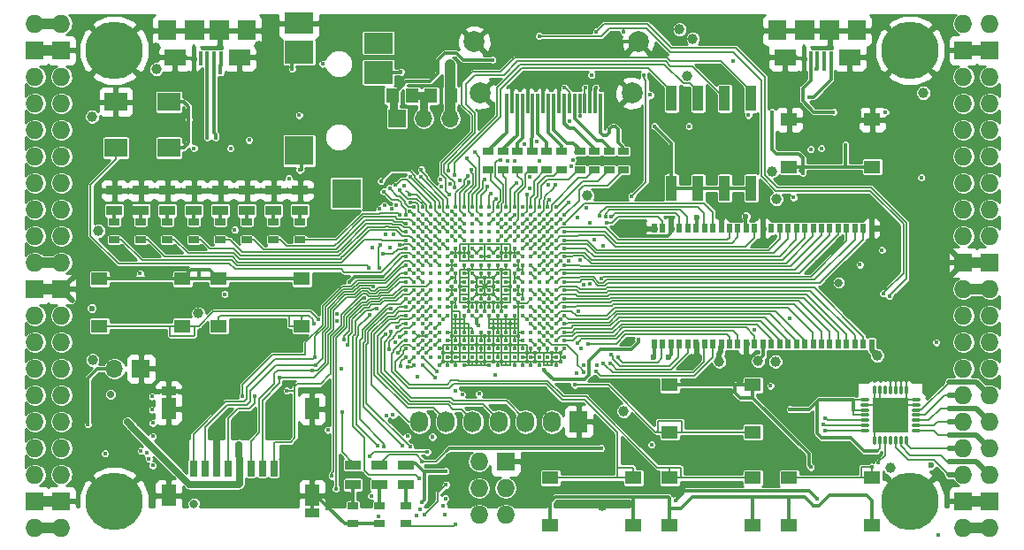
<source format=gtl>
G04 #@! TF.GenerationSoftware,KiCad,Pcbnew,5.0.0+dfsg1-2*
G04 #@! TF.CreationDate,2018-08-27T09:53:11+02:00*
G04 #@! TF.ProjectId,ulx3s,756C7833732E6B696361645F70636200,rev?*
G04 #@! TF.SameCoordinates,Original*
G04 #@! TF.FileFunction,Copper,L1,Top,Signal*
G04 #@! TF.FilePolarity,Positive*
%FSLAX46Y46*%
G04 Gerber Fmt 4.6, Leading zero omitted, Abs format (unit mm)*
G04 Created by KiCad (PCBNEW 5.0.0+dfsg1-2) date Mon Aug 27 09:53:11 2018*
%MOMM*%
%LPD*%
G01*
G04 APERTURE LIST*
G04 #@! TA.AperFunction,BGAPad,CuDef*
%ADD10C,0.400000*%
G04 #@! TD*
G04 #@! TA.AperFunction,SMDPad,CuDef*
%ADD11R,0.300000X1.900000*%
G04 #@! TD*
G04 #@! TA.AperFunction,ComponentPad*
%ADD12C,2.000000*%
G04 #@! TD*
G04 #@! TA.AperFunction,SMDPad,CuDef*
%ADD13R,1.120000X2.440000*%
G04 #@! TD*
G04 #@! TA.AperFunction,SMDPad,CuDef*
%ADD14R,0.560000X0.900000*%
G04 #@! TD*
G04 #@! TA.AperFunction,ComponentPad*
%ADD15O,1.727200X1.727200*%
G04 #@! TD*
G04 #@! TA.AperFunction,ComponentPad*
%ADD16R,1.727200X1.727200*%
G04 #@! TD*
G04 #@! TA.AperFunction,ComponentPad*
%ADD17C,5.500000*%
G04 #@! TD*
G04 #@! TA.AperFunction,SMDPad,CuDef*
%ADD18O,0.850000X0.300000*%
G04 #@! TD*
G04 #@! TA.AperFunction,SMDPad,CuDef*
%ADD19O,0.300000X0.850000*%
G04 #@! TD*
G04 #@! TA.AperFunction,SMDPad,CuDef*
%ADD20R,1.675000X1.675000*%
G04 #@! TD*
G04 #@! TA.AperFunction,ComponentPad*
%ADD21R,1.727200X2.032000*%
G04 #@! TD*
G04 #@! TA.AperFunction,ComponentPad*
%ADD22O,1.727200X2.032000*%
G04 #@! TD*
G04 #@! TA.AperFunction,SMDPad,CuDef*
%ADD23R,2.800000X2.000000*%
G04 #@! TD*
G04 #@! TA.AperFunction,SMDPad,CuDef*
%ADD24R,2.800000X2.200000*%
G04 #@! TD*
G04 #@! TA.AperFunction,SMDPad,CuDef*
%ADD25R,2.800000X2.800000*%
G04 #@! TD*
G04 #@! TA.AperFunction,SMDPad,CuDef*
%ADD26R,0.700000X1.500000*%
G04 #@! TD*
G04 #@! TA.AperFunction,SMDPad,CuDef*
%ADD27R,1.450000X0.900000*%
G04 #@! TD*
G04 #@! TA.AperFunction,SMDPad,CuDef*
%ADD28R,1.450000X2.000000*%
G04 #@! TD*
G04 #@! TA.AperFunction,SMDPad,CuDef*
%ADD29R,2.200000X1.800000*%
G04 #@! TD*
G04 #@! TA.AperFunction,SMDPad,CuDef*
%ADD30R,1.000000X0.670000*%
G04 #@! TD*
G04 #@! TA.AperFunction,SMDPad,CuDef*
%ADD31R,1.500000X0.970000*%
G04 #@! TD*
G04 #@! TA.AperFunction,ComponentPad*
%ADD32R,1.700000X1.700000*%
G04 #@! TD*
G04 #@! TA.AperFunction,ComponentPad*
%ADD33O,1.700000X1.700000*%
G04 #@! TD*
G04 #@! TA.AperFunction,SMDPad,CuDef*
%ADD34R,1.295000X1.400000*%
G04 #@! TD*
G04 #@! TA.AperFunction,SMDPad,CuDef*
%ADD35R,1.800000X1.900000*%
G04 #@! TD*
G04 #@! TA.AperFunction,SMDPad,CuDef*
%ADD36R,0.400000X1.350000*%
G04 #@! TD*
G04 #@! TA.AperFunction,SMDPad,CuDef*
%ADD37R,1.900000X1.900000*%
G04 #@! TD*
G04 #@! TA.AperFunction,SMDPad,CuDef*
%ADD38R,2.100000X1.600000*%
G04 #@! TD*
G04 #@! TA.AperFunction,SMDPad,CuDef*
%ADD39R,1.550000X1.300000*%
G04 #@! TD*
G04 #@! TA.AperFunction,ViaPad*
%ADD40C,2.000000*%
G04 #@! TD*
G04 #@! TA.AperFunction,ViaPad*
%ADD41C,0.419000*%
G04 #@! TD*
G04 #@! TA.AperFunction,ViaPad*
%ADD42C,0.600000*%
G04 #@! TD*
G04 #@! TA.AperFunction,ViaPad*
%ADD43C,1.000000*%
G04 #@! TD*
G04 #@! TA.AperFunction,ViaPad*
%ADD44C,0.800000*%
G04 #@! TD*
G04 #@! TA.AperFunction,ViaPad*
%ADD45C,0.700000*%
G04 #@! TD*
G04 #@! TA.AperFunction,ViaPad*
%ADD46C,0.454000*%
G04 #@! TD*
G04 #@! TA.AperFunction,Conductor*
%ADD47C,0.300000*%
G04 #@! TD*
G04 #@! TA.AperFunction,Conductor*
%ADD48C,0.127000*%
G04 #@! TD*
G04 #@! TA.AperFunction,Conductor*
%ADD49C,0.190000*%
G04 #@! TD*
G04 #@! TA.AperFunction,Conductor*
%ADD50C,0.500000*%
G04 #@! TD*
G04 #@! TA.AperFunction,Conductor*
%ADD51C,1.000000*%
G04 #@! TD*
G04 #@! TA.AperFunction,Conductor*
%ADD52C,0.700000*%
G04 #@! TD*
G04 #@! TA.AperFunction,Conductor*
%ADD53C,0.800000*%
G04 #@! TD*
G04 #@! TA.AperFunction,Conductor*
%ADD54C,0.140000*%
G04 #@! TD*
G04 #@! TA.AperFunction,Conductor*
%ADD55C,0.254000*%
G04 #@! TD*
G04 APERTURE END LIST*
D10*
G04 #@! TO.P,U1,Y19*
G04 #@! TO.N,GND*
X145280000Y-95400000D03*
G04 #@! TO.P,U1,Y17*
X143680000Y-95400000D03*
G04 #@! TO.P,U1,Y16*
X142880000Y-95400000D03*
G04 #@! TO.P,U1,Y15*
X142080000Y-95400000D03*
G04 #@! TO.P,U1,Y14*
X141280000Y-95400000D03*
G04 #@! TO.P,U1,Y12*
X139680000Y-95400000D03*
G04 #@! TO.P,U1,Y11*
X138880000Y-95400000D03*
G04 #@! TO.P,U1,Y8*
X136480000Y-95400000D03*
G04 #@! TO.P,U1,Y7*
X135680000Y-95400000D03*
G04 #@! TO.P,U1,Y6*
X134880000Y-95400000D03*
G04 #@! TO.P,U1,Y5*
X134080000Y-95400000D03*
G04 #@! TO.P,U1,Y3*
G04 #@! TO.N,/flash/FPGA_DONE*
X132480000Y-95400000D03*
G04 #@! TO.P,U1,Y2*
G04 #@! TO.N,/flash/FLASH_nWP*
X131680000Y-95400000D03*
G04 #@! TO.P,U1,W20*
G04 #@! TO.N,GND*
X146080000Y-94600000D03*
G04 #@! TO.P,U1,W19*
X145280000Y-94600000D03*
G04 #@! TO.P,U1,W18*
G04 #@! TO.N,N/C*
X144480000Y-94600000D03*
G04 #@! TO.P,U1,W17*
X143680000Y-94600000D03*
G04 #@! TO.P,U1,W16*
G04 #@! TO.N,GND*
X142880000Y-94600000D03*
G04 #@! TO.P,U1,W15*
X142080000Y-94600000D03*
G04 #@! TO.P,U1,W14*
G04 #@! TO.N,N/C*
X141280000Y-94600000D03*
G04 #@! TO.P,U1,W13*
X140480000Y-94600000D03*
G04 #@! TO.P,U1,W12*
G04 #@! TO.N,GND*
X139680000Y-94600000D03*
G04 #@! TO.P,U1,W11*
G04 #@! TO.N,N/C*
X138880000Y-94600000D03*
G04 #@! TO.P,U1,W10*
X138080000Y-94600000D03*
G04 #@! TO.P,U1,W9*
X137280000Y-94600000D03*
G04 #@! TO.P,U1,W8*
X136480000Y-94600000D03*
G04 #@! TO.P,U1,W7*
G04 #@! TO.N,GND*
X135680000Y-94600000D03*
G04 #@! TO.P,U1,W6*
X134880000Y-94600000D03*
G04 #@! TO.P,U1,W5*
G04 #@! TO.N,N/C*
X134080000Y-94600000D03*
G04 #@! TO.P,U1,W4*
X133280000Y-94600000D03*
G04 #@! TO.P,U1,W3*
G04 #@! TO.N,/flash/FPGA_PROGRAMN*
X132480000Y-94600000D03*
G04 #@! TO.P,U1,W2*
G04 #@! TO.N,/flash/FLASH_MOSI*
X131680000Y-94600000D03*
G04 #@! TO.P,U1,W1*
G04 #@! TO.N,/flash/FLASH_nHOLD*
X130880000Y-94600000D03*
G04 #@! TO.P,U1,V20*
G04 #@! TO.N,GND*
X146080000Y-93800000D03*
G04 #@! TO.P,U1,V19*
X145280000Y-93800000D03*
G04 #@! TO.P,U1,V18*
X144480000Y-93800000D03*
G04 #@! TO.P,U1,V17*
X143680000Y-93800000D03*
G04 #@! TO.P,U1,V16*
X142880000Y-93800000D03*
G04 #@! TO.P,U1,V15*
X142080000Y-93800000D03*
G04 #@! TO.P,U1,V14*
X141280000Y-93800000D03*
G04 #@! TO.P,U1,V13*
X140480000Y-93800000D03*
G04 #@! TO.P,U1,V12*
X139680000Y-93800000D03*
G04 #@! TO.P,U1,V11*
X138880000Y-93800000D03*
G04 #@! TO.P,U1,V10*
X138080000Y-93800000D03*
G04 #@! TO.P,U1,V9*
X137280000Y-93800000D03*
G04 #@! TO.P,U1,V8*
X136480000Y-93800000D03*
G04 #@! TO.P,U1,V7*
X135680000Y-93800000D03*
G04 #@! TO.P,U1,V6*
X134880000Y-93800000D03*
G04 #@! TO.P,U1,V5*
X134080000Y-93800000D03*
G04 #@! TO.P,U1,V4*
G04 #@! TO.N,JTAG_TDO*
X133280000Y-93800000D03*
G04 #@! TO.P,U1,V3*
G04 #@! TO.N,/flash/FPGA_INITN*
X132480000Y-93800000D03*
G04 #@! TO.P,U1,V2*
G04 #@! TO.N,/flash/FLASH_MISO*
X131680000Y-93800000D03*
G04 #@! TO.P,U1,V1*
G04 #@! TO.N,BTN_D*
X130880000Y-93800000D03*
G04 #@! TO.P,U1,U20*
G04 #@! TO.N,SDRAM_D7*
X146080000Y-93000000D03*
G04 #@! TO.P,U1,U19*
G04 #@! TO.N,SDRAM_DQM0*
X145280000Y-93000000D03*
G04 #@! TO.P,U1,U18*
G04 #@! TO.N,GP14*
X144480000Y-93000000D03*
G04 #@! TO.P,U1,U17*
G04 #@! TO.N,GN14*
X143680000Y-93000000D03*
G04 #@! TO.P,U1,U16*
G04 #@! TO.N,ADC_MISO*
X142880000Y-93000000D03*
G04 #@! TO.P,U1,U15*
G04 #@! TO.N,GND*
X142080000Y-93000000D03*
G04 #@! TO.P,U1,U14*
X141280000Y-93000000D03*
G04 #@! TO.P,U1,U13*
X140480000Y-93000000D03*
G04 #@! TO.P,U1,U12*
X139680000Y-93000000D03*
G04 #@! TO.P,U1,U11*
X138880000Y-93000000D03*
G04 #@! TO.P,U1,U10*
X138080000Y-93000000D03*
G04 #@! TO.P,U1,U9*
X137280000Y-93000000D03*
G04 #@! TO.P,U1,U8*
X136480000Y-93000000D03*
G04 #@! TO.P,U1,U7*
X135680000Y-93000000D03*
G04 #@! TO.P,U1,U6*
X134880000Y-93000000D03*
G04 #@! TO.P,U1,U5*
G04 #@! TO.N,JTAG_TMS*
X134080000Y-93000000D03*
G04 #@! TO.P,U1,U4*
G04 #@! TO.N,GND*
X133280000Y-93000000D03*
G04 #@! TO.P,U1,U3*
G04 #@! TO.N,/flash/FLASH_SCK*
X132480000Y-93000000D03*
G04 #@! TO.P,U1,U2*
G04 #@! TO.N,+3V3*
X131680000Y-93000000D03*
G04 #@! TO.P,U1,U1*
G04 #@! TO.N,BTN_L*
X130880000Y-93000000D03*
G04 #@! TO.P,U1,T20*
G04 #@! TO.N,SDRAM_nWE*
X146080000Y-92200000D03*
G04 #@! TO.P,U1,T19*
G04 #@! TO.N,SDRAM_nCAS*
X145280000Y-92200000D03*
G04 #@! TO.P,U1,T18*
G04 #@! TO.N,SDRAM_D5*
X144480000Y-92200000D03*
G04 #@! TO.P,U1,T17*
G04 #@! TO.N,SDRAM_D6*
X143680000Y-92200000D03*
G04 #@! TO.P,U1,T16*
G04 #@! TO.N,N/C*
X142880000Y-92200000D03*
G04 #@! TO.P,U1,T15*
G04 #@! TO.N,GND*
X142080000Y-92200000D03*
G04 #@! TO.P,U1,T14*
X141280000Y-92200000D03*
G04 #@! TO.P,U1,T13*
X140480000Y-92200000D03*
G04 #@! TO.P,U1,T12*
X139680000Y-92200000D03*
G04 #@! TO.P,U1,T11*
X138880000Y-92200000D03*
G04 #@! TO.P,U1,T10*
X138080000Y-92200000D03*
G04 #@! TO.P,U1,T9*
X137280000Y-92200000D03*
G04 #@! TO.P,U1,T8*
X136480000Y-92200000D03*
G04 #@! TO.P,U1,T7*
X135680000Y-92200000D03*
G04 #@! TO.P,U1,T6*
X134880000Y-92200000D03*
G04 #@! TO.P,U1,T5*
G04 #@! TO.N,JTAG_TCK*
X134080000Y-92200000D03*
G04 #@! TO.P,U1,T4*
G04 #@! TO.N,+3V3*
X133280000Y-92200000D03*
G04 #@! TO.P,U1,T3*
X132480000Y-92200000D03*
G04 #@! TO.P,U1,T2*
X131680000Y-92200000D03*
G04 #@! TO.P,U1,T1*
G04 #@! TO.N,BTN_F2*
X130880000Y-92200000D03*
G04 #@! TO.P,U1,R20*
G04 #@! TO.N,SDRAM_nRAS*
X146080000Y-91400000D03*
G04 #@! TO.P,U1,R19*
G04 #@! TO.N,GND*
X145280000Y-91400000D03*
G04 #@! TO.P,U1,R18*
G04 #@! TO.N,BTN_U*
X144480000Y-91400000D03*
G04 #@! TO.P,U1,R17*
G04 #@! TO.N,ADC_CSn*
X143680000Y-91400000D03*
G04 #@! TO.P,U1,R16*
G04 #@! TO.N,ADC_MOSI*
X142880000Y-91400000D03*
G04 #@! TO.P,U1,R5*
G04 #@! TO.N,JTAG_TDI*
X134080000Y-91400000D03*
G04 #@! TO.P,U1,R4*
G04 #@! TO.N,GND*
X133280000Y-91400000D03*
G04 #@! TO.P,U1,R3*
G04 #@! TO.N,N/C*
X132480000Y-91400000D03*
G04 #@! TO.P,U1,R2*
G04 #@! TO.N,/flash/FLASH_nCS*
X131680000Y-91400000D03*
G04 #@! TO.P,U1,R1*
G04 #@! TO.N,BTN_F1*
X130880000Y-91400000D03*
G04 #@! TO.P,U1,P20*
G04 #@! TO.N,SDRAM_nCS*
X146080000Y-90600000D03*
G04 #@! TO.P,U1,P19*
G04 #@! TO.N,SDRAM_BA0*
X145280000Y-90600000D03*
G04 #@! TO.P,U1,P18*
G04 #@! TO.N,SDRAM_D4*
X144480000Y-90600000D03*
G04 #@! TO.P,U1,P17*
G04 #@! TO.N,ADC_SCLK*
X143680000Y-90600000D03*
G04 #@! TO.P,U1,P16*
G04 #@! TO.N,GN15*
X142880000Y-90600000D03*
G04 #@! TO.P,U1,P15*
G04 #@! TO.N,+2V5*
X142080000Y-90600000D03*
G04 #@! TO.P,U1,P14*
G04 #@! TO.N,GND*
X141280000Y-90600000D03*
G04 #@! TO.P,U1,P13*
X140480000Y-90600000D03*
G04 #@! TO.P,U1,P12*
X139680000Y-90600000D03*
G04 #@! TO.P,U1,P11*
X138880000Y-90600000D03*
G04 #@! TO.P,U1,P10*
G04 #@! TO.N,+3V3*
X138080000Y-90600000D03*
G04 #@! TO.P,U1,P9*
X137280000Y-90600000D03*
G04 #@! TO.P,U1,P8*
G04 #@! TO.N,GND*
X136480000Y-90600000D03*
G04 #@! TO.P,U1,P7*
X135680000Y-90600000D03*
G04 #@! TO.P,U1,P6*
G04 #@! TO.N,+2V5*
X134880000Y-90600000D03*
G04 #@! TO.P,U1,P5*
G04 #@! TO.N,N/C*
X134080000Y-90600000D03*
G04 #@! TO.P,U1,P4*
G04 #@! TO.N,OLED_CLK*
X133280000Y-90600000D03*
G04 #@! TO.P,U1,P3*
G04 #@! TO.N,OLED_MOSI*
X132480000Y-90600000D03*
G04 #@! TO.P,U1,P2*
G04 #@! TO.N,OLED_RES*
X131680000Y-90600000D03*
G04 #@! TO.P,U1,P1*
G04 #@! TO.N,OLED_DC*
X130880000Y-90600000D03*
G04 #@! TO.P,U1,N20*
G04 #@! TO.N,SDRAM_BA1*
X146080000Y-89800000D03*
G04 #@! TO.P,U1,N19*
G04 #@! TO.N,SDRAM_A10*
X145280000Y-89800000D03*
G04 #@! TO.P,U1,N18*
G04 #@! TO.N,SDRAM_D3*
X144480000Y-89800000D03*
G04 #@! TO.P,U1,N17*
G04 #@! TO.N,GP15*
X143680000Y-89800000D03*
G04 #@! TO.P,U1,N16*
G04 #@! TO.N,GP16*
X142880000Y-89800000D03*
G04 #@! TO.P,U1,N15*
G04 #@! TO.N,GND*
X142080000Y-89800000D03*
G04 #@! TO.P,U1,N14*
X141280000Y-89800000D03*
G04 #@! TO.P,U1,N13*
G04 #@! TO.N,+1V1*
X140480000Y-89800000D03*
G04 #@! TO.P,U1,N12*
X139680000Y-89800000D03*
G04 #@! TO.P,U1,N11*
X138880000Y-89800000D03*
G04 #@! TO.P,U1,N10*
X138080000Y-89800000D03*
G04 #@! TO.P,U1,N9*
X137280000Y-89800000D03*
G04 #@! TO.P,U1,N8*
X136480000Y-89800000D03*
G04 #@! TO.P,U1,N7*
G04 #@! TO.N,GND*
X135680000Y-89800000D03*
G04 #@! TO.P,U1,N6*
X134880000Y-89800000D03*
G04 #@! TO.P,U1,N5*
G04 #@! TO.N,N/C*
X134080000Y-89800000D03*
G04 #@! TO.P,U1,N4*
G04 #@! TO.N,WIFI_GPIO5*
X133280000Y-89800000D03*
G04 #@! TO.P,U1,N3*
G04 #@! TO.N,WIFI_GPIO17*
X132480000Y-89800000D03*
G04 #@! TO.P,U1,N2*
G04 #@! TO.N,OLED_CS*
X131680000Y-89800000D03*
G04 #@! TO.P,U1,N1*
G04 #@! TO.N,FTDI_nDTR*
X130880000Y-89800000D03*
G04 #@! TO.P,U1,M20*
G04 #@! TO.N,SDRAM_A0*
X146080000Y-89000000D03*
G04 #@! TO.P,U1,M19*
G04 #@! TO.N,SDRAM_A1*
X145280000Y-89000000D03*
G04 #@! TO.P,U1,M18*
G04 #@! TO.N,SDRAM_D2*
X144480000Y-89000000D03*
G04 #@! TO.P,U1,M17*
G04 #@! TO.N,GN16*
X143680000Y-89000000D03*
G04 #@! TO.P,U1,M16*
G04 #@! TO.N,GND*
X142880000Y-89000000D03*
G04 #@! TO.P,U1,M15*
G04 #@! TO.N,+3V3*
X142080000Y-89000000D03*
G04 #@! TO.P,U1,M14*
G04 #@! TO.N,GND*
X141280000Y-89000000D03*
G04 #@! TO.P,U1,M13*
G04 #@! TO.N,+1V1*
X140480000Y-89000000D03*
G04 #@! TO.P,U1,M12*
G04 #@! TO.N,GND*
X139680000Y-89000000D03*
G04 #@! TO.P,U1,M11*
X138880000Y-89000000D03*
G04 #@! TO.P,U1,M10*
X138080000Y-89000000D03*
G04 #@! TO.P,U1,M9*
X137280000Y-89000000D03*
G04 #@! TO.P,U1,M8*
G04 #@! TO.N,+1V1*
X136480000Y-89000000D03*
G04 #@! TO.P,U1,M7*
G04 #@! TO.N,GND*
X135680000Y-89000000D03*
G04 #@! TO.P,U1,M6*
G04 #@! TO.N,+3V3*
X134880000Y-89000000D03*
G04 #@! TO.P,U1,M5*
G04 #@! TO.N,N/C*
X134080000Y-89000000D03*
G04 #@! TO.P,U1,M4*
G04 #@! TO.N,USER_PROGRAMN*
X133280000Y-89000000D03*
G04 #@! TO.P,U1,M3*
G04 #@! TO.N,FTDI_nRTS*
X132480000Y-89000000D03*
G04 #@! TO.P,U1,M2*
G04 #@! TO.N,GND*
X131680000Y-89000000D03*
G04 #@! TO.P,U1,M1*
G04 #@! TO.N,FTDI_TXD*
X130880000Y-89000000D03*
G04 #@! TO.P,U1,L20*
G04 #@! TO.N,SDRAM_A2*
X146080000Y-88200000D03*
G04 #@! TO.P,U1,L19*
G04 #@! TO.N,SDRAM_A3*
X145280000Y-88200000D03*
G04 #@! TO.P,U1,L18*
G04 #@! TO.N,SDRAM_D1*
X144480000Y-88200000D03*
G04 #@! TO.P,U1,L17*
G04 #@! TO.N,GN17*
X143680000Y-88200000D03*
G04 #@! TO.P,U1,L16*
G04 #@! TO.N,GP17*
X142880000Y-88200000D03*
G04 #@! TO.P,U1,L15*
G04 #@! TO.N,+3V3*
X142080000Y-88200000D03*
G04 #@! TO.P,U1,L14*
X141280000Y-88200000D03*
G04 #@! TO.P,U1,L13*
G04 #@! TO.N,+1V1*
X140480000Y-88200000D03*
G04 #@! TO.P,U1,L12*
G04 #@! TO.N,GND*
X139680000Y-88200000D03*
G04 #@! TO.P,U1,L11*
X138880000Y-88200000D03*
G04 #@! TO.P,U1,L10*
X138080000Y-88200000D03*
G04 #@! TO.P,U1,L9*
X137280000Y-88200000D03*
G04 #@! TO.P,U1,L8*
G04 #@! TO.N,+1V1*
X136480000Y-88200000D03*
G04 #@! TO.P,U1,L7*
G04 #@! TO.N,+3V3*
X135680000Y-88200000D03*
G04 #@! TO.P,U1,L6*
X134880000Y-88200000D03*
G04 #@! TO.P,U1,L5*
G04 #@! TO.N,N/C*
X134080000Y-88200000D03*
G04 #@! TO.P,U1,L4*
G04 #@! TO.N,FTDI_RXD*
X133280000Y-88200000D03*
G04 #@! TO.P,U1,L3*
G04 #@! TO.N,FTDI_TXDEN*
X132480000Y-88200000D03*
G04 #@! TO.P,U1,L2*
G04 #@! TO.N,WIFI_GPIO0*
X131680000Y-88200000D03*
G04 #@! TO.P,U1,L1*
G04 #@! TO.N,WIFI_GPIO16*
X130880000Y-88200000D03*
G04 #@! TO.P,U1,K20*
G04 #@! TO.N,SDRAM_A4*
X146080000Y-87400000D03*
G04 #@! TO.P,U1,K19*
G04 #@! TO.N,SDRAM_A5*
X145280000Y-87400000D03*
G04 #@! TO.P,U1,K18*
G04 #@! TO.N,SDRAM_A6*
X144480000Y-87400000D03*
G04 #@! TO.P,U1,K17*
G04 #@! TO.N,N/C*
X143680000Y-87400000D03*
G04 #@! TO.P,U1,K16*
X142880000Y-87400000D03*
G04 #@! TO.P,U1,K15*
G04 #@! TO.N,GND*
X142080000Y-87400000D03*
G04 #@! TO.P,U1,K14*
X141280000Y-87400000D03*
G04 #@! TO.P,U1,K13*
G04 #@! TO.N,+1V1*
X140480000Y-87400000D03*
G04 #@! TO.P,U1,K12*
G04 #@! TO.N,GND*
X139680000Y-87400000D03*
G04 #@! TO.P,U1,K11*
X138880000Y-87400000D03*
G04 #@! TO.P,U1,K10*
X138080000Y-87400000D03*
G04 #@! TO.P,U1,K9*
X137280000Y-87400000D03*
G04 #@! TO.P,U1,K8*
G04 #@! TO.N,+1V1*
X136480000Y-87400000D03*
G04 #@! TO.P,U1,K7*
G04 #@! TO.N,GND*
X135680000Y-87400000D03*
G04 #@! TO.P,U1,K6*
X134880000Y-87400000D03*
G04 #@! TO.P,U1,K5*
G04 #@! TO.N,N/C*
X134080000Y-87400000D03*
G04 #@! TO.P,U1,K4*
G04 #@! TO.N,WIFI_TXD*
X133280000Y-87400000D03*
G04 #@! TO.P,U1,K3*
G04 #@! TO.N,WIFI_RXD*
X132480000Y-87400000D03*
G04 #@! TO.P,U1,K2*
G04 #@! TO.N,SD_D3*
X131680000Y-87400000D03*
G04 #@! TO.P,U1,K1*
G04 #@! TO.N,SD_D2*
X130880000Y-87400000D03*
G04 #@! TO.P,U1,J20*
G04 #@! TO.N,SDRAM_A7*
X146080000Y-86600000D03*
G04 #@! TO.P,U1,J19*
G04 #@! TO.N,SDRAM_A8*
X145280000Y-86600000D03*
G04 #@! TO.P,U1,J18*
G04 #@! TO.N,SDRAM_D14*
X144480000Y-86600000D03*
G04 #@! TO.P,U1,J17*
G04 #@! TO.N,SDRAM_D15*
X143680000Y-86600000D03*
G04 #@! TO.P,U1,J16*
G04 #@! TO.N,SDRAM_D0*
X142880000Y-86600000D03*
G04 #@! TO.P,U1,J15*
G04 #@! TO.N,+3V3*
X142080000Y-86600000D03*
G04 #@! TO.P,U1,J14*
G04 #@! TO.N,GND*
X141280000Y-86600000D03*
G04 #@! TO.P,U1,J13*
G04 #@! TO.N,+1V1*
X140480000Y-86600000D03*
G04 #@! TO.P,U1,J12*
G04 #@! TO.N,GND*
X139680000Y-86600000D03*
G04 #@! TO.P,U1,J11*
X138880000Y-86600000D03*
G04 #@! TO.P,U1,J10*
X138080000Y-86600000D03*
G04 #@! TO.P,U1,J9*
X137280000Y-86600000D03*
G04 #@! TO.P,U1,J8*
G04 #@! TO.N,+1V1*
X136480000Y-86600000D03*
G04 #@! TO.P,U1,J7*
G04 #@! TO.N,GND*
X135680000Y-86600000D03*
G04 #@! TO.P,U1,J6*
G04 #@! TO.N,2V5_3V3*
X134880000Y-86600000D03*
G04 #@! TO.P,U1,J5*
G04 #@! TO.N,N/C*
X134080000Y-86600000D03*
G04 #@! TO.P,U1,J4*
X133280000Y-86600000D03*
G04 #@! TO.P,U1,J3*
G04 #@! TO.N,SD_D0*
X132480000Y-86600000D03*
G04 #@! TO.P,U1,J2*
G04 #@! TO.N,GND*
X131680000Y-86600000D03*
G04 #@! TO.P,U1,J1*
G04 #@! TO.N,SD_CMD*
X130880000Y-86600000D03*
G04 #@! TO.P,U1,H20*
G04 #@! TO.N,SDRAM_A9*
X146080000Y-85800000D03*
G04 #@! TO.P,U1,H19*
G04 #@! TO.N,GND*
X145280000Y-85800000D03*
G04 #@! TO.P,U1,H18*
G04 #@! TO.N,GP18*
X144480000Y-85800000D03*
G04 #@! TO.P,U1,H17*
G04 #@! TO.N,GN18*
X143680000Y-85800000D03*
G04 #@! TO.P,U1,H16*
G04 #@! TO.N,BTN_R*
X142880000Y-85800000D03*
G04 #@! TO.P,U1,H15*
G04 #@! TO.N,+3V3*
X142080000Y-85800000D03*
G04 #@! TO.P,U1,H14*
X141280000Y-85800000D03*
G04 #@! TO.P,U1,H13*
G04 #@! TO.N,+1V1*
X140480000Y-85800000D03*
G04 #@! TO.P,U1,H12*
X139680000Y-85800000D03*
G04 #@! TO.P,U1,H11*
X138880000Y-85800000D03*
G04 #@! TO.P,U1,H10*
X138080000Y-85800000D03*
G04 #@! TO.P,U1,H9*
X137280000Y-85800000D03*
G04 #@! TO.P,U1,H8*
X136480000Y-85800000D03*
G04 #@! TO.P,U1,H7*
G04 #@! TO.N,2V5_3V3*
X135680000Y-85800000D03*
G04 #@! TO.P,U1,H6*
X134880000Y-85800000D03*
G04 #@! TO.P,U1,H5*
G04 #@! TO.N,AUDIO_V0*
X134080000Y-85800000D03*
G04 #@! TO.P,U1,H4*
G04 #@! TO.N,GP13*
X133280000Y-85800000D03*
G04 #@! TO.P,U1,H3*
G04 #@! TO.N,LED7*
X132480000Y-85800000D03*
G04 #@! TO.P,U1,H2*
G04 #@! TO.N,SD_CLK*
X131680000Y-85800000D03*
G04 #@! TO.P,U1,H1*
G04 #@! TO.N,SD_D1*
X130880000Y-85800000D03*
G04 #@! TO.P,U1,G20*
G04 #@! TO.N,SDRAM_A11*
X146080000Y-85000000D03*
G04 #@! TO.P,U1,G19*
G04 #@! TO.N,SDRAM_A12*
X145280000Y-85000000D03*
G04 #@! TO.P,U1,G18*
G04 #@! TO.N,GN19*
X144480000Y-85000000D03*
G04 #@! TO.P,U1,G17*
G04 #@! TO.N,GND*
X143680000Y-85000000D03*
G04 #@! TO.P,U1,G16*
G04 #@! TO.N,SHUTDOWN*
X142880000Y-85000000D03*
G04 #@! TO.P,U1,G15*
G04 #@! TO.N,GND*
X142080000Y-85000000D03*
G04 #@! TO.P,U1,G14*
X141280000Y-85000000D03*
G04 #@! TO.P,U1,G13*
X140480000Y-85000000D03*
G04 #@! TO.P,U1,G12*
X139680000Y-85000000D03*
G04 #@! TO.P,U1,G11*
X138880000Y-85000000D03*
G04 #@! TO.P,U1,G10*
X138080000Y-85000000D03*
G04 #@! TO.P,U1,G9*
X137280000Y-85000000D03*
G04 #@! TO.P,U1,G8*
X136480000Y-85000000D03*
G04 #@! TO.P,U1,G7*
X135680000Y-85000000D03*
G04 #@! TO.P,U1,G6*
X134880000Y-85000000D03*
G04 #@! TO.P,U1,G5*
G04 #@! TO.N,GN13*
X134080000Y-85000000D03*
G04 #@! TO.P,U1,G4*
G04 #@! TO.N,GND*
X133280000Y-85000000D03*
G04 #@! TO.P,U1,G3*
G04 #@! TO.N,GP12*
X132480000Y-85000000D03*
G04 #@! TO.P,U1,G2*
G04 #@! TO.N,CLK_25MHz*
X131680000Y-85000000D03*
G04 #@! TO.P,U1,G1*
G04 #@! TO.N,/usb/ANT_433MHz*
X130880000Y-85000000D03*
G04 #@! TO.P,U1,F20*
G04 #@! TO.N,SDRAM_CKE*
X146080000Y-84200000D03*
G04 #@! TO.P,U1,F19*
G04 #@! TO.N,SDRAM_CLK*
X145280000Y-84200000D03*
G04 #@! TO.P,U1,F18*
G04 #@! TO.N,SDRAM_D13*
X144480000Y-84200000D03*
G04 #@! TO.P,U1,F17*
G04 #@! TO.N,GP19*
X143680000Y-84200000D03*
G04 #@! TO.P,U1,F16*
G04 #@! TO.N,USB_FPGA_D-*
X142880000Y-84200000D03*
G04 #@! TO.P,U1,F15*
G04 #@! TO.N,+2V5*
X142080000Y-84200000D03*
G04 #@! TO.P,U1,F14*
G04 #@! TO.N,GND*
X141280000Y-84200000D03*
G04 #@! TO.P,U1,F13*
X140480000Y-84200000D03*
G04 #@! TO.P,U1,F12*
G04 #@! TO.N,+3V3*
X139680000Y-84200000D03*
G04 #@! TO.P,U1,F11*
X138880000Y-84200000D03*
G04 #@! TO.P,U1,F10*
G04 #@! TO.N,2V5_3V3*
X138080000Y-84200000D03*
G04 #@! TO.P,U1,F9*
X137280000Y-84200000D03*
G04 #@! TO.P,U1,F8*
G04 #@! TO.N,GND*
X136480000Y-84200000D03*
G04 #@! TO.P,U1,F7*
X135680000Y-84200000D03*
G04 #@! TO.P,U1,F6*
G04 #@! TO.N,+2V5*
X134880000Y-84200000D03*
G04 #@! TO.P,U1,F5*
G04 #@! TO.N,AUDIO_V2*
X134080000Y-84200000D03*
G04 #@! TO.P,U1,F4*
G04 #@! TO.N,GP11*
X133280000Y-84200000D03*
G04 #@! TO.P,U1,F3*
G04 #@! TO.N,GN12*
X132480000Y-84200000D03*
G04 #@! TO.P,U1,F2*
G04 #@! TO.N,AUDIO_V1*
X131680000Y-84200000D03*
G04 #@! TO.P,U1,F1*
G04 #@! TO.N,WIFI_EN*
X130880000Y-84200000D03*
G04 #@! TO.P,U1,E20*
G04 #@! TO.N,SDRAM_DQM1*
X146080000Y-83400000D03*
G04 #@! TO.P,U1,E19*
G04 #@! TO.N,SDRAM_D8*
X145280000Y-83400000D03*
G04 #@! TO.P,U1,E18*
G04 #@! TO.N,SDRAM_D12*
X144480000Y-83400000D03*
G04 #@! TO.P,U1,E17*
G04 #@! TO.N,GN20*
X143680000Y-83400000D03*
G04 #@! TO.P,U1,E16*
G04 #@! TO.N,USB_FPGA_D+*
X142880000Y-83400000D03*
G04 #@! TO.P,U1,E15*
G04 #@! TO.N,USB_FPGA_D-*
X142080000Y-83400000D03*
G04 #@! TO.P,U1,E14*
G04 #@! TO.N,GN25*
X141280000Y-83400000D03*
G04 #@! TO.P,U1,E13*
G04 #@! TO.N,GN27*
X140480000Y-83400000D03*
G04 #@! TO.P,U1,E12*
G04 #@! TO.N,FPDI_SCL*
X139680000Y-83400000D03*
G04 #@! TO.P,U1,E11*
G04 #@! TO.N,N/C*
X138880000Y-83400000D03*
G04 #@! TO.P,U1,E10*
X138080000Y-83400000D03*
G04 #@! TO.P,U1,E9*
X137280000Y-83400000D03*
G04 #@! TO.P,U1,E8*
G04 #@! TO.N,SW1*
X136480000Y-83400000D03*
G04 #@! TO.P,U1,E7*
G04 #@! TO.N,SW4*
X135680000Y-83400000D03*
G04 #@! TO.P,U1,E6*
G04 #@! TO.N,N/C*
X134880000Y-83400000D03*
G04 #@! TO.P,U1,E5*
G04 #@! TO.N,AUDIO_V3*
X134080000Y-83400000D03*
G04 #@! TO.P,U1,E4*
G04 #@! TO.N,AUDIO_L0*
X133280000Y-83400000D03*
G04 #@! TO.P,U1,E3*
G04 #@! TO.N,GN11*
X132480000Y-83400000D03*
G04 #@! TO.P,U1,E2*
G04 #@! TO.N,LED5*
X131680000Y-83400000D03*
G04 #@! TO.P,U1,E1*
G04 #@! TO.N,LED6*
X130880000Y-83400000D03*
G04 #@! TO.P,U1,D20*
G04 #@! TO.N,SDRAM_D9*
X146080000Y-82600000D03*
G04 #@! TO.P,U1,D19*
G04 #@! TO.N,SDRAM_D10*
X145280000Y-82600000D03*
G04 #@! TO.P,U1,D18*
G04 #@! TO.N,GP20*
X144480000Y-82600000D03*
G04 #@! TO.P,U1,D17*
G04 #@! TO.N,GN21*
X143680000Y-82600000D03*
G04 #@! TO.P,U1,D16*
G04 #@! TO.N,GN24*
X142880000Y-82600000D03*
G04 #@! TO.P,U1,D15*
G04 #@! TO.N,USB_FPGA_D+*
X142080000Y-82600000D03*
G04 #@! TO.P,U1,D14*
G04 #@! TO.N,GP25*
X141280000Y-82600000D03*
G04 #@! TO.P,U1,D13*
G04 #@! TO.N,GP27*
X140480000Y-82600000D03*
G04 #@! TO.P,U1,D12*
G04 #@! TO.N,N/C*
X139680000Y-82600000D03*
G04 #@! TO.P,U1,D11*
X138880000Y-82600000D03*
G04 #@! TO.P,U1,D10*
X138080000Y-82600000D03*
G04 #@! TO.P,U1,D9*
X137280000Y-82600000D03*
G04 #@! TO.P,U1,D8*
G04 #@! TO.N,SW2*
X136480000Y-82600000D03*
G04 #@! TO.P,U1,D7*
G04 #@! TO.N,SW3*
X135680000Y-82600000D03*
G04 #@! TO.P,U1,D6*
G04 #@! TO.N,BTN_PWRn*
X134880000Y-82600000D03*
G04 #@! TO.P,U1,D5*
G04 #@! TO.N,AUDIO_R2*
X134080000Y-82600000D03*
G04 #@! TO.P,U1,D4*
G04 #@! TO.N,GND*
X133280000Y-82600000D03*
G04 #@! TO.P,U1,D3*
G04 #@! TO.N,AUDIO_L1*
X132480000Y-82600000D03*
G04 #@! TO.P,U1,D2*
G04 #@! TO.N,LED3*
X131680000Y-82600000D03*
G04 #@! TO.P,U1,D1*
G04 #@! TO.N,LED4*
X130880000Y-82600000D03*
G04 #@! TO.P,U1,C20*
G04 #@! TO.N,SDRAM_D11*
X146080000Y-81800000D03*
G04 #@! TO.P,U1,C19*
G04 #@! TO.N,GND*
X145280000Y-81800000D03*
G04 #@! TO.P,U1,C18*
G04 #@! TO.N,GP21*
X144480000Y-81800000D03*
G04 #@! TO.P,U1,C17*
G04 #@! TO.N,GN23*
X143680000Y-81800000D03*
G04 #@! TO.P,U1,C16*
G04 #@! TO.N,GP24*
X142880000Y-81800000D03*
G04 #@! TO.P,U1,C15*
G04 #@! TO.N,GN22*
X142080000Y-81800000D03*
G04 #@! TO.P,U1,C14*
G04 #@! TO.N,FPDI_D1-*
X141280000Y-81800000D03*
G04 #@! TO.P,U1,C13*
G04 #@! TO.N,GN26*
X140480000Y-81800000D03*
G04 #@! TO.P,U1,C12*
G04 #@! TO.N,USB_FPGA_PULL_D-*
X139680000Y-81800000D03*
G04 #@! TO.P,U1,C11*
G04 #@! TO.N,GN0*
X138880000Y-81800000D03*
G04 #@! TO.P,U1,C10*
G04 #@! TO.N,GN3*
X138080000Y-81800000D03*
G04 #@! TO.P,U1,C9*
G04 #@! TO.N,N/C*
X137280000Y-81800000D03*
G04 #@! TO.P,U1,C8*
G04 #@! TO.N,GP5*
X136480000Y-81800000D03*
G04 #@! TO.P,U1,C7*
G04 #@! TO.N,GN6*
X135680000Y-81800000D03*
G04 #@! TO.P,U1,C6*
G04 #@! TO.N,GP6*
X134880000Y-81800000D03*
G04 #@! TO.P,U1,C5*
G04 #@! TO.N,AUDIO_R3*
X134080000Y-81800000D03*
G04 #@! TO.P,U1,C4*
G04 #@! TO.N,GP10*
X133280000Y-81800000D03*
G04 #@! TO.P,U1,C3*
G04 #@! TO.N,AUDIO_L2*
X132480000Y-81800000D03*
G04 #@! TO.P,U1,C2*
G04 #@! TO.N,LED1*
X131680000Y-81800000D03*
G04 #@! TO.P,U1,C1*
G04 #@! TO.N,LED2*
X130880000Y-81800000D03*
G04 #@! TO.P,U1,B20*
G04 #@! TO.N,FPDI_ETH-*
X146080000Y-81000000D03*
G04 #@! TO.P,U1,B19*
G04 #@! TO.N,FPDI_SDA*
X145280000Y-81000000D03*
G04 #@! TO.P,U1,B18*
G04 #@! TO.N,FPDI_CLK-*
X144480000Y-81000000D03*
G04 #@! TO.P,U1,B17*
G04 #@! TO.N,GP23*
X143680000Y-81000000D03*
G04 #@! TO.P,U1,B16*
G04 #@! TO.N,FPDI_D0-*
X142880000Y-81000000D03*
G04 #@! TO.P,U1,B15*
G04 #@! TO.N,GP22*
X142080000Y-81000000D03*
G04 #@! TO.P,U1,B14*
G04 #@! TO.N,GND*
X141280000Y-81000000D03*
G04 #@! TO.P,U1,B13*
G04 #@! TO.N,GP26*
X140480000Y-81000000D03*
G04 #@! TO.P,U1,B12*
G04 #@! TO.N,USB_FPGA_PULL_D+*
X139680000Y-81000000D03*
G04 #@! TO.P,U1,B11*
G04 #@! TO.N,GP0*
X138880000Y-81000000D03*
G04 #@! TO.P,U1,B10*
G04 #@! TO.N,GN2*
X138080000Y-81000000D03*
G04 #@! TO.P,U1,B9*
G04 #@! TO.N,GP3*
X137280000Y-81000000D03*
G04 #@! TO.P,U1,B8*
G04 #@! TO.N,GN5*
X136480000Y-81000000D03*
G04 #@! TO.P,U1,B7*
G04 #@! TO.N,GND*
X135680000Y-81000000D03*
G04 #@! TO.P,U1,B6*
G04 #@! TO.N,GN7*
X134880000Y-81000000D03*
G04 #@! TO.P,U1,B5*
G04 #@! TO.N,AUDIO_R1*
X134080000Y-81000000D03*
G04 #@! TO.P,U1,B4*
G04 #@! TO.N,GN10*
X133280000Y-81000000D03*
G04 #@! TO.P,U1,B3*
G04 #@! TO.N,AUDIO_L3*
X132480000Y-81000000D03*
G04 #@! TO.P,U1,B2*
G04 #@! TO.N,LED0*
X131680000Y-81000000D03*
G04 #@! TO.P,U1,B1*
G04 #@! TO.N,GN9*
X130880000Y-81000000D03*
G04 #@! TO.P,U1,A19*
G04 #@! TO.N,FPDI_ETH+*
X145280000Y-80200000D03*
G04 #@! TO.P,U1,A18*
G04 #@! TO.N,/gpdi/FPDI_CEC*
X144480000Y-80200000D03*
G04 #@! TO.P,U1,A17*
G04 #@! TO.N,FPDI_CLK+*
X143680000Y-80200000D03*
G04 #@! TO.P,U1,A16*
G04 #@! TO.N,FPDI_D0+*
X142880000Y-80200000D03*
G04 #@! TO.P,U1,A15*
G04 #@! TO.N,N/C*
X142080000Y-80200000D03*
G04 #@! TO.P,U1,A14*
G04 #@! TO.N,FPDI_D1+*
X141280000Y-80200000D03*
G04 #@! TO.P,U1,A13*
G04 #@! TO.N,FPDI_D2-*
X140480000Y-80200000D03*
G04 #@! TO.P,U1,A12*
G04 #@! TO.N,FPDI_D2+*
X139680000Y-80200000D03*
G04 #@! TO.P,U1,A11*
G04 #@! TO.N,GN1*
X138880000Y-80200000D03*
G04 #@! TO.P,U1,A10*
G04 #@! TO.N,GP1*
X138080000Y-80200000D03*
G04 #@! TO.P,U1,A9*
G04 #@! TO.N,GP2*
X137280000Y-80200000D03*
G04 #@! TO.P,U1,A8*
G04 #@! TO.N,GN4*
X136480000Y-80200000D03*
G04 #@! TO.P,U1,A7*
G04 #@! TO.N,GP4*
X135680000Y-80200000D03*
G04 #@! TO.P,U1,A6*
G04 #@! TO.N,GP7*
X134880000Y-80200000D03*
G04 #@! TO.P,U1,A5*
G04 #@! TO.N,GN8*
X134080000Y-80200000D03*
G04 #@! TO.P,U1,A4*
G04 #@! TO.N,GP8*
X133280000Y-80200000D03*
G04 #@! TO.P,U1,A3*
G04 #@! TO.N,AUDIO_R0*
X132480000Y-80200000D03*
G04 #@! TO.P,U1,A2*
G04 #@! TO.N,GP9*
X131680000Y-80200000D03*
G04 #@! TD*
D11*
G04 #@! TO.P,GPDI1,19*
G04 #@! TO.N,/gpdi/GPDI_ETH-*
X149546000Y-70312000D03*
G04 #@! TO.P,GPDI1,18*
G04 #@! TO.N,+5V*
X149046000Y-70312000D03*
G04 #@! TO.P,GPDI1,17*
G04 #@! TO.N,GND*
X148546000Y-70312000D03*
G04 #@! TO.P,GPDI1,16*
G04 #@! TO.N,GPDI_SDA*
X148046000Y-70312000D03*
G04 #@! TO.P,GPDI1,15*
G04 #@! TO.N,GPDI_SCL*
X147546000Y-70312000D03*
G04 #@! TO.P,GPDI1,14*
G04 #@! TO.N,/gpdi/GPDI_ETH+*
X147046000Y-70312000D03*
G04 #@! TO.P,GPDI1,13*
G04 #@! TO.N,GPDI_CEC*
X146546000Y-70312000D03*
G04 #@! TO.P,GPDI1,12*
G04 #@! TO.N,/gpdi/GPDI_CLK-*
X146046000Y-70312000D03*
G04 #@! TO.P,GPDI1,11*
G04 #@! TO.N,GND*
X145546000Y-70312000D03*
G04 #@! TO.P,GPDI1,10*
G04 #@! TO.N,/gpdi/GPDI_CLK+*
X145046000Y-70312000D03*
G04 #@! TO.P,GPDI1,9*
G04 #@! TO.N,/gpdi/GPDI_D0-*
X144546000Y-70312000D03*
G04 #@! TO.P,GPDI1,8*
G04 #@! TO.N,GND*
X144046000Y-70312000D03*
G04 #@! TO.P,GPDI1,7*
G04 #@! TO.N,/gpdi/GPDI_D0+*
X143546000Y-70312000D03*
G04 #@! TO.P,GPDI1,6*
G04 #@! TO.N,/gpdi/GPDI_D1-*
X143046000Y-70312000D03*
G04 #@! TO.P,GPDI1,5*
G04 #@! TO.N,GND*
X142546000Y-70312000D03*
G04 #@! TO.P,GPDI1,4*
G04 #@! TO.N,/gpdi/GPDI_D1+*
X142046000Y-70312000D03*
G04 #@! TO.P,GPDI1,3*
G04 #@! TO.N,/gpdi/GPDI_D2-*
X141546000Y-70312000D03*
G04 #@! TO.P,GPDI1,2*
G04 #@! TO.N,GND*
X141046000Y-70312000D03*
G04 #@! TO.P,GPDI1,1*
G04 #@! TO.N,/gpdi/GPDI_D2+*
X140546000Y-70312000D03*
D12*
G04 #@! TO.P,GPDI1,0*
G04 #@! TO.N,GND*
X152546000Y-69312000D03*
X138046000Y-69312000D03*
X153146000Y-64412000D03*
X137446000Y-64412000D03*
G04 #@! TD*
D13*
G04 #@! TO.P,SW1,8*
G04 #@! TO.N,SW1*
X156330000Y-69815000D03*
G04 #@! TO.P,SW1,4*
G04 #@! TO.N,/blinkey/SWPU*
X163950000Y-78425000D03*
G04 #@! TO.P,SW1,7*
G04 #@! TO.N,SW2*
X158870000Y-69815000D03*
G04 #@! TO.P,SW1,3*
G04 #@! TO.N,/blinkey/SWPU*
X161410000Y-78425000D03*
G04 #@! TO.P,SW1,6*
G04 #@! TO.N,SW3*
X161410000Y-69815000D03*
G04 #@! TO.P,SW1,2*
G04 #@! TO.N,/blinkey/SWPU*
X158870000Y-78425000D03*
G04 #@! TO.P,SW1,5*
G04 #@! TO.N,SW4*
X163950000Y-69815000D03*
G04 #@! TO.P,SW1,1*
G04 #@! TO.N,/blinkey/SWPU*
X156330000Y-78425000D03*
G04 #@! TD*
D14*
G04 #@! TO.P,U2,28*
G04 #@! TO.N,GND*
X175493000Y-82270000D03*
G04 #@! TO.P,U2,1*
G04 #@! TO.N,+3V3*
X154693000Y-93330000D03*
G04 #@! TO.P,U2,2*
G04 #@! TO.N,SDRAM_D0*
X155493000Y-93330000D03*
G04 #@! TO.P,U2,3*
G04 #@! TO.N,+3V3*
X156293000Y-93330000D03*
G04 #@! TO.P,U2,4*
G04 #@! TO.N,SDRAM_D1*
X157093000Y-93330000D03*
G04 #@! TO.P,U2,5*
G04 #@! TO.N,SDRAM_D2*
X157893000Y-93330000D03*
G04 #@! TO.P,U2,6*
G04 #@! TO.N,GND*
X158693000Y-93330000D03*
G04 #@! TO.P,U2,7*
G04 #@! TO.N,SDRAM_D3*
X159493000Y-93330000D03*
G04 #@! TO.P,U2,8*
G04 #@! TO.N,SDRAM_D4*
X160293000Y-93330000D03*
G04 #@! TO.P,U2,9*
G04 #@! TO.N,+3V3*
X161093000Y-93330000D03*
G04 #@! TO.P,U2,10*
G04 #@! TO.N,SDRAM_D5*
X161893000Y-93330000D03*
G04 #@! TO.P,U2,11*
G04 #@! TO.N,SDRAM_D6*
X162693000Y-93330000D03*
G04 #@! TO.P,U2,12*
G04 #@! TO.N,GND*
X163493000Y-93330000D03*
G04 #@! TO.P,U2,13*
G04 #@! TO.N,SDRAM_D7*
X164293000Y-93330000D03*
G04 #@! TO.P,U2,14*
G04 #@! TO.N,+3V3*
X165093000Y-93330000D03*
G04 #@! TO.P,U2,15*
G04 #@! TO.N,SDRAM_DQM0*
X165893000Y-93330000D03*
G04 #@! TO.P,U2,16*
G04 #@! TO.N,SDRAM_nWE*
X166693000Y-93330000D03*
G04 #@! TO.P,U2,17*
G04 #@! TO.N,SDRAM_nCAS*
X167493000Y-93330000D03*
G04 #@! TO.P,U2,18*
G04 #@! TO.N,SDRAM_nRAS*
X168293000Y-93330000D03*
G04 #@! TO.P,U2,19*
G04 #@! TO.N,SDRAM_nCS*
X169093000Y-93330000D03*
G04 #@! TO.P,U2,20*
G04 #@! TO.N,SDRAM_BA0*
X169893000Y-93330000D03*
G04 #@! TO.P,U2,21*
G04 #@! TO.N,SDRAM_BA1*
X170693000Y-93330000D03*
G04 #@! TO.P,U2,22*
G04 #@! TO.N,SDRAM_A10*
X171493000Y-93330000D03*
G04 #@! TO.P,U2,23*
G04 #@! TO.N,SDRAM_A0*
X172293000Y-93330000D03*
G04 #@! TO.P,U2,24*
G04 #@! TO.N,SDRAM_A1*
X173093000Y-93330000D03*
G04 #@! TO.P,U2,25*
G04 #@! TO.N,SDRAM_A2*
X173893000Y-93330000D03*
G04 #@! TO.P,U2,26*
G04 #@! TO.N,SDRAM_A3*
X174693000Y-93330000D03*
G04 #@! TO.P,U2,27*
G04 #@! TO.N,+3V3*
X175493000Y-93330000D03*
G04 #@! TO.P,U2,29*
G04 #@! TO.N,SDRAM_A4*
X174693000Y-82270000D03*
G04 #@! TO.P,U2,30*
G04 #@! TO.N,SDRAM_A5*
X173893000Y-82270000D03*
G04 #@! TO.P,U2,31*
G04 #@! TO.N,SDRAM_A6*
X173093000Y-82270000D03*
G04 #@! TO.P,U2,32*
G04 #@! TO.N,SDRAM_A7*
X172293000Y-82270000D03*
G04 #@! TO.P,U2,33*
G04 #@! TO.N,SDRAM_A8*
X171493000Y-82270000D03*
G04 #@! TO.P,U2,34*
G04 #@! TO.N,SDRAM_A9*
X170693000Y-82270000D03*
G04 #@! TO.P,U2,35*
G04 #@! TO.N,SDRAM_A11*
X169893000Y-82270000D03*
G04 #@! TO.P,U2,36*
G04 #@! TO.N,SDRAM_A12*
X169093000Y-82270000D03*
G04 #@! TO.P,U2,37*
G04 #@! TO.N,SDRAM_CKE*
X168293000Y-82270000D03*
G04 #@! TO.P,U2,38*
G04 #@! TO.N,SDRAM_CLK*
X167493000Y-82270000D03*
G04 #@! TO.P,U2,39*
G04 #@! TO.N,SDRAM_DQM1*
X166693000Y-82270000D03*
G04 #@! TO.P,U2,40*
G04 #@! TO.N,N/C*
X165893000Y-82270000D03*
G04 #@! TO.P,U2,41*
G04 #@! TO.N,GND*
X165093000Y-82270000D03*
G04 #@! TO.P,U2,42*
G04 #@! TO.N,SDRAM_D8*
X164293000Y-82270000D03*
G04 #@! TO.P,U2,43*
G04 #@! TO.N,+3V3*
X163493000Y-82270000D03*
G04 #@! TO.P,U2,44*
G04 #@! TO.N,SDRAM_D9*
X162693000Y-82270000D03*
G04 #@! TO.P,U2,45*
G04 #@! TO.N,SDRAM_D10*
X161893000Y-82270000D03*
G04 #@! TO.P,U2,46*
G04 #@! TO.N,GND*
X161093000Y-82270000D03*
G04 #@! TO.P,U2,47*
G04 #@! TO.N,SDRAM_D11*
X160293000Y-82270000D03*
G04 #@! TO.P,U2,48*
G04 #@! TO.N,SDRAM_D12*
X159493000Y-82270000D03*
G04 #@! TO.P,U2,49*
G04 #@! TO.N,+3V3*
X158693000Y-82270000D03*
G04 #@! TO.P,U2,50*
G04 #@! TO.N,SDRAM_D13*
X157893000Y-82270000D03*
G04 #@! TO.P,U2,51*
G04 #@! TO.N,SDRAM_D14*
X157093000Y-82270000D03*
G04 #@! TO.P,U2,52*
G04 #@! TO.N,GND*
X156293000Y-82270000D03*
G04 #@! TO.P,U2,53*
G04 #@! TO.N,SDRAM_D15*
X155493000Y-82270000D03*
G04 #@! TO.P,U2,54*
G04 #@! TO.N,GND*
X154693000Y-82270000D03*
G04 #@! TD*
D15*
G04 #@! TO.P,J1,1*
G04 #@! TO.N,2V5_3V3*
X97910000Y-62690000D03*
G04 #@! TO.P,J1,2*
X95370000Y-62690000D03*
D16*
G04 #@! TO.P,J1,3*
G04 #@! TO.N,GND*
X97910000Y-65230000D03*
G04 #@! TO.P,J1,4*
X95370000Y-65230000D03*
D15*
G04 #@! TO.P,J1,5*
G04 #@! TO.N,GN0*
X97910000Y-67770000D03*
G04 #@! TO.P,J1,6*
G04 #@! TO.N,GP0*
X95370000Y-67770000D03*
G04 #@! TO.P,J1,7*
G04 #@! TO.N,GN1*
X97910000Y-70310000D03*
G04 #@! TO.P,J1,8*
G04 #@! TO.N,GP1*
X95370000Y-70310000D03*
G04 #@! TO.P,J1,9*
G04 #@! TO.N,GN2*
X97910000Y-72850000D03*
G04 #@! TO.P,J1,10*
G04 #@! TO.N,GP2*
X95370000Y-72850000D03*
G04 #@! TO.P,J1,11*
G04 #@! TO.N,GN3*
X97910000Y-75390000D03*
G04 #@! TO.P,J1,12*
G04 #@! TO.N,GP3*
X95370000Y-75390000D03*
G04 #@! TO.P,J1,13*
G04 #@! TO.N,GN4*
X97910000Y-77930000D03*
G04 #@! TO.P,J1,14*
G04 #@! TO.N,GP4*
X95370000Y-77930000D03*
G04 #@! TO.P,J1,15*
G04 #@! TO.N,GN5*
X97910000Y-80470000D03*
G04 #@! TO.P,J1,16*
G04 #@! TO.N,GP5*
X95370000Y-80470000D03*
G04 #@! TO.P,J1,17*
G04 #@! TO.N,GN6*
X97910000Y-83010000D03*
G04 #@! TO.P,J1,18*
G04 #@! TO.N,GP6*
X95370000Y-83010000D03*
G04 #@! TO.P,J1,19*
G04 #@! TO.N,2V5_3V3*
X97910000Y-85550000D03*
G04 #@! TO.P,J1,20*
X95370000Y-85550000D03*
D16*
G04 #@! TO.P,J1,21*
G04 #@! TO.N,GND*
X97910000Y-88090000D03*
G04 #@! TO.P,J1,22*
X95370000Y-88090000D03*
D15*
G04 #@! TO.P,J1,23*
G04 #@! TO.N,GN7*
X97910000Y-90630000D03*
G04 #@! TO.P,J1,24*
G04 #@! TO.N,GP7*
X95370000Y-90630000D03*
G04 #@! TO.P,J1,25*
G04 #@! TO.N,GN8*
X97910000Y-93170000D03*
G04 #@! TO.P,J1,26*
G04 #@! TO.N,GP8*
X95370000Y-93170000D03*
G04 #@! TO.P,J1,27*
G04 #@! TO.N,GN9*
X97910000Y-95710000D03*
G04 #@! TO.P,J1,28*
G04 #@! TO.N,GP9*
X95370000Y-95710000D03*
G04 #@! TO.P,J1,29*
G04 #@! TO.N,GN10*
X97910000Y-98250000D03*
G04 #@! TO.P,J1,30*
G04 #@! TO.N,GP10*
X95370000Y-98250000D03*
G04 #@! TO.P,J1,31*
G04 #@! TO.N,GN11*
X97910000Y-100790000D03*
G04 #@! TO.P,J1,32*
G04 #@! TO.N,GP11*
X95370000Y-100790000D03*
G04 #@! TO.P,J1,33*
G04 #@! TO.N,GN12*
X97910000Y-103330000D03*
G04 #@! TO.P,J1,34*
G04 #@! TO.N,GP12*
X95370000Y-103330000D03*
G04 #@! TO.P,J1,35*
G04 #@! TO.N,GN13*
X97910000Y-105870000D03*
G04 #@! TO.P,J1,36*
G04 #@! TO.N,GP13*
X95370000Y-105870000D03*
D16*
G04 #@! TO.P,J1,37*
G04 #@! TO.N,GND*
X97910000Y-108410000D03*
G04 #@! TO.P,J1,38*
X95370000Y-108410000D03*
D15*
G04 #@! TO.P,J1,39*
G04 #@! TO.N,2V5_3V3*
X97910000Y-110950000D03*
G04 #@! TO.P,J1,40*
X95370000Y-110950000D03*
G04 #@! TD*
G04 #@! TO.P,J2,1*
G04 #@! TO.N,+3V3*
X184270000Y-110950000D03*
G04 #@! TO.P,J2,2*
X186810000Y-110950000D03*
D16*
G04 #@! TO.P,J2,3*
G04 #@! TO.N,GND*
X184270000Y-108410000D03*
G04 #@! TO.P,J2,4*
X186810000Y-108410000D03*
D15*
G04 #@! TO.P,J2,5*
G04 #@! TO.N,GN14*
X184270000Y-105870000D03*
G04 #@! TO.P,J2,6*
G04 #@! TO.N,GP14*
X186810000Y-105870000D03*
G04 #@! TO.P,J2,7*
G04 #@! TO.N,GN15*
X184270000Y-103330000D03*
G04 #@! TO.P,J2,8*
G04 #@! TO.N,GP15*
X186810000Y-103330000D03*
G04 #@! TO.P,J2,9*
G04 #@! TO.N,GN16*
X184270000Y-100790000D03*
G04 #@! TO.P,J2,10*
G04 #@! TO.N,GP16*
X186810000Y-100790000D03*
G04 #@! TO.P,J2,11*
G04 #@! TO.N,GN17*
X184270000Y-98250000D03*
G04 #@! TO.P,J2,12*
G04 #@! TO.N,GP17*
X186810000Y-98250000D03*
G04 #@! TO.P,J2,13*
G04 #@! TO.N,GN18*
X184270000Y-95710000D03*
G04 #@! TO.P,J2,14*
G04 #@! TO.N,GP18*
X186810000Y-95710000D03*
G04 #@! TO.P,J2,15*
G04 #@! TO.N,GN19*
X184270000Y-93170000D03*
G04 #@! TO.P,J2,16*
G04 #@! TO.N,GP19*
X186810000Y-93170000D03*
G04 #@! TO.P,J2,17*
G04 #@! TO.N,GN20*
X184270000Y-90630000D03*
G04 #@! TO.P,J2,18*
G04 #@! TO.N,GP20*
X186810000Y-90630000D03*
G04 #@! TO.P,J2,19*
G04 #@! TO.N,+3V3*
X184270000Y-88090000D03*
G04 #@! TO.P,J2,20*
X186810000Y-88090000D03*
D16*
G04 #@! TO.P,J2,21*
G04 #@! TO.N,GND*
X184270000Y-85550000D03*
G04 #@! TO.P,J2,22*
X186810000Y-85550000D03*
D15*
G04 #@! TO.P,J2,23*
G04 #@! TO.N,GN21*
X184270000Y-83010000D03*
G04 #@! TO.P,J2,24*
G04 #@! TO.N,GP21*
X186810000Y-83010000D03*
G04 #@! TO.P,J2,25*
G04 #@! TO.N,GN22*
X184270000Y-80470000D03*
G04 #@! TO.P,J2,26*
G04 #@! TO.N,GP22*
X186810000Y-80470000D03*
G04 #@! TO.P,J2,27*
G04 #@! TO.N,GN23*
X184270000Y-77930000D03*
G04 #@! TO.P,J2,28*
G04 #@! TO.N,GP23*
X186810000Y-77930000D03*
G04 #@! TO.P,J2,29*
G04 #@! TO.N,GN24*
X184270000Y-75390000D03*
G04 #@! TO.P,J2,30*
G04 #@! TO.N,GP24*
X186810000Y-75390000D03*
G04 #@! TO.P,J2,31*
G04 #@! TO.N,GN25*
X184270000Y-72850000D03*
G04 #@! TO.P,J2,32*
G04 #@! TO.N,GP25*
X186810000Y-72850000D03*
G04 #@! TO.P,J2,33*
G04 #@! TO.N,GN26*
X184270000Y-70310000D03*
G04 #@! TO.P,J2,34*
G04 #@! TO.N,GP26*
X186810000Y-70310000D03*
G04 #@! TO.P,J2,35*
G04 #@! TO.N,GN27*
X184270000Y-67770000D03*
G04 #@! TO.P,J2,36*
G04 #@! TO.N,GP27*
X186810000Y-67770000D03*
D16*
G04 #@! TO.P,J2,37*
G04 #@! TO.N,GND*
X184270000Y-65230000D03*
G04 #@! TO.P,J2,38*
X186810000Y-65230000D03*
D15*
G04 #@! TO.P,J2,39*
G04 #@! TO.N,/gpio/IN5V*
X184270000Y-62690000D03*
G04 #@! TO.P,J2,40*
G04 #@! TO.N,/gpio/OUT5V*
X186810000Y-62690000D03*
G04 #@! TD*
D17*
G04 #@! TO.P,H1,1*
G04 #@! TO.N,GND*
X102990000Y-108410000D03*
G04 #@! TD*
G04 #@! TO.P,H2,1*
G04 #@! TO.N,GND*
X179190000Y-108410000D03*
G04 #@! TD*
G04 #@! TO.P,H3,1*
G04 #@! TO.N,GND*
X179190000Y-65230000D03*
G04 #@! TD*
G04 #@! TO.P,H4,1*
G04 #@! TO.N,GND*
X102990000Y-65230000D03*
G04 #@! TD*
D16*
G04 #@! TO.P,J4,1*
G04 #@! TO.N,GND*
X140455000Y-104600000D03*
D15*
G04 #@! TO.P,J4,2*
G04 #@! TO.N,+3V3*
X137915000Y-104600000D03*
G04 #@! TO.P,J4,3*
G04 #@! TO.N,JTAG_TDI*
X140455000Y-107140000D03*
G04 #@! TO.P,J4,4*
G04 #@! TO.N,JTAG_TCK*
X137915000Y-107140000D03*
G04 #@! TO.P,J4,5*
G04 #@! TO.N,JTAG_TMS*
X140455000Y-109680000D03*
G04 #@! TO.P,J4,6*
G04 #@! TO.N,JTAG_TDO*
X137915000Y-109680000D03*
G04 #@! TD*
D18*
G04 #@! TO.P,U8,1*
G04 #@! TO.N,GP15*
X179735000Y-101655000D03*
G04 #@! TO.P,U8,2*
G04 #@! TO.N,GN16*
X179735000Y-101155000D03*
G04 #@! TO.P,U8,3*
G04 #@! TO.N,GP16*
X179735000Y-100655000D03*
G04 #@! TO.P,U8,4*
G04 #@! TO.N,GN17*
X179735000Y-100155000D03*
G04 #@! TO.P,U8,5*
G04 #@! TO.N,GP17*
X179735000Y-99655000D03*
G04 #@! TO.P,U8,6*
G04 #@! TO.N,GND*
X179735000Y-99155000D03*
G04 #@! TO.P,U8,7*
X179735000Y-98655000D03*
D19*
G04 #@! TO.P,U8,8*
X178785000Y-97705000D03*
G04 #@! TO.P,U8,9*
X178285000Y-97705000D03*
G04 #@! TO.P,U8,10*
X177785000Y-97705000D03*
G04 #@! TO.P,U8,11*
X177285000Y-97705000D03*
G04 #@! TO.P,U8,12*
G04 #@! TO.N,N/C*
X176785000Y-97705000D03*
G04 #@! TO.P,U8,13*
G04 #@! TO.N,GND*
X176285000Y-97705000D03*
G04 #@! TO.P,U8,14*
X175785000Y-97705000D03*
D18*
G04 #@! TO.P,U8,15*
G04 #@! TO.N,/analog/ADC3V3*
X174835000Y-98655000D03*
G04 #@! TO.P,U8,16*
G04 #@! TO.N,GND*
X174835000Y-99155000D03*
G04 #@! TO.P,U8,17*
G04 #@! TO.N,/analog/ADC3V3*
X174835000Y-99655000D03*
G04 #@! TO.P,U8,18*
X174835000Y-100155000D03*
G04 #@! TO.P,U8,19*
G04 #@! TO.N,ADC_SCLK*
X174835000Y-100655000D03*
G04 #@! TO.P,U8,20*
G04 #@! TO.N,ADC_CSn*
X174835000Y-101155000D03*
G04 #@! TO.P,U8,21*
G04 #@! TO.N,ADC_MOSI*
X174835000Y-101655000D03*
D19*
G04 #@! TO.P,U8,22*
G04 #@! TO.N,GND*
X175785000Y-102605000D03*
G04 #@! TO.P,U8,23*
G04 #@! TO.N,/analog/ADC3V3*
X176285000Y-102605000D03*
G04 #@! TO.P,U8,24*
G04 #@! TO.N,ADC_MISO*
X176785000Y-102605000D03*
G04 #@! TO.P,U8,25*
G04 #@! TO.N,N/C*
X177285000Y-102605000D03*
G04 #@! TO.P,U8,26*
G04 #@! TO.N,GN14*
X177785000Y-102605000D03*
G04 #@! TO.P,U8,27*
G04 #@! TO.N,GP14*
X178285000Y-102605000D03*
G04 #@! TO.P,U8,28*
G04 #@! TO.N,GN15*
X178785000Y-102605000D03*
D20*
G04 #@! TO.P,U8,29*
G04 #@! TO.N,GND*
X176447500Y-99317500D03*
X176447500Y-100992500D03*
X178122500Y-99317500D03*
X178122500Y-100992500D03*
G04 #@! TD*
D21*
G04 #@! TO.P,OLED1,1*
G04 #@! TO.N,GND*
X147440000Y-100790000D03*
D22*
G04 #@! TO.P,OLED1,2*
G04 #@! TO.N,+3V3*
X144900000Y-100790000D03*
G04 #@! TO.P,OLED1,3*
G04 #@! TO.N,OLED_CLK*
X142360000Y-100790000D03*
G04 #@! TO.P,OLED1,4*
G04 #@! TO.N,OLED_MOSI*
X139820000Y-100790000D03*
G04 #@! TO.P,OLED1,5*
G04 #@! TO.N,OLED_RES*
X137280000Y-100790000D03*
G04 #@! TO.P,OLED1,6*
G04 #@! TO.N,OLED_DC*
X134740000Y-100790000D03*
G04 #@! TO.P,OLED1,7*
G04 #@! TO.N,OLED_CS*
X132200000Y-100790000D03*
G04 #@! TD*
D23*
G04 #@! TO.P,AUDIO1,1*
G04 #@! TO.N,GND*
X120668000Y-62618000D03*
D24*
G04 #@! TO.P,AUDIO1,4*
G04 #@! TO.N,/analog/AUDIO_V*
X120668000Y-65418000D03*
D25*
G04 #@! TO.P,AUDIO1,2*
G04 #@! TO.N,/analog/AUDIO_L*
X120668000Y-74818000D03*
G04 #@! TO.P,AUDIO1,5*
G04 #@! TO.N,N/C*
X125218000Y-78918000D03*
D24*
G04 #@! TO.P,AUDIO1,3*
G04 #@! TO.N,/analog/AUDIO_R*
X128268000Y-67318000D03*
D23*
G04 #@! TO.P,AUDIO1,6*
G04 #@! TO.N,N/C*
X128268000Y-64518000D03*
G04 #@! TD*
D26*
G04 #@! TO.P,SD1,1*
G04 #@! TO.N,SD_D2*
X118250000Y-105250000D03*
G04 #@! TO.P,SD1,2*
G04 #@! TO.N,SD_D3*
X117150000Y-105250000D03*
G04 #@! TO.P,SD1,3*
G04 #@! TO.N,SD_CMD*
X116050000Y-105250000D03*
G04 #@! TO.P,SD1,4*
G04 #@! TO.N,/sdcard/SD3V3*
X114950000Y-105250000D03*
G04 #@! TO.P,SD1,5*
G04 #@! TO.N,SD_CLK*
X113850000Y-105250000D03*
G04 #@! TO.P,SD1,6*
G04 #@! TO.N,GND*
X112750000Y-105250000D03*
G04 #@! TO.P,SD1,7*
G04 #@! TO.N,SD_D0*
X111650000Y-105250000D03*
G04 #@! TO.P,SD1,8*
G04 #@! TO.N,SD_D1*
X110550000Y-105250000D03*
D27*
G04 #@! TO.P,SD1,10*
G04 #@! TO.N,GND*
X121925000Y-109550000D03*
G04 #@! TO.P,SD1,11*
X108175000Y-97850000D03*
D28*
G04 #@! TO.P,SD1,9*
X108175000Y-107850000D03*
X121925000Y-107850000D03*
X121925000Y-99550000D03*
X108175000Y-99550000D03*
G04 #@! TD*
D29*
G04 #@! TO.P,Y1,1*
G04 #@! TO.N,+3V3*
X108212000Y-70160000D03*
G04 #@! TO.P,Y1,2*
G04 #@! TO.N,GND*
X103132000Y-70160000D03*
G04 #@! TO.P,Y1,3*
G04 #@! TO.N,CLK_25MHz*
X103132000Y-74560000D03*
G04 #@! TO.P,Y1,4*
G04 #@! TO.N,+3V3*
X108212000Y-74560000D03*
G04 #@! TD*
D30*
G04 #@! TO.P,C36,1*
G04 #@! TO.N,FPDI_ETH+*
X150361000Y-76646000D03*
G04 #@! TO.P,C36,2*
G04 #@! TO.N,/gpdi/GPDI_ETH+*
X150361000Y-74896000D03*
G04 #@! TD*
G04 #@! TO.P,C37,2*
G04 #@! TO.N,/gpdi/GPDI_ETH-*
X151758000Y-74896000D03*
G04 #@! TO.P,C37,1*
G04 #@! TO.N,FPDI_ETH-*
X151758000Y-76646000D03*
G04 #@! TD*
G04 #@! TO.P,C38,2*
G04 #@! TO.N,/gpdi/GPDI_D2-*
X140201000Y-74896000D03*
G04 #@! TO.P,C38,1*
G04 #@! TO.N,FPDI_D2-*
X140201000Y-76646000D03*
G04 #@! TD*
G04 #@! TO.P,C39,1*
G04 #@! TO.N,FPDI_D1-*
X142995000Y-76646000D03*
G04 #@! TO.P,C39,2*
G04 #@! TO.N,/gpdi/GPDI_D1-*
X142995000Y-74896000D03*
G04 #@! TD*
G04 #@! TO.P,C40,1*
G04 #@! TO.N,FPDI_D0-*
X145789000Y-76646000D03*
G04 #@! TO.P,C40,2*
G04 #@! TO.N,/gpdi/GPDI_D0-*
X145789000Y-74896000D03*
G04 #@! TD*
G04 #@! TO.P,C41,2*
G04 #@! TO.N,/gpdi/GPDI_CLK-*
X148964000Y-74896000D03*
G04 #@! TO.P,C41,1*
G04 #@! TO.N,FPDI_CLK-*
X148964000Y-76646000D03*
G04 #@! TD*
G04 #@! TO.P,C42,1*
G04 #@! TO.N,FPDI_D2+*
X138742800Y-76638600D03*
G04 #@! TO.P,C42,2*
G04 #@! TO.N,/gpdi/GPDI_D2+*
X138742800Y-74888600D03*
G04 #@! TD*
G04 #@! TO.P,C43,2*
G04 #@! TO.N,/gpdi/GPDI_D1+*
X141598000Y-74896000D03*
G04 #@! TO.P,C43,1*
G04 #@! TO.N,FPDI_D1+*
X141598000Y-76646000D03*
G04 #@! TD*
G04 #@! TO.P,C44,2*
G04 #@! TO.N,/gpdi/GPDI_D0+*
X144392000Y-74896000D03*
G04 #@! TO.P,C44,1*
G04 #@! TO.N,FPDI_D0+*
X144392000Y-76646000D03*
G04 #@! TD*
G04 #@! TO.P,C45,1*
G04 #@! TO.N,FPDI_CLK+*
X147567000Y-76634000D03*
G04 #@! TO.P,C45,2*
G04 #@! TO.N,/gpdi/GPDI_CLK+*
X147567000Y-74884000D03*
G04 #@! TD*
D31*
G04 #@! TO.P,D19,1*
G04 #@! TO.N,/blinkey/LED_TXLED*
X130930000Y-106825000D03*
G04 #@! TO.P,D19,2*
G04 #@! TO.N,FT2V5*
X130930000Y-104915000D03*
G04 #@! TD*
G04 #@! TO.P,D0,1*
G04 #@! TO.N,GND*
X120770000Y-78644000D03*
G04 #@! TO.P,D0,2*
G04 #@! TO.N,/blinkey/ALED0*
X120770000Y-80554000D03*
G04 #@! TD*
G04 #@! TO.P,D1,2*
G04 #@! TO.N,/blinkey/ALED1*
X118230000Y-80554000D03*
G04 #@! TO.P,D1,1*
G04 #@! TO.N,GND*
X118230000Y-78644000D03*
G04 #@! TD*
G04 #@! TO.P,D2,1*
G04 #@! TO.N,GND*
X115690000Y-78644000D03*
G04 #@! TO.P,D2,2*
G04 #@! TO.N,/blinkey/ALED2*
X115690000Y-80554000D03*
G04 #@! TD*
G04 #@! TO.P,D3,1*
G04 #@! TO.N,GND*
X113150000Y-78644000D03*
G04 #@! TO.P,D3,2*
G04 #@! TO.N,/blinkey/ALED3*
X113150000Y-80554000D03*
G04 #@! TD*
G04 #@! TO.P,D4,2*
G04 #@! TO.N,/blinkey/ALED4*
X110610000Y-80554000D03*
G04 #@! TO.P,D4,1*
G04 #@! TO.N,GND*
X110610000Y-78644000D03*
G04 #@! TD*
G04 #@! TO.P,D5,2*
G04 #@! TO.N,/blinkey/ALED5*
X108070000Y-80554000D03*
G04 #@! TO.P,D5,1*
G04 #@! TO.N,GND*
X108070000Y-78644000D03*
G04 #@! TD*
G04 #@! TO.P,D6,1*
G04 #@! TO.N,GND*
X105545000Y-78644000D03*
G04 #@! TO.P,D6,2*
G04 #@! TO.N,/blinkey/ALED6*
X105545000Y-80554000D03*
G04 #@! TD*
G04 #@! TO.P,D7,2*
G04 #@! TO.N,/blinkey/ALED7*
X102990000Y-80554000D03*
G04 #@! TO.P,D7,1*
G04 #@! TO.N,GND*
X102990000Y-78644000D03*
G04 #@! TD*
G04 #@! TO.P,D18,1*
G04 #@! TO.N,/blinkey/LED_PWREN*
X128390000Y-106825000D03*
G04 #@! TO.P,D18,2*
G04 #@! TO.N,FTDI_nSLEEP*
X128390000Y-104915000D03*
G04 #@! TD*
G04 #@! TO.P,D22,2*
G04 #@! TO.N,WIFI_GPIO5*
X125850000Y-104915000D03*
G04 #@! TO.P,D22,1*
G04 #@! TO.N,/blinkey/LED_WIFI*
X125850000Y-106825000D03*
G04 #@! TD*
D30*
G04 #@! TO.P,R41,1*
G04 #@! TO.N,LED0*
X120770000Y-83377000D03*
G04 #@! TO.P,R41,2*
G04 #@! TO.N,/blinkey/ALED0*
X120770000Y-81627000D03*
G04 #@! TD*
G04 #@! TO.P,R42,2*
G04 #@! TO.N,/blinkey/ALED1*
X118230000Y-81627000D03*
G04 #@! TO.P,R42,1*
G04 #@! TO.N,LED1*
X118230000Y-83377000D03*
G04 #@! TD*
G04 #@! TO.P,R43,1*
G04 #@! TO.N,LED2*
X115690000Y-83377000D03*
G04 #@! TO.P,R43,2*
G04 #@! TO.N,/blinkey/ALED2*
X115690000Y-81627000D03*
G04 #@! TD*
G04 #@! TO.P,R44,2*
G04 #@! TO.N,/blinkey/ALED3*
X113150000Y-81627000D03*
G04 #@! TO.P,R44,1*
G04 #@! TO.N,LED3*
X113150000Y-83377000D03*
G04 #@! TD*
G04 #@! TO.P,R45,2*
G04 #@! TO.N,/blinkey/ALED4*
X110610000Y-81627000D03*
G04 #@! TO.P,R45,1*
G04 #@! TO.N,LED4*
X110610000Y-83377000D03*
G04 #@! TD*
G04 #@! TO.P,R46,1*
G04 #@! TO.N,LED5*
X108070000Y-83377000D03*
G04 #@! TO.P,R46,2*
G04 #@! TO.N,/blinkey/ALED5*
X108070000Y-81627000D03*
G04 #@! TD*
G04 #@! TO.P,R47,2*
G04 #@! TO.N,/blinkey/ALED6*
X105530000Y-81627000D03*
G04 #@! TO.P,R47,1*
G04 #@! TO.N,LED6*
X105530000Y-83377000D03*
G04 #@! TD*
G04 #@! TO.P,R48,1*
G04 #@! TO.N,LED7*
X102990000Y-83377000D03*
G04 #@! TO.P,R48,2*
G04 #@! TO.N,/blinkey/ALED7*
X102990000Y-81627000D03*
G04 #@! TD*
G04 #@! TO.P,R36,2*
G04 #@! TO.N,GND*
X128390000Y-110555000D03*
G04 #@! TO.P,R36,1*
G04 #@! TO.N,/blinkey/LED_PWREN*
X128390000Y-108805000D03*
G04 #@! TD*
G04 #@! TO.P,R37,1*
G04 #@! TO.N,FTDI_nTXLED*
X130930000Y-110555000D03*
G04 #@! TO.P,R37,2*
G04 #@! TO.N,/blinkey/LED_TXLED*
X130930000Y-108805000D03*
G04 #@! TD*
G04 #@! TO.P,R62,1*
G04 #@! TO.N,/blinkey/LED_WIFI*
X125850000Y-108805000D03*
G04 #@! TO.P,R62,2*
G04 #@! TO.N,GND*
X125850000Y-110555000D03*
G04 #@! TD*
D32*
G04 #@! TO.P,J3,1*
G04 #@! TO.N,GND*
X105530000Y-95710000D03*
D33*
G04 #@! TO.P,J3,2*
G04 #@! TO.N,/wifi/WIFIEN*
X102990000Y-95710000D03*
G04 #@! TD*
D32*
G04 #@! TO.P,J5,1*
G04 #@! TO.N,+2V5*
X130056000Y-71725000D03*
D33*
G04 #@! TO.P,J5,2*
G04 #@! TO.N,2V5_3V3*
X132596000Y-71725000D03*
G04 #@! TO.P,J5,3*
G04 #@! TO.N,+3V3*
X135136000Y-71725000D03*
G04 #@! TD*
D34*
G04 #@! TO.P,RV2,2*
G04 #@! TO.N,2V5_3V3*
X131531500Y-69566000D03*
G04 #@! TO.P,RV2,1*
G04 #@! TO.N,+2V5*
X129596500Y-69566000D03*
G04 #@! TD*
G04 #@! TO.P,RV3,1*
G04 #@! TO.N,2V5_3V3*
X133279500Y-69566000D03*
G04 #@! TO.P,RV3,2*
G04 #@! TO.N,+3V3*
X135214500Y-69566000D03*
G04 #@! TD*
D35*
G04 #@! TO.P,US1,6*
G04 #@! TO.N,GND*
X108080000Y-63325000D03*
X115680000Y-63325000D03*
D36*
G04 #@! TO.P,US1,5*
X110580000Y-66000000D03*
G04 #@! TO.P,US1,4*
G04 #@! TO.N,N/C*
X111230000Y-66000000D03*
G04 #@! TO.P,US1,3*
G04 #@! TO.N,/usb/FTD+*
X111880000Y-66000000D03*
G04 #@! TO.P,US1,2*
G04 #@! TO.N,/usb/FTD-*
X112530000Y-66000000D03*
G04 #@! TO.P,US1,1*
G04 #@! TO.N,USB5V*
X113180000Y-66000000D03*
D37*
G04 #@! TO.P,US1,6*
G04 #@! TO.N,GND*
X110680000Y-63325000D03*
X113080000Y-63325000D03*
D38*
X108780000Y-65875000D03*
X114980000Y-65875000D03*
G04 #@! TD*
G04 #@! TO.P,US2,6*
G04 #@! TO.N,GND*
X173400000Y-65875000D03*
X167200000Y-65875000D03*
D37*
X171500000Y-63325000D03*
X169100000Y-63325000D03*
D36*
G04 #@! TO.P,US2,1*
G04 #@! TO.N,/usb/US2VBUS*
X171600000Y-66000000D03*
G04 #@! TO.P,US2,2*
G04 #@! TO.N,/usb/FPD-*
X170950000Y-66000000D03*
G04 #@! TO.P,US2,3*
G04 #@! TO.N,/usb/FPD+*
X170300000Y-66000000D03*
G04 #@! TO.P,US2,4*
G04 #@! TO.N,US2_ID*
X169650000Y-66000000D03*
G04 #@! TO.P,US2,5*
G04 #@! TO.N,GND*
X169000000Y-66000000D03*
D35*
G04 #@! TO.P,US2,6*
X174100000Y-63325000D03*
X166500000Y-63325000D03*
G04 #@! TD*
D39*
G04 #@! TO.P,B0,2*
G04 #@! TO.N,GND*
X175550000Y-71870000D03*
G04 #@! TO.P,B0,1*
G04 #@! TO.N,PWRBTn*
X175550000Y-76370000D03*
X167590000Y-76370000D03*
G04 #@! TO.P,B0,2*
G04 #@! TO.N,GND*
X167590000Y-71870000D03*
G04 #@! TD*
G04 #@! TO.P,B1,2*
G04 #@! TO.N,BTN_F1*
X109510000Y-91610000D03*
G04 #@! TO.P,B1,1*
G04 #@! TO.N,/blinkey/BTNPUL*
X109510000Y-87110000D03*
X101550000Y-87110000D03*
G04 #@! TO.P,B1,2*
G04 #@! TO.N,BTN_F1*
X101550000Y-91610000D03*
G04 #@! TD*
G04 #@! TO.P,B2,2*
G04 #@! TO.N,BTN_F2*
X112980000Y-91610000D03*
G04 #@! TO.P,B2,1*
G04 #@! TO.N,/blinkey/BTNPUL*
X112980000Y-87110000D03*
X120940000Y-87110000D03*
G04 #@! TO.P,B2,2*
G04 #@! TO.N,BTN_F2*
X120940000Y-91610000D03*
G04 #@! TD*
G04 #@! TO.P,B3,2*
G04 #@! TO.N,BTN_U*
X164120000Y-101770000D03*
G04 #@! TO.P,B3,1*
G04 #@! TO.N,/blinkey/BTNPUR*
X164120000Y-97270000D03*
X156160000Y-97270000D03*
G04 #@! TO.P,B3,2*
G04 #@! TO.N,BTN_U*
X156160000Y-101770000D03*
G04 #@! TD*
G04 #@! TO.P,B4,2*
G04 #@! TO.N,BTN_D*
X164120000Y-106160000D03*
G04 #@! TO.P,B4,1*
G04 #@! TO.N,/blinkey/BTNPUR*
X164120000Y-110660000D03*
X156160000Y-110660000D03*
G04 #@! TO.P,B4,2*
G04 #@! TO.N,BTN_D*
X156160000Y-106160000D03*
G04 #@! TD*
G04 #@! TO.P,B5,2*
G04 #@! TO.N,BTN_L*
X144730000Y-106160000D03*
G04 #@! TO.P,B5,1*
G04 #@! TO.N,/blinkey/BTNPUR*
X144730000Y-110660000D03*
X152690000Y-110660000D03*
G04 #@! TO.P,B5,2*
G04 #@! TO.N,BTN_L*
X152690000Y-106160000D03*
G04 #@! TD*
G04 #@! TO.P,B6,2*
G04 #@! TO.N,BTN_R*
X175550000Y-106160000D03*
G04 #@! TO.P,B6,1*
G04 #@! TO.N,/blinkey/BTNPUR*
X175550000Y-110660000D03*
X167590000Y-110660000D03*
G04 #@! TO.P,B6,2*
G04 #@! TO.N,BTN_R*
X167590000Y-106160000D03*
G04 #@! TD*
D40*
G04 #@! TO.N,GND*
X118689500Y-101316000D03*
D41*
X152408000Y-72169500D03*
X140080000Y-92600000D03*
X135280000Y-87000000D03*
X177287984Y-96778661D03*
D42*
X152510125Y-81695229D03*
D43*
X177658444Y-82281349D03*
X163203000Y-94966000D03*
X158539988Y-94868772D03*
D42*
X156262773Y-81349374D03*
X123437000Y-108972000D03*
D41*
X170309539Y-85441529D03*
X133216000Y-107465000D03*
X137680000Y-88600000D03*
X142480000Y-95000000D03*
X141680000Y-92600000D03*
D43*
X116880503Y-64802940D03*
X106974809Y-64953974D03*
D41*
X142480000Y-94200000D03*
X140880000Y-93400000D03*
X139280000Y-93400000D03*
X137680000Y-93400000D03*
X135280000Y-92600000D03*
X132880000Y-91800000D03*
X132880000Y-93400000D03*
X139280000Y-87000000D03*
X137680000Y-87000000D03*
X136080000Y-84600000D03*
X139280000Y-88600000D03*
D43*
X175776000Y-63343000D03*
X164854000Y-63343000D03*
X158645000Y-98635000D03*
X104402000Y-76932000D03*
X123198000Y-64232000D03*
D44*
X167267000Y-68677000D03*
D41*
X170061000Y-103094000D03*
X173109000Y-103094000D03*
D43*
X166632000Y-96363000D03*
X173490000Y-94585000D03*
D44*
X176411000Y-86838000D03*
D41*
X122944000Y-67788000D03*
D43*
X118245000Y-67534000D03*
D41*
X114181000Y-76678000D03*
X111006000Y-76551000D03*
X106815000Y-76424000D03*
X101354000Y-76297000D03*
D43*
X121674000Y-104618000D03*
X108339000Y-71852000D03*
X147455000Y-107031000D03*
X149741000Y-108809000D03*
D42*
X152408000Y-92997500D03*
D43*
X173934500Y-68550000D03*
X180221000Y-94712000D03*
D40*
X115197000Y-101316000D03*
D41*
X180460000Y-74374000D03*
X116452000Y-74247000D03*
X100450000Y-103838000D03*
X131280000Y-89400000D03*
X131280000Y-86200000D03*
X132880000Y-82200000D03*
X135280000Y-80600000D03*
X132880000Y-84600000D03*
X134480000Y-94200000D03*
X135280000Y-94200000D03*
X135280000Y-95000000D03*
X136080000Y-93400000D03*
X145680000Y-94200000D03*
X145680000Y-85400000D03*
X145680000Y-81400000D03*
X144080000Y-84600000D03*
X140880000Y-81400000D03*
X145680000Y-91000000D03*
X140880000Y-84600000D03*
X139280000Y-91800000D03*
X140880000Y-91400000D03*
X141480000Y-68800000D03*
X174313117Y-71127457D03*
D42*
X180435000Y-70610000D03*
D43*
X105149000Y-71727010D03*
X180714000Y-91900000D03*
D42*
X154567000Y-79178521D03*
D43*
X101847000Y-100790000D03*
D44*
X164331000Y-81232000D03*
D43*
X181705000Y-85596000D03*
X159266000Y-72205935D03*
X173030500Y-77212479D03*
D44*
X112794578Y-101644078D03*
D41*
X101974000Y-88788500D03*
X100005500Y-79962000D03*
X135280000Y-89400000D03*
X138480000Y-88600000D03*
D44*
X161092500Y-81232000D03*
D42*
X169220500Y-79644500D03*
X172840000Y-79644500D03*
X174110000Y-79263500D03*
D41*
X135280000Y-84600000D03*
X136880000Y-84600000D03*
X140080000Y-84600000D03*
X141680000Y-84600000D03*
X138480000Y-87000000D03*
X137680000Y-87800000D03*
X139280000Y-87800000D03*
X141680000Y-89400000D03*
X134480000Y-95000000D03*
X136880000Y-95000000D03*
X137680000Y-95000000D03*
X138480000Y-95000000D03*
X139280000Y-95000000D03*
X140080000Y-95000000D03*
X143280000Y-95000000D03*
X145680000Y-95000000D03*
X144880000Y-94200000D03*
X144880000Y-95000000D03*
X143280000Y-94200000D03*
X138480000Y-92600000D03*
X141680000Y-87000000D03*
X179800000Y-83183000D03*
X135096000Y-64260000D03*
X132556000Y-64260000D03*
X132683000Y-66673000D03*
X117570000Y-71245000D03*
X100425000Y-74039000D03*
X100425000Y-76960000D03*
X100171000Y-87628000D03*
X99790000Y-86866000D03*
X152114000Y-104392000D03*
X153003000Y-104392000D03*
X178022000Y-89660000D03*
X153130000Y-101090000D03*
X111474000Y-94994000D03*
X109340000Y-81613000D03*
D43*
G04 #@! TO.N,+5V*
X107021491Y-67043629D03*
X157807568Y-67669269D03*
X166284693Y-95025145D03*
D41*
X174379000Y-85743000D03*
X149080000Y-68800000D03*
D43*
X166363006Y-79473521D03*
X165982000Y-76801043D03*
X101466000Y-82502000D03*
G04 #@! TO.N,/gpio/IN5V*
X157107000Y-63216000D03*
G04 #@! TO.N,/gpio/OUT5V*
X158376998Y-64105000D03*
X180444709Y-69292440D03*
D41*
G04 #@! TO.N,+3V3*
X119692151Y-77494120D03*
D42*
X156091000Y-94585000D03*
X181155918Y-104980708D03*
D43*
X135105588Y-66616618D03*
D41*
X114513935Y-82409431D03*
X165803369Y-97344883D03*
D42*
X154593901Y-94607945D03*
D43*
X164625730Y-94982471D03*
D44*
X110593913Y-108636458D03*
D41*
X129005202Y-100174798D03*
X141680000Y-86200000D03*
X132880000Y-92600000D03*
X141680000Y-85400000D03*
D45*
X102624000Y-98141000D03*
D41*
X110117000Y-71852000D03*
D44*
X172347000Y-87473000D03*
D42*
X163457000Y-81123000D03*
X158758000Y-81250000D03*
D41*
X102101000Y-103838000D03*
X132080000Y-92600000D03*
X135280000Y-87800000D03*
X139280000Y-84600000D03*
X148680006Y-67600000D03*
D43*
X177285000Y-105235000D03*
X176015000Y-94440000D03*
X100894500Y-94884500D03*
D41*
X113546000Y-88559731D03*
X180255508Y-77402208D03*
D43*
X148268387Y-79156021D03*
D41*
X135280000Y-88600000D03*
X141680000Y-88600000D03*
X137880000Y-91600000D03*
X141680000Y-87800000D03*
D43*
X160900006Y-95020000D03*
D41*
G04 #@! TO.N,BTN_F1*
X130092500Y-91742500D03*
X122520963Y-90982169D03*
G04 #@! TO.N,BTN_F2*
X130283002Y-92694998D03*
X122116566Y-91386566D03*
G04 #@! TO.N,BTN_R*
X143280000Y-86200000D03*
X146480000Y-85400000D03*
X181680000Y-93200000D03*
X175507000Y-105108000D03*
G04 #@! TO.N,BTN_U*
X144880000Y-91800000D03*
X147047006Y-97267000D03*
X147700000Y-93768490D03*
G04 #@! TO.N,+2V5*
X142480000Y-83800000D03*
X134480000Y-83800000D03*
X134480000Y-91000000D03*
X139200000Y-66137000D03*
D43*
X111025100Y-90413100D03*
D41*
X142480000Y-91000000D03*
X133680000Y-90200000D03*
G04 #@! TO.N,/power/PWREN*
X154313000Y-69502500D03*
X122926177Y-66532317D03*
X105454500Y-86599000D03*
X120664983Y-71436510D03*
G04 #@! TO.N,/power/VBAT*
X156725998Y-108301000D03*
X170315004Y-108174000D03*
G04 #@! TO.N,JTAG_TDI*
X132708000Y-109680000D03*
X134750646Y-106810513D03*
X133680000Y-91800000D03*
X136280000Y-98200000D03*
X128251000Y-109840000D03*
G04 #@! TO.N,JTAG_TCK*
X134675868Y-108131585D03*
D46*
X133449289Y-102232615D03*
D41*
X133680000Y-92600000D03*
X135680000Y-97800000D03*
G04 #@! TO.N,JTAG_TMS*
X127419091Y-104077728D03*
X134463998Y-108841973D03*
X133680000Y-93400000D03*
X132950000Y-103680500D03*
G04 #@! TO.N,JTAG_TDO*
X131039072Y-102187000D03*
X134636872Y-109719950D03*
X132880000Y-94200000D03*
X131997500Y-96505000D03*
G04 #@! TO.N,SHUTDOWN*
X143260000Y-84620000D03*
X176480289Y-84343711D03*
G04 #@! TO.N,GPDI_SDA*
X148059490Y-68800000D03*
G04 #@! TO.N,GPDI_SCL*
X147582000Y-71534498D03*
G04 #@! TO.N,SD_CMD*
X121928000Y-95855000D03*
G04 #@! TO.N,SD_CLK*
X115245500Y-98377000D03*
X116438522Y-98377000D03*
G04 #@! TO.N,SD_D0*
X122309000Y-95347000D03*
X132080000Y-86200000D03*
X127747678Y-87860116D03*
G04 #@! TO.N,SD_D1*
X122203636Y-94585375D03*
X124707000Y-95710000D03*
G04 #@! TO.N,USB5V*
X113157250Y-67343629D03*
X127586603Y-107875044D03*
X115880000Y-73800000D03*
G04 #@! TO.N,GPDI_CEC*
X146080000Y-68800000D03*
G04 #@! TO.N,FTDI_nDTR*
X131299000Y-103172500D03*
G04 #@! TO.N,SDRAM_D15*
X144080000Y-86200000D03*
X150107000Y-81740000D03*
G04 #@! TO.N,SDRAM_A6*
X144880000Y-87000000D03*
X149575498Y-87093010D03*
G04 #@! TO.N,SDRAM_D13*
X144880000Y-83800000D03*
X150013807Y-81172725D03*
G04 #@! TO.N,SDRAM_D6*
X147343891Y-93217126D03*
X144080000Y-92600000D03*
G04 #@! TO.N,SDRAM_D14*
X144880000Y-86200000D03*
X150559802Y-81168435D03*
G04 #@! TO.N,SDRAM_D12*
X144880000Y-83000000D03*
X149471988Y-81105000D03*
G04 #@! TO.N,SDRAM_D5*
X148349010Y-93322307D03*
X144880000Y-92600000D03*
G04 #@! TO.N,SDRAM_D4*
X149091000Y-95964000D03*
X144880000Y-91000000D03*
G04 #@! TO.N,SDRAM_D3*
X144880000Y-90200000D03*
X149777490Y-95171500D03*
G04 #@! TO.N,SDRAM_D2*
X144880000Y-89400000D03*
X150476000Y-95171500D03*
G04 #@! TO.N,SDRAM_D1*
X144880000Y-88600000D03*
X150539500Y-94346000D03*
G04 #@! TO.N,SDRAM_D0*
X143280000Y-87000000D03*
X151190159Y-94650846D03*
G04 #@! TO.N,/flash/FLASH_nWP*
X131084713Y-95564177D03*
X129861888Y-93188963D03*
G04 #@! TO.N,/flash/FLASH_nHOLD*
X130405479Y-95464307D03*
G04 #@! TO.N,/flash/FLASH_MOSI*
X131280000Y-95000000D03*
G04 #@! TO.N,/flash/FLASH_MISO*
X130176181Y-94152270D03*
G04 #@! TO.N,/flash/FLASH_SCK*
X132080000Y-93400000D03*
G04 #@! TO.N,/flash/FLASH_nCS*
X129318354Y-93878451D03*
G04 #@! TO.N,/flash/FPGA_PROGRAMN*
X139439000Y-96345000D03*
X133880000Y-96000000D03*
G04 #@! TO.N,/flash/FPGA_DONE*
X133680000Y-96600000D03*
G04 #@! TO.N,/flash/FPGA_INITN*
X132080000Y-94200000D03*
G04 #@! TO.N,WIFI_EN*
X105530000Y-103584000D03*
X128701140Y-84724382D03*
G04 #@! TO.N,FTDI_nRTS*
X129449238Y-89937935D03*
X132080000Y-89400000D03*
X130537000Y-103109000D03*
G04 #@! TO.N,FTDI_TXD*
X128806823Y-103185900D03*
G04 #@! TO.N,FTDI_RXD*
X132162861Y-106185868D03*
X132880000Y-88600000D03*
X128132185Y-89930183D03*
G04 #@! TO.N,WIFI_RXD*
X132080000Y-87000000D03*
X126923286Y-88929791D03*
X123802408Y-105966500D03*
G04 #@! TO.N,WIFI_GPIO0*
X125291490Y-93393500D03*
G04 #@! TO.N,WIFI_TXD*
X124202418Y-107207639D03*
G04 #@! TO.N,USB_FTDI_D+*
X110599084Y-74589383D03*
X131882500Y-109743500D03*
G04 #@! TO.N,USB_FTDI_D-*
X114104080Y-74612196D03*
X132275111Y-109182963D03*
G04 #@! TO.N,SD_D3*
X118804124Y-96541124D03*
G04 #@! TO.N,AUDIO_L3*
X131297848Y-79823446D03*
G04 #@! TO.N,AUDIO_L2*
X132080000Y-81400000D03*
G04 #@! TO.N,AUDIO_L1*
X132080000Y-82200000D03*
G04 #@! TO.N,AUDIO_L0*
X132880000Y-83000000D03*
G04 #@! TO.N,AUDIO_R3*
X133680000Y-81400000D03*
G04 #@! TO.N,AUDIO_R2*
X133680000Y-82200000D03*
G04 #@! TO.N,AUDIO_R1*
X131285655Y-77327355D03*
G04 #@! TO.N,AUDIO_R0*
X130283053Y-78624643D03*
G04 #@! TO.N,OLED_CLK*
X132880000Y-91000000D03*
X129457500Y-92123500D03*
G04 #@! TO.N,OLED_MOSI*
X132077338Y-91002010D03*
X128962831Y-92390827D03*
G04 #@! TO.N,LED0*
X131280000Y-80623627D03*
X130295000Y-80978000D03*
G04 #@! TO.N,LED7*
X132080000Y-85414999D03*
X127374000Y-86058000D03*
G04 #@! TO.N,BTN_PWRn*
X134480000Y-82200000D03*
X146565997Y-71977990D03*
X134250196Y-78254176D03*
X163690901Y-71416935D03*
G04 #@! TO.N,FTDI_nTXLED*
X135656559Y-110610712D03*
G04 #@! TO.N,FTDI_nSLEEP*
X149577281Y-103320847D03*
X132442000Y-104633000D03*
D45*
G04 #@! TO.N,/sdcard/SD3V3*
X104260000Y-100790000D03*
D41*
G04 #@! TO.N,SD_D2*
X119500000Y-97820000D03*
G04 #@! TO.N,/blinkey/BTNPUL*
X111895217Y-86253790D03*
G04 #@! TO.N,/blinkey/BTNPUR*
X162441000Y-97270000D03*
X169934000Y-108808998D03*
X169680000Y-105126000D03*
G04 #@! TO.N,USB_FPGA_D+*
X142480000Y-82200000D03*
X143280000Y-83000000D03*
X169653000Y-74706510D03*
G04 #@! TO.N,/power/FTDI_nSUSPEND*
X154425580Y-102987766D03*
X168014000Y-79327000D03*
G04 #@! TO.N,/usb/FTD-*
X112680000Y-73600000D03*
G04 #@! TO.N,/usb/FTD+*
X111880000Y-73600000D03*
G04 #@! TO.N,ADC_MISO*
X143280000Y-93400000D03*
X176142000Y-104727000D03*
G04 #@! TO.N,ADC_MOSI*
X143280000Y-91800000D03*
X171050000Y-101628490D03*
G04 #@! TO.N,ADC_CSn*
X144080000Y-91800000D03*
X170859500Y-101077000D03*
G04 #@! TO.N,ADC_SCLK*
X144080000Y-91000000D03*
X171050000Y-100442000D03*
G04 #@! TO.N,SW3*
X135280000Y-82200000D03*
X135591505Y-78376591D03*
G04 #@! TO.N,SW2*
X136080000Y-82200000D03*
X134993992Y-76723500D03*
G04 #@! TO.N,SW1*
X136080000Y-83000000D03*
X135565500Y-77168000D03*
G04 #@! TO.N,USB_FPGA_D-*
X142460000Y-83020000D03*
X143280000Y-83800000D03*
X170680000Y-74600000D03*
X142785835Y-77336599D03*
G04 #@! TO.N,/usb/FPD+*
X170188000Y-67026000D03*
G04 #@! TO.N,/usb/FPD-*
X170950000Y-67026000D03*
G04 #@! TO.N,WIFI_GPIO16*
X124963994Y-92956608D03*
G04 #@! TO.N,/usb/ANT_433MHz*
X181872000Y-111603000D03*
X125488374Y-87410874D03*
G04 #@! TO.N,PROG_DONE*
X129660000Y-100155000D03*
X123425447Y-101564351D03*
G04 #@! TO.N,FTDI_TXDEN*
X132080000Y-88600000D03*
X128187500Y-103109000D03*
X127438343Y-90557396D03*
G04 #@! TO.N,/analog/AUDIO_V*
X120008000Y-67008000D03*
G04 #@! TO.N,AUDIO_V3*
X133680000Y-83000000D03*
X129947106Y-80044312D03*
G04 #@! TO.N,AUDIO_V2*
X133680000Y-83800000D03*
X129507513Y-80406500D03*
G04 #@! TO.N,AUDIO_V1*
X130334100Y-83854100D03*
X128834500Y-80089000D03*
G04 #@! TO.N,AUDIO_V0*
X133680000Y-85400000D03*
X128453500Y-83899000D03*
X128390000Y-80406500D03*
X128340716Y-86062072D03*
G04 #@! TO.N,+1V1*
X136080000Y-87800000D03*
X140080000Y-89400000D03*
X136880000Y-89400000D03*
D43*
X151758000Y-99774000D03*
D41*
X136880000Y-86200000D03*
X140080000Y-86200000D03*
X137680000Y-90200000D03*
X139280000Y-90200000D03*
X136880000Y-90200000D03*
X138480000Y-90200000D03*
X140080000Y-90200000D03*
X138480000Y-89400000D03*
X137680000Y-89400000D03*
X139280000Y-89400000D03*
X140880000Y-87800000D03*
G04 #@! TO.N,SW4*
X135021320Y-79024950D03*
X135280000Y-83000000D03*
G04 #@! TO.N,/blinkey/SWPU*
X154694000Y-72487000D03*
G04 #@! TO.N,/wifi/WIFIEN*
X100450000Y-101044000D03*
G04 #@! TO.N,FT2V5*
X134707351Y-105508447D03*
X132442000Y-108506500D03*
G04 #@! TO.N,GN0*
X139280000Y-81400000D03*
G04 #@! TO.N,GP0*
X139554000Y-79423500D03*
G04 #@! TO.N,GN1*
X139046000Y-78915500D03*
G04 #@! TO.N,GP1*
X138728500Y-78280500D03*
G04 #@! TO.N,GN2*
X138405916Y-77551542D03*
G04 #@! TO.N,GP2*
X137480000Y-75000000D03*
G04 #@! TO.N,GN3*
X137680000Y-81400000D03*
G04 #@! TO.N,GP3*
X136742593Y-75579407D03*
G04 #@! TO.N,GN4*
X137174375Y-76624866D03*
G04 #@! TO.N,GP4*
X136863200Y-77287600D03*
G04 #@! TO.N,GN5*
X136894606Y-77861070D03*
G04 #@! TO.N,GP5*
X136048819Y-77645502D03*
X136080000Y-81400000D03*
G04 #@! TO.N,GN6*
X135280000Y-81400000D03*
X135172500Y-78026500D03*
G04 #@! TO.N,GP6*
X134480000Y-81400000D03*
X134211634Y-77583950D03*
G04 #@! TO.N,GN14*
X147280010Y-96104826D03*
X144080000Y-93400000D03*
G04 #@! TO.N,GP14*
X147945596Y-96037210D03*
G04 #@! TO.N,GN15*
X147928857Y-95339016D03*
X143280000Y-91000000D03*
G04 #@! TO.N,GP15*
X144080000Y-90200000D03*
X149206000Y-95362000D03*
G04 #@! TO.N,GN16*
X144080000Y-89400000D03*
X147430953Y-90233021D03*
G04 #@! TO.N,GP16*
X143280000Y-90200000D03*
G04 #@! TO.N,GN17*
X147910791Y-87683418D03*
X144080000Y-88600000D03*
G04 #@! TO.N,GP17*
X148483539Y-87623462D03*
X143280000Y-88600000D03*
G04 #@! TO.N,GN18*
X144080000Y-85400000D03*
G04 #@! TO.N,GP18*
X144880000Y-85400000D03*
X147612154Y-85271855D03*
G04 #@! TO.N,GN19*
X144880000Y-84600000D03*
X149764011Y-83914020D03*
G04 #@! TO.N,GP19*
X144080000Y-83800000D03*
X148964000Y-83391010D03*
G04 #@! TO.N,GN20*
X144080000Y-83000000D03*
X148519500Y-81740000D03*
G04 #@! TO.N,GP20*
X144880000Y-82200000D03*
G04 #@! TO.N,GN21*
X144080000Y-82200000D03*
X148202000Y-80343000D03*
G04 #@! TO.N,GP21*
X144880000Y-81400000D03*
X147301000Y-81265000D03*
G04 #@! TO.N,GN22*
X142480000Y-81400000D03*
X142773292Y-78438000D03*
G04 #@! TO.N,GP22*
X142463773Y-79031095D03*
G04 #@! TO.N,GN23*
X144080000Y-81400000D03*
X144519000Y-78120500D03*
G04 #@! TO.N,GP23*
X145217500Y-78120500D03*
G04 #@! TO.N,GN24*
X143280000Y-82200000D03*
X146700290Y-76355020D03*
G04 #@! TO.N,GP24*
X146868500Y-75707500D03*
X143280000Y-81400000D03*
G04 #@! TO.N,GN25*
X143708879Y-75817300D03*
X141680000Y-83000000D03*
G04 #@! TO.N,GP25*
X141680000Y-82200000D03*
G04 #@! TO.N,GN26*
X140080000Y-82200000D03*
G04 #@! TO.N,GP26*
X141459000Y-77962998D03*
G04 #@! TO.N,GN27*
X140880000Y-83000000D03*
X142280000Y-74200000D03*
G04 #@! TO.N,GP27*
X140880000Y-82200000D03*
X143418626Y-73975126D03*
G04 #@! TO.N,GN7*
X132309031Y-77342560D03*
G04 #@! TO.N,GP7*
X132378500Y-76629500D03*
G04 #@! TO.N,GN8*
X128517000Y-77754510D03*
G04 #@! TO.N,GP8*
X129914000Y-78120498D03*
G04 #@! TO.N,GN9*
X128771000Y-78755500D03*
G04 #@! TO.N,GP9*
X129342500Y-78438000D03*
G04 #@! TO.N,GN10*
X131248178Y-79023435D03*
G04 #@! TO.N,GP10*
X132880000Y-81400000D03*
X130739500Y-78184000D03*
G04 #@! TO.N,GN11*
X132080000Y-83000000D03*
X106609500Y-99647000D03*
X129723500Y-82838510D03*
G04 #@! TO.N,GP11*
X132880000Y-83800000D03*
X106609500Y-98377000D03*
X128961500Y-82883000D03*
G04 #@! TO.N,GN12*
X132080000Y-83800000D03*
X106673000Y-102187010D03*
X129405008Y-84108521D03*
G04 #@! TO.N,GP12*
X132080000Y-84600000D03*
X106673000Y-100917000D03*
X127691500Y-84153000D03*
G04 #@! TO.N,GN13*
X133680000Y-84600000D03*
X106673000Y-104981000D03*
X106059700Y-103716425D03*
G04 #@! TO.N,GP13*
X132880000Y-85400000D03*
X106292000Y-104346000D03*
G04 #@! TO.N,WIFI_GPIO5*
X124770500Y-99901000D03*
X124337009Y-91171000D03*
X132880000Y-90200000D03*
G04 #@! TO.N,WIFI_GPIO17*
X132080000Y-90200000D03*
X124337018Y-90487913D03*
G04 #@! TO.N,USB_FPGA_PULL_D+*
X162271466Y-66284958D03*
X139993521Y-75751715D03*
G04 #@! TO.N,USB_FPGA_PULL_D-*
X140080000Y-81400000D03*
X140680000Y-75800000D03*
X176797084Y-71127457D03*
G04 #@! TO.N,FPDI_SDA*
X176605426Y-88507160D03*
X152497066Y-79193467D03*
X146481406Y-79819384D03*
X143650666Y-63862520D03*
X151773000Y-63470000D03*
X153680000Y-67600000D03*
G04 #@! TO.N,FPDI_SCL*
X140060000Y-83020000D03*
X149134122Y-63424051D03*
X177188990Y-88764025D03*
X141280000Y-75800000D03*
G04 #@! TO.N,/gpdi/FPDI_CEC*
X144634000Y-79522787D03*
G04 #@! TO.N,2V5_3V3*
X157996000Y-72487000D03*
D43*
X100855891Y-71574861D03*
D41*
X135280000Y-85400000D03*
X135280000Y-86200000D03*
X137680000Y-84600000D03*
D42*
X100831000Y-89931500D03*
D41*
G04 #@! TO.N,/usb/US2VBUS*
X169517039Y-69686488D03*
G04 #@! TO.N,US2_ID*
X171839000Y-71127457D03*
G04 #@! TO.N,/analog/AUDIO_L*
X120739932Y-76694083D03*
G04 #@! TO.N,/analog/AUDIO_R*
X130437000Y-67280000D03*
G04 #@! TO.N,/analog/ADC3V3*
X167648000Y-90902000D03*
X167680000Y-99600000D03*
G04 #@! TO.N,PWRBTn*
X172982000Y-74265000D03*
X164285100Y-91945900D03*
X153155000Y-92916000D03*
X165982000Y-71127457D03*
X168903000Y-76972035D03*
X144079996Y-95800000D03*
G04 #@! TO.N,USER_PROGRAMN*
X137914992Y-98123000D03*
X132880000Y-89400000D03*
G04 #@! TD*
D47*
G04 #@! TO.N,GND*
X153146000Y-64412000D02*
X151466000Y-64412000D01*
X151466000Y-64412000D02*
X151392000Y-64486000D01*
X125850000Y-110555000D02*
X125020000Y-110555000D01*
X125020000Y-110555000D02*
X123437000Y-108972000D01*
X128390000Y-110555000D02*
X125850000Y-110555000D01*
X118230000Y-78644000D02*
X120770000Y-78644000D01*
X115690000Y-78644000D02*
X118230000Y-78644000D01*
X113150000Y-78644000D02*
X115690000Y-78644000D01*
X110610000Y-78644000D02*
X113150000Y-78644000D01*
X108070000Y-78644000D02*
X110610000Y-78644000D01*
X105545000Y-78644000D02*
X108070000Y-78644000D01*
X102990000Y-78644000D02*
X105545000Y-78644000D01*
X148407500Y-68359500D02*
X148598000Y-68550000D01*
X144046000Y-70312000D02*
X144046000Y-68951000D01*
X145546000Y-70312000D02*
X145546000Y-69062000D01*
X145546000Y-69062000D02*
X145550000Y-69058000D01*
X142565500Y-69375500D02*
X142565500Y-69058000D01*
X142546000Y-70312000D02*
X142546000Y-69395000D01*
X142546000Y-69395000D02*
X142565500Y-69375500D01*
D48*
X140080000Y-92200000D02*
X140080000Y-92600000D01*
D47*
X177285000Y-96781645D02*
X177287984Y-96778661D01*
D49*
X177285000Y-97705000D02*
X177285000Y-96781645D01*
D50*
X184230000Y-85550000D02*
X182920003Y-84240003D01*
X182920003Y-84240003D02*
X182920003Y-84225534D01*
D47*
X184270000Y-85550000D02*
X184230000Y-85550000D01*
D50*
X184270000Y-85610000D02*
X182952738Y-86927262D01*
X182952738Y-86927262D02*
X182916738Y-86927262D01*
D47*
X184270000Y-85550000D02*
X184270000Y-85610000D01*
D50*
X97910000Y-88090000D02*
X99203955Y-86796045D01*
X99203955Y-86796045D02*
X99203955Y-86791266D01*
D47*
X177252609Y-82281349D02*
X177658444Y-82281349D01*
X177241260Y-82270000D02*
X177252609Y-82281349D01*
X121925000Y-107450000D02*
X121925000Y-109150000D01*
X156280000Y-82270000D02*
X156280000Y-81366601D01*
X156280000Y-81366601D02*
X156262773Y-81349374D01*
D50*
X175480000Y-82270000D02*
X177241260Y-82270000D01*
D47*
X121930000Y-107465000D02*
X123437000Y-108972000D01*
D51*
X184270000Y-65230000D02*
X186810000Y-65230000D01*
X184270000Y-85550000D02*
X186810000Y-85550000D01*
X184270000Y-108410000D02*
X186810000Y-108410000D01*
X95370000Y-108410000D02*
X97910000Y-108410000D01*
D50*
X97910000Y-88090000D02*
X99013590Y-89193590D01*
D47*
X99013590Y-89193590D02*
X99060056Y-89193590D01*
D51*
X95370000Y-88090000D02*
X97910000Y-88090000D01*
X95370000Y-65230000D02*
X97910000Y-65230000D01*
D48*
X142480000Y-94600000D02*
X142480000Y-95000000D01*
X141680000Y-92200000D02*
X141680000Y-92600000D01*
D47*
X143590561Y-93800000D02*
X143680000Y-93800000D01*
X175495631Y-72230631D02*
X175495631Y-71740274D01*
X175535000Y-72270000D02*
X175495631Y-72230631D01*
D49*
X178785000Y-97705000D02*
X178785000Y-98655000D01*
X175785000Y-102605000D02*
X175785000Y-101655000D01*
D47*
X175785000Y-101655000D02*
X176447500Y-100992500D01*
X178122500Y-99317500D02*
X178122500Y-100992500D01*
X176447500Y-99317500D02*
X178122500Y-99317500D01*
X176447500Y-100992500D02*
X178122500Y-100992500D01*
X178122500Y-99317500D02*
X178285000Y-99155000D01*
D49*
X178285000Y-99155000D02*
X179735000Y-99155000D01*
X175785000Y-97705000D02*
X175785000Y-98655000D01*
X175785000Y-98655000D02*
X176447500Y-99317500D01*
X174835000Y-99155000D02*
X176285000Y-99155000D01*
D48*
X142480000Y-93800000D02*
X142480000Y-94200000D01*
X140880000Y-93000000D02*
X140880000Y-93400000D01*
X139280000Y-93000000D02*
X139280000Y-93400000D01*
X137680000Y-93000000D02*
X137680000Y-93400000D01*
X133280000Y-91400000D02*
X132880000Y-91800000D01*
X133280000Y-93000000D02*
X132880000Y-93400000D01*
D47*
X109555000Y-66000000D02*
X109280000Y-65725000D01*
X110580000Y-66000000D02*
X109555000Y-66000000D01*
X167975000Y-66000000D02*
X167700000Y-65725000D01*
X169000000Y-66000000D02*
X167975000Y-66000000D01*
X161080000Y-82270000D02*
X161044000Y-82234000D01*
X153117000Y-64412000D02*
X153146000Y-64412000D01*
X153146000Y-64412000D02*
X152990000Y-64412000D01*
X152990000Y-64412000D02*
X152154000Y-65248000D01*
X152154000Y-65248000D02*
X152027000Y-65375000D01*
X152027000Y-65375000D02*
X151519000Y-65375000D01*
D48*
X131280000Y-89400000D02*
X131680000Y-89000000D01*
X131280000Y-86200000D02*
X131680000Y-86600000D01*
X132880000Y-82200000D02*
X133280000Y-82600000D01*
X135280000Y-80600000D02*
X135680000Y-81000000D01*
X132880000Y-84600000D02*
X133280000Y-85000000D01*
D47*
X135280000Y-94200000D02*
X135288625Y-94191375D01*
X135280000Y-95000000D02*
X135284627Y-95004627D01*
X136080000Y-93400000D02*
X136095958Y-93384042D01*
X145680000Y-94200000D02*
X145691238Y-94188762D01*
D48*
X145680000Y-85400000D02*
X145280000Y-85800000D01*
X145680000Y-81400000D02*
X145280000Y-81800000D01*
X144080000Y-84600000D02*
X143680000Y-85000000D01*
X140880000Y-81400000D02*
X141280000Y-81000000D01*
X145680000Y-91000000D02*
X145280000Y-91400000D01*
D47*
X139280000Y-91800000D02*
X139264636Y-91784636D01*
D48*
X140480000Y-90600000D02*
X140480000Y-91000000D01*
X139680000Y-91000000D02*
X139280000Y-91000000D01*
X139680000Y-90600000D02*
X139680000Y-91000000D01*
X140880000Y-91400000D02*
X140480000Y-91400000D01*
D47*
X141280000Y-68828000D02*
X141046000Y-69062000D01*
X141046000Y-69062000D02*
X141046000Y-70312000D01*
X141480000Y-68800000D02*
X141280000Y-68800000D01*
X141280000Y-68800000D02*
X141280000Y-68828000D01*
X145546000Y-69062000D02*
X145546000Y-68534000D01*
X145546000Y-68534000D02*
X145966502Y-68113498D01*
X148161498Y-68113498D02*
X148407500Y-68359500D01*
X145966502Y-68113498D02*
X148161498Y-68113498D01*
X148546000Y-69062000D02*
X148546000Y-70312000D01*
X148546000Y-68602000D02*
X148546000Y-69062000D01*
X148598000Y-68550000D02*
X148546000Y-68602000D01*
X148948000Y-68200000D02*
X148598000Y-68550000D01*
X152546000Y-69312000D02*
X151434000Y-68200000D01*
X151434000Y-68200000D02*
X148948000Y-68200000D01*
X175550000Y-71870000D02*
X174475000Y-71870000D01*
X174313117Y-71423734D02*
X174313117Y-71127457D01*
X174475000Y-71870000D02*
X174313117Y-71708117D01*
X174313117Y-71708117D02*
X174313117Y-71423734D01*
X156205000Y-81920000D02*
X156205000Y-82786602D01*
X156205000Y-82786602D02*
X155977635Y-83013967D01*
X155977635Y-83013967D02*
X153828863Y-83013967D01*
X153828863Y-83013967D02*
X152810124Y-81995228D01*
X152810124Y-81995228D02*
X152510125Y-81695229D01*
D52*
X112750000Y-101688656D02*
X112794578Y-101644078D01*
X112750000Y-105250000D02*
X112750000Y-101688656D01*
D48*
X142480000Y-95000000D02*
X142880000Y-95000000D01*
X142880000Y-95400000D02*
X142880000Y-95000000D01*
X142480000Y-95000000D02*
X142080000Y-95000000D01*
X142080000Y-95400000D02*
X142080000Y-95000000D01*
X142480000Y-94200000D02*
X142880000Y-94200000D01*
X142880000Y-94200000D02*
X142880000Y-93800000D01*
X142480000Y-94200000D02*
X142080000Y-94200000D01*
X142480000Y-94200000D02*
X142480000Y-94600000D01*
X135280000Y-92600000D02*
X135280000Y-92200000D01*
X136880000Y-92600000D02*
X136880000Y-92200000D01*
X136880000Y-92600000D02*
X137280000Y-92600000D01*
X138480000Y-92600000D02*
X138480000Y-93000000D01*
X138480000Y-92600000D02*
X138880000Y-92600000D01*
X138880000Y-92600000D02*
X138880000Y-93000000D01*
X138480000Y-92600000D02*
X138080000Y-92600000D01*
X138080000Y-92200000D02*
X138080000Y-92600000D01*
X138080000Y-92600000D02*
X138080000Y-93000000D01*
X139280000Y-91800000D02*
X139280000Y-92200000D01*
X139280000Y-91800000D02*
X139680000Y-91800000D01*
X139680000Y-91800000D02*
X139680000Y-92200000D01*
X140080000Y-92600000D02*
X140480000Y-92600000D01*
X140480000Y-93000000D02*
X140480000Y-92600000D01*
X140080000Y-92600000D02*
X139680000Y-92600000D01*
X139680000Y-92600000D02*
X139680000Y-93000000D01*
X140880000Y-93400000D02*
X140480000Y-93400000D01*
X140880000Y-93400000D02*
X141280000Y-93400000D01*
X141280000Y-93400000D02*
X141280000Y-93800000D01*
X140880000Y-93400000D02*
X140880000Y-93800000D01*
X141280000Y-93000000D02*
X141280000Y-92600000D01*
X141680000Y-92600000D02*
X141280000Y-92600000D01*
X140480000Y-85000000D02*
X140480000Y-84600000D01*
X140880000Y-84600000D02*
X140480000Y-84600000D01*
X140480000Y-84600000D02*
X140480000Y-84200000D01*
X140880000Y-84600000D02*
X140880000Y-85000000D01*
X135680000Y-84200000D02*
X135680000Y-85000000D01*
X136080000Y-84600000D02*
X136080000Y-85000000D01*
X136080000Y-84600000D02*
X136480000Y-84600000D01*
X136480000Y-84200000D02*
X136480000Y-84600000D01*
X136080000Y-84600000D02*
X135680000Y-84600000D01*
X141293479Y-86986521D02*
X141280000Y-87000000D01*
X141280000Y-86600000D02*
X141280000Y-87000000D01*
X141280000Y-87000000D02*
X141280000Y-87400000D01*
X135280000Y-89400000D02*
X135280000Y-89800000D01*
X135280000Y-89400000D02*
X135680000Y-89400000D01*
X135680000Y-89000000D02*
X135680000Y-89400000D01*
X135680000Y-89400000D02*
X135680000Y-89800000D01*
X135680000Y-87400000D02*
X135680000Y-87000000D01*
X135680000Y-87000000D02*
X135680000Y-86600000D01*
X137680000Y-87000000D02*
X138080000Y-87000000D01*
X138080000Y-87000000D02*
X138080000Y-86600000D01*
X138880000Y-86600000D02*
X138880000Y-87000000D01*
X138480000Y-87000000D02*
X138880000Y-87000000D01*
X138080000Y-87000000D02*
X138480000Y-87000000D01*
X138480000Y-87000000D02*
X138480000Y-87400000D01*
X139280000Y-87000000D02*
X138880000Y-87000000D01*
X139280000Y-87000000D02*
X139280000Y-87400000D01*
X139280000Y-87400000D02*
X139680000Y-87400000D01*
X137280000Y-87400000D02*
X137680000Y-87400000D01*
X137680000Y-87800000D02*
X138080000Y-87800000D01*
X138480000Y-87400000D02*
X138480000Y-87800000D01*
X138080000Y-87800000D02*
X138480000Y-87800000D01*
X138480000Y-87800000D02*
X138880000Y-87800000D01*
X138480000Y-87800000D02*
X138480000Y-88200000D01*
X139280000Y-87400000D02*
X139280000Y-87800000D01*
X139280000Y-87800000D02*
X139280000Y-88200000D01*
X137680000Y-88600000D02*
X137680000Y-88200000D01*
X137680000Y-88600000D02*
X138080000Y-88600000D01*
X138080000Y-89000000D02*
X138080000Y-88600000D01*
X138080000Y-88600000D02*
X138480000Y-88600000D01*
X138880000Y-88600000D02*
X138880000Y-89000000D01*
X138480000Y-88200000D02*
X138480000Y-88600000D01*
X139280000Y-88600000D02*
X139280000Y-88200000D01*
X139280000Y-88600000D02*
X138880000Y-88600000D01*
X145680000Y-94200000D02*
X145680000Y-94600000D01*
X145280000Y-94200000D02*
X145680000Y-94200000D01*
X145280000Y-93800000D02*
X145280000Y-94200000D01*
X142880000Y-95000000D02*
X143280000Y-95000000D01*
X141680000Y-95000000D02*
X142080000Y-95000000D01*
X140880000Y-95000000D02*
X140880000Y-95400000D01*
X140080000Y-95000000D02*
X140080000Y-95400000D01*
X139680000Y-95000000D02*
X140080000Y-95000000D01*
X139680000Y-94200000D02*
X140080000Y-94200000D01*
X140080000Y-95000000D02*
X140080000Y-94200000D01*
X139680000Y-94200000D02*
X139680000Y-94600000D01*
X134480000Y-94200000D02*
X134880000Y-94200000D01*
X135280000Y-94200000D02*
X135280000Y-94600000D01*
X135280000Y-94200000D02*
X134880000Y-94200000D01*
X135280000Y-94200000D02*
X135680000Y-94200000D01*
X135280000Y-94600000D02*
X135280000Y-95000000D01*
X135280000Y-95000000D02*
X134880000Y-95000000D01*
X134880000Y-95000000D02*
X134880000Y-95400000D01*
X135280000Y-95000000D02*
X135680000Y-95000000D01*
X135680000Y-95400000D02*
X135680000Y-95000000D01*
X134480000Y-95000000D02*
X134880000Y-95000000D01*
X135280000Y-84600000D02*
X135680000Y-84600000D01*
X136480000Y-84600000D02*
X136880000Y-84600000D01*
X140080000Y-84600000D02*
X140480000Y-84600000D01*
X137680000Y-95000000D02*
X137680000Y-95400000D01*
X135680000Y-95000000D02*
X136080000Y-95000000D01*
X139280000Y-95000000D02*
X139680000Y-95000000D01*
X137280000Y-95000000D02*
X137280000Y-95400000D01*
X136880000Y-95400000D02*
X137280000Y-95400000D01*
X137280000Y-95400000D02*
X137680000Y-95400000D01*
X137280000Y-95000000D02*
X137680000Y-95000000D01*
X136880000Y-95000000D02*
X137280000Y-95000000D01*
X138080000Y-95000000D02*
X138080000Y-95400000D01*
X137680000Y-95400000D02*
X138080000Y-95400000D01*
X138080000Y-95000000D02*
X138480000Y-95000000D01*
X138080000Y-95400000D02*
X138480000Y-95400000D01*
X137680000Y-95000000D02*
X138080000Y-95000000D01*
X140480000Y-95000000D02*
X140480000Y-95400000D01*
X140480000Y-95400000D02*
X140880000Y-95400000D01*
X140080000Y-95400000D02*
X140480000Y-95400000D01*
X140480000Y-95000000D02*
X140880000Y-95000000D01*
X140080000Y-95000000D02*
X140480000Y-95000000D01*
X140480000Y-91000000D02*
X140880000Y-91000000D01*
X140480000Y-91000000D02*
X140480000Y-91400000D01*
X139680000Y-91620470D02*
X139680000Y-91800000D01*
X140080000Y-91000000D02*
X140480000Y-91000000D01*
X139680000Y-91000000D02*
X140080000Y-91000000D01*
X140880000Y-84600000D02*
X141259530Y-84600000D01*
X141280000Y-84579530D02*
X141280000Y-84200000D01*
X141259530Y-84600000D02*
X141280000Y-84579530D01*
X141280000Y-84620470D02*
X141280000Y-85000000D01*
X141259530Y-84600000D02*
X141280000Y-84620470D01*
X141259530Y-84600000D02*
X141680000Y-84600000D01*
X136080000Y-93400000D02*
X136080000Y-93800000D01*
X136459530Y-93400000D02*
X136480000Y-93420470D01*
X136080000Y-93400000D02*
X136459530Y-93400000D01*
X136480000Y-93420470D02*
X136480000Y-93800000D01*
X137680000Y-93400000D02*
X137680000Y-93800000D01*
X137680000Y-93400000D02*
X137280000Y-93400000D01*
X137280000Y-93800000D02*
X137280000Y-93400000D01*
X138080000Y-93800000D02*
X138080000Y-93400000D01*
X137680000Y-93400000D02*
X138080000Y-93400000D01*
X139280000Y-93400000D02*
X138880000Y-93400000D01*
X138880000Y-93400000D02*
X138880000Y-93800000D01*
X139280000Y-93400000D02*
X139280000Y-93800000D01*
X139280000Y-93400000D02*
X139680000Y-93400000D01*
X139680000Y-93800000D02*
X139680000Y-93400000D01*
X135280000Y-87000000D02*
X135680000Y-87000000D01*
X135680000Y-91400000D02*
X136480000Y-91400000D01*
X140880000Y-91400000D02*
X140880000Y-91000000D01*
X138480000Y-88600000D02*
X138880000Y-88600000D01*
X138480000Y-95000000D02*
X138526247Y-95000000D01*
X138480000Y-95000000D02*
X138480000Y-95400000D01*
X145680000Y-94600000D02*
X145680000Y-95000000D01*
X145680000Y-95000000D02*
X145280000Y-95000000D01*
X145280000Y-95000000D02*
X145280000Y-95400000D01*
X134480000Y-94200000D02*
X134480000Y-94600000D01*
X134480000Y-94600000D02*
X134480000Y-95000000D01*
X142880000Y-94200000D02*
X143280000Y-94200000D01*
X144880000Y-94200000D02*
X145280000Y-94200000D01*
X144880000Y-94200000D02*
X144880000Y-94600000D01*
X144880000Y-94600000D02*
X144880000Y-95000000D01*
X145280000Y-95000000D02*
X144880000Y-95000000D01*
X141700000Y-89420000D02*
X142080000Y-89420000D01*
X142460000Y-89420000D02*
X142880000Y-89000000D01*
X142080000Y-89420000D02*
X142460000Y-89420000D01*
X144080000Y-94200000D02*
X144080000Y-95000000D01*
X144080000Y-95000000D02*
X144080000Y-95400000D01*
X144880000Y-95000000D02*
X144880000Y-95400000D01*
X136880000Y-84600000D02*
X136880000Y-85000000D01*
D49*
X138480000Y-92600000D02*
X138480000Y-92600000D01*
D48*
X135680000Y-94200000D02*
X136080000Y-94200000D01*
X136880000Y-95000000D02*
X136880000Y-94200000D01*
X137680000Y-95000000D02*
X137680000Y-94200000D01*
X137680000Y-94200000D02*
X137680000Y-93800000D01*
X138480000Y-95000000D02*
X138480000Y-94200000D01*
X139280000Y-95000000D02*
X139280000Y-94200000D01*
X139280000Y-94200000D02*
X139280000Y-93800000D01*
X139280000Y-94200000D02*
X139680000Y-94200000D01*
X140880000Y-95000000D02*
X140880000Y-94200000D01*
X140880000Y-94200000D02*
X140880000Y-93800000D01*
X141680000Y-94200000D02*
X141680000Y-95000000D01*
X141680000Y-94200000D02*
X142080000Y-94200000D01*
X136080000Y-94200000D02*
X136480000Y-94200000D01*
X136480000Y-94200000D02*
X136880000Y-94200000D01*
X136880000Y-94200000D02*
X137280000Y-94200000D01*
X137280000Y-94200000D02*
X137680000Y-94200000D01*
X138080000Y-93800000D02*
X138080000Y-94200000D01*
X137680000Y-94200000D02*
X138080000Y-94200000D01*
X138080000Y-94200000D02*
X138480000Y-94200000D01*
X138480000Y-94200000D02*
X138880000Y-94200000D01*
X138880000Y-94200000D02*
X139280000Y-94200000D01*
X140080000Y-94200000D02*
X140480000Y-94200000D01*
X140480000Y-94200000D02*
X140880000Y-94200000D01*
X140880000Y-94200000D02*
X141280000Y-94200000D01*
X141280000Y-94200000D02*
X141680000Y-94200000D01*
X136080000Y-95000000D02*
X136480000Y-95000000D01*
X136480000Y-95000000D02*
X136880000Y-95000000D01*
X138480000Y-95000000D02*
X138880000Y-95000000D01*
X138880000Y-95000000D02*
X139280000Y-95000000D01*
X140880000Y-95000000D02*
X141280000Y-95000000D01*
X141280000Y-95000000D02*
X141680000Y-95000000D01*
X143680000Y-95400000D02*
X143680000Y-95000000D01*
X143280000Y-95000000D02*
X143680000Y-95000000D01*
X143680000Y-95000000D02*
X144080000Y-95000000D01*
X143680000Y-93800000D02*
X143680000Y-94200000D01*
X143280000Y-94200000D02*
X143680000Y-94200000D01*
X144480000Y-93800000D02*
X144480000Y-94200000D01*
X143680000Y-94200000D02*
X144480000Y-94200000D01*
X144480000Y-94200000D02*
X144880000Y-94200000D01*
X144080000Y-95400000D02*
X144480000Y-95400000D01*
X144480000Y-95000000D02*
X144880000Y-95000000D01*
X144480000Y-95000000D02*
X144480000Y-95400000D01*
X144480000Y-95400000D02*
X144880000Y-95400000D01*
X144080000Y-95000000D02*
X144480000Y-95000000D01*
X136080000Y-95000000D02*
X136080000Y-94600000D01*
X136080000Y-94600000D02*
X136080000Y-93800000D01*
X139280000Y-87800000D02*
X138880000Y-87800000D01*
X137680000Y-87800000D02*
X137680000Y-87400000D01*
X137680000Y-87800000D02*
X137680000Y-88200000D01*
X135280000Y-89800000D02*
X135280000Y-90200000D01*
D49*
X141306958Y-87000000D02*
X141383723Y-87000000D01*
D47*
X141675979Y-87004021D02*
X141680000Y-87000000D01*
D49*
X141383723Y-87000000D02*
X141680000Y-87000000D01*
X141293479Y-86986521D02*
X141306958Y-87000000D01*
D48*
X143280000Y-94200000D02*
X143280000Y-94600000D01*
X143280000Y-94600000D02*
X143280000Y-95000000D01*
X135680000Y-91000000D02*
X136080000Y-91000000D01*
X136080000Y-91000000D02*
X136080000Y-90600000D01*
X135680000Y-91000000D02*
X135680000Y-91400000D01*
X136080000Y-91000000D02*
X136480000Y-91000000D01*
X136080000Y-91800000D02*
X136080000Y-91000000D01*
X135680000Y-91800000D02*
X136080000Y-91800000D01*
X135680000Y-91800000D02*
X135680000Y-92200000D01*
X135680000Y-91400000D02*
X135680000Y-91800000D01*
X136080000Y-91800000D02*
X136480000Y-91800000D01*
X136480000Y-91400000D02*
X136480000Y-91800000D01*
X136480000Y-91800000D02*
X136480000Y-92200000D01*
X139680000Y-91400000D02*
X139680000Y-91620470D01*
X139680000Y-91400000D02*
X140080000Y-91400000D01*
X140080000Y-91000000D02*
X140080000Y-91400000D01*
X139680000Y-91000000D02*
X139680000Y-91400000D01*
X140080000Y-91400000D02*
X140480000Y-91400000D01*
X139680000Y-91800000D02*
X140080000Y-91800000D01*
X140080000Y-91800000D02*
X140080000Y-92200000D01*
X140080000Y-91800000D02*
X140480000Y-91800000D01*
X140480000Y-91800000D02*
X140480000Y-92200000D01*
X136480000Y-91000000D02*
X136480000Y-91400000D01*
X140480000Y-91400000D02*
X140480000Y-91800000D01*
X138880000Y-90600000D02*
X138880000Y-91000000D01*
X138880000Y-91000000D02*
X139280000Y-91000000D01*
X140880000Y-91000000D02*
X141280000Y-91000000D01*
X141280000Y-91000000D02*
X141280000Y-90600000D01*
X135280000Y-90200000D02*
X135280000Y-90600000D01*
X141280000Y-91000000D02*
X141680000Y-91000000D01*
X135280000Y-91800000D02*
X135280000Y-92200000D01*
X135280000Y-91800000D02*
X135680000Y-91800000D01*
X135280000Y-91400000D02*
X135280000Y-91800000D01*
X135280000Y-91400000D02*
X135680000Y-91400000D01*
X135680000Y-91000000D02*
X135280000Y-91000000D01*
X135280000Y-90600000D02*
X135280000Y-91000000D01*
X135280000Y-91000000D02*
X135280000Y-91400000D01*
X136880000Y-92200000D02*
X136880000Y-91800000D01*
X136880000Y-91800000D02*
X136480000Y-91800000D01*
X136480000Y-91400000D02*
X136880000Y-91400000D01*
X136880000Y-91400000D02*
X136880000Y-91800000D01*
X136880000Y-91800000D02*
X137280000Y-91800000D01*
X137280000Y-91800000D02*
X137280000Y-92200000D01*
X138880000Y-91800000D02*
X139280000Y-91800000D01*
X139280000Y-91800000D02*
X139280000Y-91400000D01*
X139280000Y-91400000D02*
X139680000Y-91400000D01*
X139280000Y-91400000D02*
X139280000Y-91000000D01*
X139280000Y-91400000D02*
X138880000Y-91400000D01*
X138880000Y-91800000D02*
X138880000Y-91400000D01*
X138880000Y-91400000D02*
X138880000Y-91000000D01*
X140480000Y-91800000D02*
X140880000Y-91800000D01*
X140880000Y-91400000D02*
X140880000Y-91800000D01*
X140880000Y-91800000D02*
X140880000Y-92200000D01*
X140880000Y-91800000D02*
X141280000Y-91800000D01*
X141280000Y-91800000D02*
X141280000Y-92200000D01*
X140880000Y-91400000D02*
X141280000Y-91400000D01*
X141280000Y-91000000D02*
X141280000Y-91400000D01*
X141280000Y-91400000D02*
X141280000Y-91800000D01*
X141680000Y-92200000D02*
X141680000Y-91800000D01*
X141280000Y-91800000D02*
X141680000Y-91800000D01*
X141280000Y-91400000D02*
X141680000Y-91400000D01*
X141680000Y-91400000D02*
X141680000Y-91000000D01*
X141680000Y-91400000D02*
X141680000Y-91800000D01*
X136880000Y-95000000D02*
X136880000Y-95400000D01*
X134900000Y-93780000D02*
X134880000Y-93800000D01*
X134900000Y-93400000D02*
X134900000Y-93780000D01*
X134900000Y-93400000D02*
X134480000Y-93400000D01*
X135680000Y-93420000D02*
X135700000Y-93400000D01*
X135680000Y-93800000D02*
X135680000Y-93420000D01*
X136080000Y-93400000D02*
X135700000Y-93400000D01*
X135280000Y-93420000D02*
X135300000Y-93400000D01*
X135280000Y-94200000D02*
X135280000Y-93420000D01*
X135700000Y-93400000D02*
X135300000Y-93400000D01*
X135300000Y-93400000D02*
X134900000Y-93400000D01*
X136500470Y-93400000D02*
X136480000Y-93420470D01*
X136900000Y-93400000D02*
X136500470Y-93400000D01*
X137280000Y-93400000D02*
X136900000Y-93400000D01*
X136880000Y-93420000D02*
X136900000Y-93400000D01*
X136880000Y-94200000D02*
X136880000Y-93420000D01*
X138480000Y-94200000D02*
X138480000Y-93420000D01*
X138880000Y-93400000D02*
X138500000Y-93400000D01*
X138480000Y-93420000D02*
X138500000Y-93400000D01*
X138500000Y-93400000D02*
X138080000Y-93400000D01*
X138480000Y-93420000D02*
X138480000Y-93000000D01*
X142080000Y-93420000D02*
X142100000Y-93400000D01*
X142080000Y-93800000D02*
X142080000Y-93420000D01*
X142100000Y-93400000D02*
X142480000Y-93400000D01*
X139680000Y-93400000D02*
X140100000Y-93400000D01*
X140080000Y-93420000D02*
X140100000Y-93400000D01*
X140080000Y-94200000D02*
X140080000Y-93420000D01*
X140100000Y-93400000D02*
X140480000Y-93400000D01*
X140480000Y-93400000D02*
X140480000Y-93800000D01*
X141680000Y-94200000D02*
X141680000Y-93420000D01*
X141280000Y-93400000D02*
X141700000Y-93400000D01*
X141680000Y-93420000D02*
X141700000Y-93400000D01*
X141700000Y-93400000D02*
X142100000Y-93400000D01*
X142480000Y-93800000D02*
X142480000Y-93400000D01*
X137280000Y-93000000D02*
X137280000Y-92600000D01*
X137700000Y-92600000D02*
X138080000Y-92600000D01*
X137280000Y-92600000D02*
X137700000Y-92600000D01*
X139280000Y-93000000D02*
X139280000Y-92640000D01*
X139280000Y-92640000D02*
X139300000Y-92620000D01*
X139280000Y-92600000D02*
X139280000Y-92200000D01*
X139280000Y-92600000D02*
X139300000Y-92620000D01*
X138880000Y-92600000D02*
X139280000Y-92600000D01*
X139280000Y-92600000D02*
X139680000Y-92600000D01*
X140480000Y-92600000D02*
X140880000Y-92600000D01*
X141280000Y-92600000D02*
X140880000Y-92600000D01*
X140880000Y-92600000D02*
X140880000Y-93000000D01*
X140880000Y-92600000D02*
X140880000Y-92200000D01*
X138880000Y-92600000D02*
X138880000Y-92200000D01*
X141300000Y-89020000D02*
X141280000Y-89000000D01*
X137680000Y-85400000D02*
X138080000Y-85400000D01*
X137280000Y-85400000D02*
X137680000Y-85400000D01*
X136480000Y-85400000D02*
X136880000Y-85400000D01*
X136880000Y-85000000D02*
X136880000Y-85400000D01*
X136880000Y-85400000D02*
X137280000Y-85400000D01*
X138480000Y-85400000D02*
X138880000Y-85400000D01*
X138080000Y-85400000D02*
X138480000Y-85400000D01*
X138880000Y-85400000D02*
X139680000Y-85400000D01*
X140480000Y-85400000D02*
X140880000Y-85400000D01*
X140880000Y-85400000D02*
X140880000Y-85000000D01*
X136480000Y-85400000D02*
X136080000Y-85400000D01*
X136080000Y-85000000D02*
X136080000Y-85400000D01*
X139280000Y-88200000D02*
X139680000Y-88200000D01*
X134080000Y-93800000D02*
X134480000Y-93800000D01*
X134480000Y-94200000D02*
X134480000Y-93800000D01*
X134480000Y-93800000D02*
X134480000Y-93400000D01*
X146080000Y-94600000D02*
X145680000Y-94600000D01*
X145280000Y-94600000D02*
X144880000Y-94600000D01*
X142880000Y-94600000D02*
X143280000Y-94600000D01*
X142080000Y-94600000D02*
X142480000Y-94600000D01*
X134880000Y-94600000D02*
X135280000Y-94600000D01*
X135680000Y-94600000D02*
X136080000Y-94600000D01*
X136480000Y-95400000D02*
X136880000Y-95400000D01*
X138480000Y-95400000D02*
X138880000Y-95400000D01*
X137680000Y-92620000D02*
X137680000Y-93000000D01*
X137700000Y-92600000D02*
X137680000Y-92620000D01*
X135680000Y-90600000D02*
X135680000Y-91000000D01*
X136480000Y-90600000D02*
X136480000Y-91000000D01*
X136080000Y-90600000D02*
X136080000Y-90200000D01*
X136080000Y-90200000D02*
X135680000Y-90200000D01*
X135680000Y-90200000D02*
X135280000Y-90200000D01*
X137680000Y-88600000D02*
X137280000Y-89000000D01*
X139280000Y-88600000D02*
X139680000Y-89000000D01*
X139280000Y-87000000D02*
X139680000Y-86600000D01*
X137680000Y-87000000D02*
X137280000Y-86600000D01*
X137280000Y-88200000D02*
X137680000Y-88200000D01*
X138279999Y-88000001D02*
X138480000Y-87800000D01*
X138080000Y-88200000D02*
X138279999Y-88000001D01*
X138480000Y-87800000D02*
X138080000Y-87400000D01*
X138480000Y-87800000D02*
X138880000Y-87400000D01*
X138480000Y-87800000D02*
X138880000Y-88200000D01*
X139680000Y-85400000D02*
X140080000Y-85400000D01*
X140080000Y-85400000D02*
X140480000Y-85400000D01*
X141680000Y-90200000D02*
X141680000Y-91000000D01*
X134080000Y-95400000D02*
X134480000Y-95000000D01*
X145680000Y-94200000D02*
X146080000Y-93800000D01*
X135300000Y-93400000D02*
X135280000Y-93380000D01*
X136880000Y-93420000D02*
X136880000Y-92600000D01*
X140080000Y-93380000D02*
X140100000Y-93400000D01*
X140080000Y-92600000D02*
X140080000Y-93380000D01*
X141680000Y-93380000D02*
X141700000Y-93400000D01*
X134880000Y-89800000D02*
X135280000Y-89800000D01*
X135280000Y-87000000D02*
X134880000Y-87400000D01*
X135280000Y-84600000D02*
X134880000Y-85000000D01*
X141680000Y-84600000D02*
X142080000Y-85000000D01*
X141680000Y-87000000D02*
X142080000Y-87400000D01*
X141680000Y-89400000D02*
X141280000Y-89000000D01*
X141280000Y-89800000D02*
X141680000Y-89800000D01*
X141680000Y-89400000D02*
X141680000Y-89800000D01*
X141680000Y-89800000D02*
X141680000Y-90200000D01*
X141680000Y-89800000D02*
X142080000Y-89800000D01*
X135280000Y-93380000D02*
X135280000Y-93000000D01*
X134880000Y-93000000D02*
X135280000Y-93000000D01*
X135280000Y-93000000D02*
X135280000Y-92600000D01*
X142080000Y-93000000D02*
X141680000Y-93000000D01*
X141680000Y-92600000D02*
X141680000Y-93000000D01*
X141680000Y-93000000D02*
X141680000Y-93380000D01*
X134880000Y-92200000D02*
X135280000Y-92200000D01*
X142080000Y-92200000D02*
X141680000Y-92200000D01*
X136080000Y-84600000D02*
X136080000Y-83800000D01*
X136080000Y-83800000D02*
X136880000Y-83800000D01*
X136880000Y-83800000D02*
X136880000Y-84600000D01*
X136880000Y-83800000D02*
X138480000Y-83800000D01*
X138480000Y-83800000D02*
X138480000Y-85400000D01*
X138480000Y-83800000D02*
X140080000Y-83800000D01*
X140080000Y-83800000D02*
X140080000Y-84600000D01*
X140080000Y-83800000D02*
X140880000Y-83800000D01*
X140880000Y-83800000D02*
X140880000Y-84600000D01*
X136480000Y-84600000D02*
X136480000Y-85000000D01*
X137280000Y-85000000D02*
X136880000Y-85000000D01*
X139680000Y-85000000D02*
X140080000Y-85000000D01*
X140080000Y-84600000D02*
X140080000Y-85000000D01*
X140080000Y-85000000D02*
X140080000Y-85400000D01*
X138080000Y-85000000D02*
X138480000Y-85000000D01*
X138480000Y-85000000D02*
X138880000Y-85000000D01*
D49*
X178785000Y-96829000D02*
X178785000Y-97705000D01*
X178734661Y-96778661D02*
X178785000Y-96829000D01*
D48*
X178285000Y-96794661D02*
X178301000Y-96778661D01*
D49*
X178285000Y-97705000D02*
X178285000Y-96794661D01*
X178301000Y-96778661D02*
X178734661Y-96778661D01*
X177287984Y-96778661D02*
X177793000Y-96778661D01*
D48*
X177785000Y-96786661D02*
X177793000Y-96778661D01*
D49*
X177785000Y-97705000D02*
X177785000Y-96786661D01*
X177793000Y-96778661D02*
X178301000Y-96778661D01*
X178785000Y-98655000D02*
X178122500Y-99317500D01*
X179735000Y-98655000D02*
X178785000Y-98655000D01*
X176285000Y-99155000D02*
X176447500Y-99317500D01*
X176285000Y-97705000D02*
X176285000Y-99155000D01*
D48*
X136080000Y-92600000D02*
X136080000Y-93400000D01*
X136080000Y-92600000D02*
X136480000Y-92600000D01*
X136480000Y-92600000D02*
X136880000Y-92600000D01*
X136080000Y-92600000D02*
X136080000Y-91800000D01*
X135280000Y-92600000D02*
X135680000Y-92600000D01*
X135680000Y-93000000D02*
X135680000Y-92600000D01*
X135680000Y-92600000D02*
X136080000Y-92600000D01*
X136480000Y-93000000D02*
X136480000Y-92600000D01*
X140080000Y-91400000D02*
X140080000Y-91800000D01*
X137680000Y-87400000D02*
X137680000Y-87000000D01*
X139680000Y-95400000D02*
X139680000Y-95000000D01*
X141280000Y-95400000D02*
X141280000Y-95000000D01*
D47*
G04 #@! TO.N,+5V*
X149046000Y-68834000D02*
X149080000Y-68800000D01*
X149046000Y-70312000D02*
X149046000Y-68834000D01*
G04 #@! TO.N,/gpio/OUT5V*
X186810000Y-62877865D02*
X186810000Y-62690000D01*
G04 #@! TO.N,+3V3*
X156280000Y-93330000D02*
X156280000Y-94396000D01*
X156280000Y-94396000D02*
X156091000Y-94585000D01*
X154693000Y-94457000D02*
X154694000Y-94458000D01*
X154693000Y-93330000D02*
X154693000Y-94457000D01*
X154694000Y-94458000D02*
X154593901Y-94558099D01*
X154593901Y-94558099D02*
X154593901Y-94607945D01*
X135031700Y-69769200D02*
X135031700Y-71620700D01*
X135031700Y-71620700D02*
X135136000Y-71725000D01*
D48*
X142080000Y-85800000D02*
X142080000Y-86200000D01*
X142080000Y-86200000D02*
X142080000Y-86600000D01*
X141680000Y-86200000D02*
X142080000Y-86200000D01*
D47*
X135105588Y-66805157D02*
X135105588Y-66616618D01*
D51*
X135105588Y-71694588D02*
X135105588Y-66616618D01*
D47*
X135037757Y-66872988D02*
X135105588Y-66805157D01*
X135105588Y-71694588D02*
X135136000Y-71725000D01*
X165125729Y-94482472D02*
X164625730Y-94982471D01*
X165125729Y-93375729D02*
X165125729Y-94482472D01*
X165080000Y-93330000D02*
X165125729Y-93375729D01*
D51*
X184270000Y-88090000D02*
X186810000Y-88090000D01*
X184270000Y-110950000D02*
X186810000Y-110950000D01*
D48*
X142080000Y-88600000D02*
X142080000Y-89000000D01*
X142080000Y-88200000D02*
X142080000Y-88600000D01*
X141680000Y-85800000D02*
X141680000Y-86200000D01*
X141680000Y-85800000D02*
X141680000Y-85400000D01*
D47*
X109612000Y-70160000D02*
X110117000Y-70665000D01*
X108212000Y-70160000D02*
X109612000Y-70160000D01*
X109612000Y-74560000D02*
X110117000Y-74055000D01*
X108212000Y-74560000D02*
X109612000Y-74560000D01*
X110117000Y-74055000D02*
X110117000Y-71852000D01*
X110117000Y-71852000D02*
X110117000Y-70665000D01*
X163480000Y-82270000D02*
X163457000Y-82247000D01*
X163457000Y-81688685D02*
X163457000Y-81123000D01*
X163457000Y-82247000D02*
X163457000Y-81688685D01*
X158758000Y-82192000D02*
X158758000Y-81674264D01*
X158680000Y-82270000D02*
X158758000Y-82192000D01*
X158758000Y-81674264D02*
X158758000Y-81250000D01*
X132080000Y-92600000D02*
X132110753Y-92569247D01*
X135280000Y-87800000D02*
X135263000Y-87817000D01*
X139280000Y-84600000D02*
X139272517Y-84592517D01*
D50*
X175515001Y-93448999D02*
X175515001Y-93940001D01*
X175515001Y-93940001D02*
X176015000Y-94440000D01*
X175522000Y-93442000D02*
X175515001Y-93448999D01*
D48*
X141680000Y-88600000D02*
X142080000Y-88600000D01*
X141680000Y-88600000D02*
X141680000Y-88200000D01*
X132110753Y-92569247D02*
X132080000Y-92538494D01*
X135280000Y-87800000D02*
X135280000Y-88200000D01*
X135246000Y-88200000D02*
X135280000Y-88200000D01*
X135280000Y-88600000D02*
X135280000Y-88200000D01*
X132080000Y-92600000D02*
X132480000Y-92600000D01*
X132480000Y-92600000D02*
X132880000Y-92600000D01*
D47*
X137880000Y-91600000D02*
X137680000Y-91400000D01*
X137680000Y-91400000D02*
X137680000Y-91000000D01*
D48*
X141680000Y-88200000D02*
X141680000Y-87800000D01*
D50*
X161080000Y-94132900D02*
X160900006Y-94312894D01*
X160900006Y-94312894D02*
X160900006Y-95020000D01*
X161080000Y-93636243D02*
X161080000Y-94132900D01*
D48*
X132480000Y-92200000D02*
X132480000Y-92600000D01*
X131680000Y-92200000D02*
X132080000Y-92600000D01*
X131680000Y-93000000D02*
X132080000Y-92600000D01*
X132880000Y-92600000D02*
X133280000Y-92200000D01*
X135280000Y-88600000D02*
X134880000Y-89000000D01*
X139280000Y-84600000D02*
X138880000Y-84200000D01*
X139280000Y-84600000D02*
X139680000Y-84200000D01*
X141280000Y-85800000D02*
X141680000Y-85800000D01*
X137280000Y-90600000D02*
X137680000Y-91000000D01*
X138080000Y-90600000D02*
X137680000Y-91000000D01*
X141280000Y-88200000D02*
X141680000Y-88200000D01*
X134880000Y-88200000D02*
X135280000Y-88200000D01*
X135280000Y-88200000D02*
X135680000Y-88200000D01*
D49*
G04 #@! TO.N,BTN_D*
X156160000Y-106160000D02*
X156160000Y-105210986D01*
X156160000Y-105210986D02*
X156218000Y-105152986D01*
X157996000Y-106160000D02*
X164120000Y-106160000D01*
X156690000Y-106560000D02*
X156355014Y-106560000D01*
X131205115Y-97200000D02*
X129853650Y-95848535D01*
X134880000Y-97200000D02*
X131205115Y-97200000D01*
X135229280Y-96850720D02*
X134880000Y-97200000D01*
X136009197Y-96850720D02*
X135229280Y-96850720D01*
X144481958Y-96859974D02*
X136018451Y-96859974D01*
X156218000Y-105152986D02*
X154948000Y-105152986D01*
X145980952Y-98358968D02*
X144481958Y-96859974D01*
X154948000Y-105152986D02*
X148153982Y-98358968D01*
X148153982Y-98358968D02*
X145980952Y-98358968D01*
X136018451Y-96859974D02*
X136009197Y-96850720D01*
D48*
X129853650Y-95848535D02*
X129853650Y-95066803D01*
X130680001Y-94240452D02*
X130680001Y-93999999D01*
X130680001Y-93999999D02*
X130880000Y-93800000D01*
X129853650Y-95066803D02*
X130680001Y-94240452D01*
D49*
X157219000Y-106033000D02*
X157346000Y-106160000D01*
X157219000Y-105152986D02*
X157219000Y-106033000D01*
X157346000Y-106160000D02*
X157996000Y-106160000D01*
X156160000Y-106160000D02*
X157346000Y-106160000D01*
X156218000Y-105152986D02*
X157219000Y-105152986D01*
G04 #@! TO.N,BTN_F1*
X109510000Y-91610000D02*
X108085000Y-91610000D01*
X108085000Y-91610000D02*
X101550000Y-91610000D01*
D48*
X110641664Y-91626664D02*
X110625000Y-91610000D01*
D49*
X109510000Y-91610000D02*
X110625000Y-91610000D01*
D48*
X130301999Y-91533001D02*
X130092500Y-91742500D01*
X130880000Y-91400000D02*
X130489025Y-91400000D01*
X130356024Y-91533001D02*
X130301999Y-91533001D01*
X130489025Y-91400000D02*
X130356024Y-91533001D01*
D49*
X121787794Y-90249000D02*
X122311464Y-90772670D01*
X110625000Y-91610000D02*
X111060000Y-91610000D01*
X122311464Y-90772670D02*
X122520963Y-90982169D01*
X112421000Y-90249000D02*
X121787794Y-90249000D01*
X111060000Y-91610000D02*
X112421000Y-90249000D01*
X110641664Y-92536336D02*
X110641664Y-91626664D01*
X108339000Y-92553000D02*
X108367000Y-92581000D01*
X110597000Y-92581000D02*
X110641664Y-92536336D01*
X108085000Y-91610000D02*
X108339000Y-91610000D01*
X108367000Y-92581000D02*
X110597000Y-92581000D01*
X108339000Y-91610000D02*
X108339000Y-92553000D01*
G04 #@! TO.N,BTN_F2*
X112980000Y-90770000D02*
X113102000Y-90648000D01*
X112980000Y-91610000D02*
X112980000Y-90770000D01*
X113102000Y-90648000D02*
X119642000Y-90648000D01*
X119642000Y-90648000D02*
X119657000Y-90663000D01*
X119657000Y-90663000D02*
X120919658Y-90663000D01*
X120038000Y-90663000D02*
X120919658Y-90663000D01*
D48*
X130880000Y-92200000D02*
X130385002Y-92694998D01*
D49*
X130385002Y-92694998D02*
X130283002Y-92694998D01*
X121976500Y-91011000D02*
X121976500Y-91246500D01*
X121976500Y-91246500D02*
X122116566Y-91386566D01*
X121628500Y-90663000D02*
X121976500Y-91011000D01*
X120919658Y-90663000D02*
X121628500Y-90663000D01*
X120919658Y-90716158D02*
X120919658Y-90663000D01*
X120940000Y-91610000D02*
X120940000Y-90777500D01*
X120960500Y-90757000D02*
X120919658Y-90716158D01*
X120940000Y-90777500D02*
X120960500Y-90757000D01*
X119729000Y-90735000D02*
X119642000Y-90648000D01*
X120940000Y-91610000D02*
X119729000Y-91610000D01*
X119729000Y-91610000D02*
X119729000Y-90735000D01*
G04 #@! TO.N,BTN_L*
X151170694Y-104872000D02*
X151170694Y-106127306D01*
X144730000Y-106160000D02*
X151138000Y-106160000D01*
X151138000Y-106160000D02*
X152690000Y-106160000D01*
X151170694Y-106127306D02*
X151138000Y-106160000D01*
D48*
X130880000Y-93000000D02*
X130676500Y-93000000D01*
X129749856Y-93926644D02*
X129749856Y-94073465D01*
D49*
X129749856Y-94073465D02*
X129513368Y-94309953D01*
X129513368Y-94309953D02*
X129513368Y-95956574D01*
X135040496Y-97600000D02*
X135463511Y-97176985D01*
X144350648Y-97176985D02*
X145849642Y-98675979D01*
X131156794Y-97600000D02*
X135040496Y-97600000D01*
X135463511Y-97176985D02*
X144350648Y-97176985D01*
D48*
X130676500Y-93000000D02*
X129749856Y-93926644D01*
D49*
X129513368Y-95956574D02*
X131156794Y-97600000D01*
X145849642Y-98675979D02*
X148022673Y-98675979D01*
X148022673Y-98675979D02*
X151170694Y-101824000D01*
X151170694Y-101824000D02*
X151170694Y-104872000D01*
X152690000Y-105154000D02*
X152690000Y-106160000D01*
X151225000Y-105154000D02*
X152690000Y-105154000D01*
X151170694Y-104872000D02*
X151170694Y-105099694D01*
X151170694Y-105099694D02*
X151225000Y-105154000D01*
G04 #@! TO.N,BTN_R*
X167590000Y-106160000D02*
X168918000Y-106160000D01*
X168918000Y-106160000D02*
X169426000Y-106160000D01*
D48*
X142880000Y-85800000D02*
X143280000Y-86200000D01*
D49*
X169426000Y-106160000D02*
X174280000Y-106160000D01*
D48*
X174455000Y-106160000D02*
X174280000Y-106160000D01*
D49*
X175550000Y-105151000D02*
X175550000Y-106160000D01*
X174280000Y-106160000D02*
X174618000Y-106160000D01*
X174618000Y-106160000D02*
X175550000Y-106160000D01*
X174491000Y-106033000D02*
X174618000Y-106160000D01*
X175507000Y-105108000D02*
X174491000Y-105108000D01*
X174491000Y-105108000D02*
X174491000Y-106033000D01*
X175507000Y-105108000D02*
X175550000Y-105151000D01*
G04 #@! TO.N,BTN_U*
X157488000Y-101770000D02*
X156160000Y-101770000D01*
X157742000Y-101770000D02*
X157488000Y-101770000D01*
X154821000Y-101770000D02*
X156160000Y-101770000D01*
X164120000Y-101770000D02*
X157742000Y-101770000D01*
D48*
X144880000Y-91800000D02*
X144480000Y-91400000D01*
D49*
X150318000Y-97267000D02*
X147343283Y-97267000D01*
X147343283Y-97267000D02*
X147047006Y-97267000D01*
X154821000Y-101770000D02*
X150318000Y-97267000D01*
X157366000Y-101770000D02*
X157488000Y-101770000D01*
X154821000Y-101770000D02*
X154866000Y-101725000D01*
X155035000Y-101725000D02*
X155035000Y-100709000D01*
X155035000Y-100709000D02*
X157321000Y-100709000D01*
X157321000Y-100709000D02*
X157321000Y-101725000D01*
X154866000Y-101725000D02*
X155035000Y-101725000D01*
X157321000Y-101725000D02*
X157366000Y-101770000D01*
D48*
G04 #@! TO.N,+2V5*
X142254999Y-84025001D02*
X142480000Y-83800000D01*
X142080000Y-84200000D02*
X142254999Y-84025001D01*
X134880000Y-84200000D02*
X134480000Y-83800000D01*
X134880000Y-90600000D02*
X134480000Y-91000000D01*
D53*
X129723500Y-71392500D02*
X130056000Y-71725000D01*
X129723500Y-69566000D02*
X129723500Y-71392500D01*
D47*
X136406000Y-66137000D02*
X139200000Y-66137000D01*
X135771000Y-65502000D02*
X136406000Y-66137000D01*
X134628000Y-65502000D02*
X135771000Y-65502000D01*
X129596500Y-69513500D02*
X130941000Y-68169000D01*
X133231000Y-68169000D02*
X133993000Y-67407000D01*
X129596500Y-69566000D02*
X129596500Y-69513500D01*
X133993000Y-67407000D02*
X133993000Y-66137000D01*
X130941000Y-68169000D02*
X133231000Y-68169000D01*
X133993000Y-66137000D02*
X134628000Y-65502000D01*
D48*
X142080000Y-90600000D02*
X142480000Y-91000000D01*
D47*
G04 #@! TO.N,/power/VBAT*
X156725998Y-108301000D02*
X157614998Y-107412000D01*
X157614998Y-107412000D02*
X169553004Y-107412000D01*
X170115005Y-107974001D02*
X170315004Y-108174000D01*
X169553004Y-107412000D02*
X170115005Y-107974001D01*
D48*
G04 #@! TO.N,JTAG_TDI*
X134080000Y-91400000D02*
X133680000Y-91800000D01*
D49*
X134550647Y-107010512D02*
X134750646Y-106810513D01*
X133978000Y-107583159D02*
X134550647Y-107010512D01*
X132708000Y-109680000D02*
X133978000Y-108410000D01*
X133978000Y-108410000D02*
X133978000Y-107583159D01*
D48*
G04 #@! TO.N,JTAG_TCK*
X134080000Y-92200000D02*
X133680000Y-92600000D01*
G04 #@! TO.N,JTAG_TMS*
X133680000Y-93400000D02*
X134080000Y-93000000D01*
D49*
X132665508Y-103680500D02*
X132615997Y-103630989D01*
X132950000Y-103680500D02*
X132665508Y-103680500D01*
X127865830Y-103630989D02*
X127419091Y-104077728D01*
X132615997Y-103630989D02*
X127865830Y-103630989D01*
D48*
G04 #@! TO.N,JTAG_TDO*
X132880000Y-94200000D02*
X133280000Y-93800000D01*
G04 #@! TO.N,SHUTDOWN*
X142880000Y-85000000D02*
X143260000Y-84620000D01*
D49*
G04 #@! TO.N,GPDI_SDA*
X148046000Y-70312000D02*
X148046000Y-68813490D01*
X148046000Y-68813490D02*
X148059490Y-68800000D01*
G04 #@! TO.N,GPDI_SCL*
X147546000Y-70312000D02*
X147546000Y-71498498D01*
X147546000Y-71498498D02*
X147582000Y-71534498D01*
D48*
G04 #@! TO.N,SD_CMD*
X127305616Y-88001660D02*
X126567266Y-88001660D01*
X122224277Y-95855000D02*
X121928000Y-95855000D01*
X126567266Y-88001660D02*
X125951891Y-88617035D01*
X123182956Y-92342718D02*
X123182956Y-95078142D01*
X123182956Y-95078142D02*
X122406098Y-95855000D01*
X127564081Y-88260126D02*
X127305616Y-88001660D01*
X125090740Y-88617035D02*
X123682997Y-90024778D01*
X122406098Y-95855000D02*
X122224277Y-95855000D01*
X128257179Y-87960534D02*
X127957587Y-88260126D01*
X130880000Y-86600000D02*
X130393051Y-86600000D01*
X123682997Y-91842678D02*
X123182956Y-92342718D01*
X129032517Y-87960534D02*
X128257179Y-87960534D01*
X127957587Y-88260126D02*
X127564081Y-88260126D01*
X130393051Y-86600000D02*
X129032517Y-87960534D01*
X125951891Y-88617035D02*
X125090740Y-88617035D01*
X123682997Y-90024778D02*
X123682997Y-91842678D01*
D49*
X121631723Y-95855000D02*
X121928000Y-95855000D01*
X118614000Y-95855000D02*
X121631723Y-95855000D01*
X116050000Y-102622000D02*
X116832989Y-101839011D01*
X116050000Y-105250000D02*
X116050000Y-102622000D01*
X116832989Y-101839011D02*
X116832989Y-98621157D01*
X118293500Y-96175500D02*
X118614000Y-95855000D01*
X116832989Y-98621157D02*
X118293500Y-97160646D01*
X118293500Y-97160646D02*
X118293500Y-96175500D01*
G04 #@! TO.N,SD_CLK*
X115245500Y-98080723D02*
X115245500Y-98377000D01*
X115245500Y-97244753D02*
X115245500Y-98080723D01*
X120837557Y-94340844D02*
X118149409Y-94340844D01*
X118149409Y-94340844D02*
X115245500Y-97244753D01*
X116438522Y-99025478D02*
X116438522Y-98673277D01*
X115957479Y-99506521D02*
X116438522Y-99025478D01*
X113850000Y-100471000D02*
X114814479Y-99506521D01*
X113850000Y-105250000D02*
X113850000Y-100471000D01*
X116438522Y-98673277D02*
X116438522Y-98377000D01*
X114814479Y-99506521D02*
X115957479Y-99506521D01*
X120837557Y-94340844D02*
X121250156Y-94340844D01*
D48*
X122920966Y-89709135D02*
X124775098Y-87855003D01*
X131480001Y-85600001D02*
X131680000Y-85800000D01*
X122920965Y-91527036D02*
X122920966Y-89709135D01*
X126285148Y-87206105D02*
X128888176Y-87206105D01*
X128888176Y-87206105D02*
X130694280Y-85400000D01*
X130694280Y-85400000D02*
X131280000Y-85400000D01*
X125636249Y-87855003D02*
X126285148Y-87206105D01*
X121250156Y-94340844D02*
X121250156Y-93197844D01*
X131280000Y-85400000D02*
X131480001Y-85600001D01*
X121250156Y-93197844D02*
X122920965Y-91527036D01*
X124775098Y-87855003D02*
X125636249Y-87855003D01*
G04 #@! TO.N,SD_D0*
X132080000Y-86200000D02*
X132480000Y-86600000D01*
D49*
X118466000Y-95347000D02*
X122012723Y-95347000D01*
X116007010Y-97805990D02*
X118466000Y-95347000D01*
X115639490Y-99189510D02*
X116007010Y-98821990D01*
X113797990Y-99189510D02*
X115639490Y-99189510D01*
X122012723Y-95347000D02*
X122309000Y-95347000D01*
X111650000Y-105250000D02*
X111650000Y-101337500D01*
X111650000Y-101337500D02*
X113797990Y-99189510D01*
X116007010Y-98821990D02*
X116007010Y-97805990D01*
D48*
X122928945Y-92237504D02*
X123428986Y-91737464D01*
X124985526Y-88363024D02*
X125846678Y-88363024D01*
X122309000Y-95347000D02*
X122928945Y-94727055D01*
X123428986Y-89919564D02*
X124985526Y-88363024D01*
X123428986Y-91737464D02*
X123428986Y-89919564D01*
X122928945Y-94727055D02*
X122928945Y-92237504D01*
X126462052Y-87747649D02*
X127635211Y-87747649D01*
X127635211Y-87747649D02*
X127747678Y-87860116D01*
X125846678Y-88363024D02*
X126462052Y-87747649D01*
D49*
G04 #@! TO.N,SD_D1*
X110550000Y-105250000D02*
X110550000Y-101989179D01*
X110550000Y-101989179D02*
X113666678Y-98872501D01*
X115690000Y-97488000D02*
X118383126Y-94794874D01*
X115690000Y-98588002D02*
X115690000Y-97488000D01*
X115405501Y-98872501D02*
X115690000Y-98588002D01*
X118383126Y-94794874D02*
X121994137Y-94794874D01*
X121994137Y-94794874D02*
X122203636Y-94585375D01*
X113666678Y-98872501D02*
X115405501Y-98872501D01*
D48*
X124880312Y-88109013D02*
X125741463Y-88109013D01*
X126390362Y-87460115D02*
X128993390Y-87460115D01*
X123174975Y-89814350D02*
X124880312Y-88109013D01*
X123174975Y-91632250D02*
X123174975Y-89814350D01*
X122203636Y-94585375D02*
X122203636Y-92603589D01*
X122203636Y-92603589D02*
X123174975Y-91632250D01*
X130453506Y-85999999D02*
X130680001Y-85999999D01*
X128993390Y-87460115D02*
X130453506Y-85999999D01*
X125741463Y-88109013D02*
X126390362Y-87460115D01*
X130680001Y-85999999D02*
X130880000Y-85800000D01*
D47*
G04 #@! TO.N,USB5V*
X113157250Y-67060787D02*
X113157250Y-67343629D01*
X113157250Y-66657750D02*
X113157250Y-67060787D01*
X113180000Y-66635000D02*
X113157250Y-66657750D01*
D49*
G04 #@! TO.N,GPDI_CEC*
X146174000Y-68800000D02*
X146080000Y-68800000D01*
X146546000Y-70312000D02*
X146546000Y-69172000D01*
X146546000Y-69172000D02*
X146174000Y-68800000D01*
G04 #@! TO.N,FTDI_nDTR*
X127120000Y-93445978D02*
X127194489Y-93371489D01*
X131299000Y-103172500D02*
X127120000Y-98993500D01*
X127120000Y-98993500D02*
X127120000Y-93445978D01*
D48*
X130212653Y-89800000D02*
X130597158Y-89800000D01*
X129652708Y-90359945D02*
X130212653Y-89800000D01*
X127280000Y-92162996D02*
X129083051Y-90359945D01*
X130597158Y-89800000D02*
X130880000Y-89800000D01*
X127280000Y-93285978D02*
X127280000Y-92162996D01*
X127194489Y-93371489D02*
X127280000Y-93285978D01*
X129083051Y-90359945D02*
X129652708Y-90359945D01*
G04 #@! TO.N,SDRAM_CKE*
X146080000Y-84200000D02*
X146995500Y-84200000D01*
D49*
X146995500Y-84200000D02*
X147994812Y-84200000D01*
D48*
X147994812Y-84200000D02*
X147995000Y-84200000D01*
D49*
X148901543Y-84979543D02*
X166679457Y-84979543D01*
X147995000Y-84200000D02*
X148122000Y-84200000D01*
X166679457Y-84979543D02*
X168280000Y-83379000D01*
X148122000Y-84200000D02*
X148901543Y-84979543D01*
X168280000Y-83379000D02*
X168280000Y-82270000D01*
G04 #@! TO.N,SDRAM_A7*
X168306506Y-86566000D02*
X147567000Y-86566000D01*
X172293000Y-82847000D02*
X172293000Y-82270000D01*
X168574000Y-86566000D02*
X172293000Y-82847000D01*
X168306506Y-86566000D02*
X168574000Y-86566000D01*
D48*
X147533000Y-86600000D02*
X147567000Y-86566000D01*
X146080000Y-86600000D02*
X147533000Y-86600000D01*
G04 #@! TO.N,SDRAM_D15*
X143680000Y-86600000D02*
X144080000Y-86200000D01*
D49*
X150618622Y-81740000D02*
X150403277Y-81740000D01*
X155480000Y-82270000D02*
X155480000Y-81547884D01*
X155480000Y-81547884D02*
X155067161Y-81135045D01*
X155067161Y-81135045D02*
X151223577Y-81135045D01*
X150403277Y-81740000D02*
X150107000Y-81740000D01*
X151223577Y-81135045D02*
X150618622Y-81740000D01*
D48*
G04 #@! TO.N,SDRAM_BA1*
X147118875Y-89800000D02*
X147228392Y-89690483D01*
X146080000Y-89800000D02*
X147118875Y-89800000D01*
X147228392Y-89690483D02*
X150614913Y-89690483D01*
X150614913Y-89690483D02*
X150754361Y-89551035D01*
D49*
X170680000Y-92156000D02*
X170680000Y-93330000D01*
X168075035Y-89551035D02*
X170680000Y-92156000D01*
X150754361Y-89551035D02*
X168075035Y-89551035D01*
G04 #@! TO.N,SDRAM_D7*
X150887353Y-92556290D02*
X151673531Y-91770112D01*
X163467738Y-91770112D02*
X164280000Y-92582374D01*
X151673531Y-91770112D02*
X163467738Y-91770112D01*
X164280000Y-92582374D02*
X164280000Y-93330000D01*
D48*
X146080000Y-93000000D02*
X146881538Y-93000000D01*
D49*
X147325250Y-92556290D02*
X150887353Y-92556290D01*
X146881538Y-93000000D02*
X147325250Y-92556290D01*
D48*
G04 #@! TO.N,SDRAM_A6*
X144880000Y-87000000D02*
X144480000Y-87400000D01*
X149668498Y-87000010D02*
X149575498Y-87093010D01*
D49*
X149785008Y-86883500D02*
X149668498Y-87000010D01*
X169665000Y-86883500D02*
X149785008Y-86883500D01*
X173093000Y-82270000D02*
X173093000Y-83455500D01*
X173093000Y-83455500D02*
X169665000Y-86883500D01*
D48*
G04 #@! TO.N,SDRAM_CLK*
X145280000Y-84200000D02*
X145677833Y-83802167D01*
X145677833Y-83802167D02*
X146995500Y-83802167D01*
D49*
X167493000Y-83285000D02*
X167493000Y-82270000D01*
X166115468Y-84662532D02*
X167493000Y-83285000D01*
X149085089Y-84662532D02*
X166115468Y-84662532D01*
X146995500Y-83802167D02*
X148224724Y-83802167D01*
X148224724Y-83802167D02*
X149085089Y-84662532D01*
D48*
G04 #@! TO.N,SDRAM_D13*
X144880000Y-83800000D02*
X144480000Y-84200000D01*
D49*
X150389232Y-80501023D02*
X150013807Y-80876448D01*
X150013807Y-80876448D02*
X150013807Y-81172725D01*
X157187997Y-80501023D02*
X150389232Y-80501023D01*
X157821798Y-81957260D02*
X157821798Y-81134824D01*
X157821798Y-81134824D02*
X157187997Y-80501023D01*
D48*
G04 #@! TO.N,SDRAM_BA0*
X147228392Y-90654224D02*
X150099493Y-90654224D01*
X145678604Y-90201396D02*
X146775564Y-90201396D01*
X145280000Y-90600000D02*
X145678604Y-90201396D01*
X150099493Y-90654224D02*
X150885671Y-89868046D01*
X146775564Y-90201396D02*
X147228392Y-90654224D01*
D49*
X169880000Y-92242000D02*
X169880000Y-93330000D01*
X150885671Y-89868046D02*
X167506046Y-89868046D01*
X167506046Y-89868046D02*
X169880000Y-92242000D01*
G04 #@! TO.N,SDRAM_D6*
X151018663Y-92873301D02*
X147687716Y-92873301D01*
X162680000Y-92531580D02*
X162235543Y-92087123D01*
X151804841Y-92087123D02*
X151018663Y-92873301D01*
X162680000Y-93330000D02*
X162680000Y-92531580D01*
X147687716Y-92873301D02*
X147570890Y-92990127D01*
X147570890Y-92990127D02*
X147343891Y-93217126D01*
X162235543Y-92087123D02*
X151804841Y-92087123D01*
D48*
X144080000Y-92600000D02*
X143680000Y-92200000D01*
G04 #@! TO.N,SDRAM_A5*
X149813991Y-87493012D02*
X150106003Y-87201000D01*
X145680000Y-87000000D02*
X147536772Y-87000000D01*
X145280000Y-87400000D02*
X145680000Y-87000000D01*
X147536772Y-87000000D02*
X147589761Y-86947011D01*
X147589761Y-86947011D02*
X148837495Y-86947011D01*
X150106003Y-87201000D02*
X150107000Y-87201000D01*
X148837495Y-86947011D02*
X149383496Y-87493012D01*
X149383496Y-87493012D02*
X149813991Y-87493012D01*
D49*
X173893000Y-83354000D02*
X173893000Y-82270000D01*
X150107000Y-87201000D02*
X170046000Y-87201000D01*
X170046000Y-87201000D02*
X173893000Y-83354000D01*
D48*
G04 #@! TO.N,SDRAM_D14*
X144880000Y-86200000D02*
X144480000Y-86600000D01*
D49*
X156716503Y-80818034D02*
X150910203Y-80818034D01*
X150910203Y-80818034D02*
X150769301Y-80958936D01*
X150769301Y-80958936D02*
X150559802Y-81168435D01*
X157080000Y-81181531D02*
X156716503Y-80818034D01*
X157080000Y-82270000D02*
X157080000Y-81181531D01*
D48*
G04 #@! TO.N,SDRAM_A11*
X148614509Y-85581509D02*
X148646500Y-85613500D01*
X148591737Y-85581509D02*
X148614509Y-85581509D01*
X146981501Y-84865499D02*
X147875727Y-84865499D01*
X147875727Y-84865499D02*
X148591737Y-85581509D01*
X146847000Y-85000000D02*
X146981501Y-84865499D01*
X146080000Y-85000000D02*
X146847000Y-85000000D01*
D49*
X148646500Y-85613500D02*
X148646565Y-85613565D01*
X148646565Y-85613565D02*
X167282718Y-85613565D01*
X169880000Y-83016283D02*
X169880000Y-82270000D01*
X167282718Y-85613565D02*
X169880000Y-83016283D01*
D48*
G04 #@! TO.N,SDRAM_D12*
X144880000Y-83000000D02*
X144480000Y-83400000D01*
D49*
X159445423Y-81946101D02*
X159445423Y-80788171D01*
X149471988Y-80808723D02*
X149471988Y-81105000D01*
X158841264Y-80184012D02*
X150096699Y-80184012D01*
X159445423Y-80788171D02*
X158841264Y-80184012D01*
X150096699Y-80184012D02*
X149471988Y-80808723D01*
G04 #@! TO.N,SDRAM_D5*
X148670036Y-93322307D02*
X148349010Y-93322307D01*
X161880000Y-92661103D02*
X161623031Y-92404134D01*
X161880000Y-93330000D02*
X161880000Y-92661103D01*
X151017978Y-93322307D02*
X148670036Y-93322307D01*
X151936151Y-92404134D02*
X151017978Y-93322307D01*
X161623031Y-92404134D02*
X151936151Y-92404134D01*
D48*
X144880000Y-92600000D02*
X144480000Y-92200000D01*
G04 #@! TO.N,SDRAM_A4*
X174789000Y-82660000D02*
X174789000Y-81920000D01*
X147789251Y-87201452D02*
X148732711Y-87201452D01*
X147590703Y-87400000D02*
X147789251Y-87201452D01*
X149963752Y-87747023D02*
X150061806Y-87648969D01*
X146080000Y-87400000D02*
X147590703Y-87400000D01*
X148732711Y-87201452D02*
X149278282Y-87747023D01*
X149278282Y-87747023D02*
X149963752Y-87747023D01*
X150061806Y-87648969D02*
X150128775Y-87582000D01*
D49*
X174693000Y-82847000D02*
X174693000Y-82270000D01*
X174693000Y-83316000D02*
X174693000Y-82847000D01*
X170490500Y-87518500D02*
X174693000Y-83316000D01*
D48*
X150128775Y-87582000D02*
X150192275Y-87518500D01*
D49*
X150192275Y-87518500D02*
X170490500Y-87518500D01*
G04 #@! TO.N,SDRAM_A10*
X171480000Y-92194000D02*
X171480000Y-92690000D01*
X168520024Y-89234024D02*
X171480000Y-92194000D01*
X171480000Y-92690000D02*
X171480000Y-93330000D01*
X147097082Y-89373472D02*
X150483603Y-89373472D01*
X147070554Y-89400000D02*
X147097082Y-89373472D01*
D48*
X145280000Y-89800000D02*
X145680000Y-89400000D01*
D49*
X150483603Y-89373472D02*
X150623051Y-89234024D01*
D48*
X145680000Y-89400000D02*
X147070554Y-89400000D01*
D49*
X150623051Y-89234024D02*
X168520024Y-89234024D01*
G04 #@! TO.N,SDRAM_D11*
X159447001Y-79867001D02*
X160280000Y-80700000D01*
X160280000Y-80700000D02*
X160280000Y-81630000D01*
X160280000Y-81630000D02*
X160280000Y-82270000D01*
X148625969Y-79867001D02*
X159447001Y-79867001D01*
D48*
X146080000Y-81800000D02*
X148001978Y-79878022D01*
D49*
X148614948Y-79878022D02*
X148625969Y-79867001D01*
X148001978Y-79878022D02*
X148614948Y-79878022D01*
D48*
G04 #@! TO.N,SDRAM_A3*
X145280000Y-88200000D02*
X145680000Y-87800000D01*
X145680000Y-87800000D02*
X147283070Y-87800000D01*
X147283070Y-87800000D02*
X147588498Y-88105428D01*
X147588498Y-88105428D02*
X150002912Y-88105428D01*
D49*
X170020529Y-87963000D02*
X150424500Y-87963000D01*
X174680000Y-93330000D02*
X174680000Y-92622471D01*
X174680000Y-92622471D02*
X170020529Y-87963000D01*
D48*
X150145340Y-87963000D02*
X150002912Y-88105428D01*
X150424500Y-87963000D02*
X150145340Y-87963000D01*
D49*
G04 #@! TO.N,SDRAM_D4*
X160280000Y-93330000D02*
X160280000Y-94645645D01*
X149524999Y-96397999D02*
X149290999Y-96163999D01*
X149290999Y-96163999D02*
X149091000Y-95964000D01*
X160280000Y-94645645D02*
X158527646Y-96397999D01*
X158527646Y-96397999D02*
X149524999Y-96397999D01*
D48*
X144880000Y-91000000D02*
X144480000Y-90600000D01*
G04 #@! TO.N,SDRAM_D10*
X145280000Y-82600000D02*
X145682999Y-82197001D01*
D49*
X151244978Y-83385978D02*
X161669022Y-83385978D01*
X149928757Y-82197001D02*
X150056001Y-82197001D01*
X150056001Y-82197001D02*
X151244978Y-83385978D01*
X161880000Y-82816264D02*
X161880000Y-82270000D01*
X161880000Y-83175000D02*
X161880000Y-82816264D01*
X161669022Y-83385978D02*
X161880000Y-83175000D01*
D48*
X145682999Y-82197001D02*
X147376500Y-82197001D01*
D49*
X147376500Y-82197001D02*
X149928757Y-82197001D01*
G04 #@! TO.N,SDRAM_D9*
X162680000Y-83139269D02*
X162680000Y-82270000D01*
X149927984Y-82600000D02*
X149972531Y-82600000D01*
X149972531Y-82600000D02*
X151075520Y-83702989D01*
X151075520Y-83702989D02*
X162116280Y-83702989D01*
X162116280Y-83702989D02*
X162680000Y-83139269D01*
D48*
X146080000Y-82600000D02*
X147376500Y-82600000D01*
D49*
X147376500Y-82600000D02*
X149927984Y-82600000D01*
G04 #@! TO.N,SDRAM_A9*
X170693000Y-82934500D02*
X170693000Y-82270000D01*
X167696500Y-85931000D02*
X170693000Y-82934500D01*
X147630500Y-85931000D02*
X167696500Y-85931000D01*
D48*
X147499500Y-85800000D02*
X147630500Y-85931000D01*
X146080000Y-85800000D02*
X147499500Y-85800000D01*
G04 #@! TO.N,SDRAM_D3*
X144880000Y-90200000D02*
X144480000Y-89800000D01*
D49*
X158380626Y-96080988D02*
X150686978Y-96080988D01*
X149977489Y-95371499D02*
X149777490Y-95171500D01*
X150686978Y-96080988D02*
X149977489Y-95371499D01*
X159435241Y-93374759D02*
X159435241Y-95026373D01*
X159435241Y-95026373D02*
X158380626Y-96080988D01*
G04 #@! TO.N,SDRAM_D8*
X164280000Y-83169703D02*
X164280000Y-82270000D01*
X149884710Y-82960499D02*
X150944211Y-84020000D01*
X163429703Y-84020000D02*
X164280000Y-83169703D01*
X150944211Y-84020000D02*
X163429703Y-84020000D01*
D48*
X147320001Y-83002999D02*
X147395501Y-82927499D01*
X145280000Y-83400000D02*
X145677001Y-83002999D01*
X149851710Y-82927499D02*
X149884710Y-82960499D01*
D49*
X147395501Y-82927499D02*
X149851710Y-82927499D01*
D48*
X145677001Y-83002999D02*
X147320001Y-83002999D01*
G04 #@! TO.N,SDRAM_A8*
X147388501Y-86197001D02*
X147440000Y-86248500D01*
X145280000Y-86600000D02*
X145682999Y-86197001D01*
X145682999Y-86197001D02*
X147388501Y-86197001D01*
D49*
X147440000Y-86248500D02*
X168154500Y-86248500D01*
X171493000Y-82910000D02*
X171493000Y-82270000D01*
X168154500Y-86248500D02*
X171493000Y-82910000D01*
D48*
G04 #@! TO.N,SDRAM_A2*
X146327487Y-88200000D02*
X146080000Y-88200000D01*
X147234749Y-88200000D02*
X146327487Y-88200000D01*
D49*
X173880000Y-92533049D02*
X169627451Y-88280500D01*
X173880000Y-93330000D02*
X173880000Y-92533049D01*
X169627451Y-88280500D02*
X150231612Y-88280500D01*
X150231612Y-88280500D02*
X150089673Y-88422439D01*
X150089673Y-88422439D02*
X147457188Y-88422439D01*
X147457188Y-88422439D02*
X147234749Y-88200000D01*
G04 #@! TO.N,SDRAM_A1*
X150360431Y-88600002D02*
X169280002Y-88600002D01*
D48*
X145280000Y-89000000D02*
X145680000Y-88600000D01*
D49*
X150220983Y-88739450D02*
X150360431Y-88600002D01*
X147186428Y-88600000D02*
X147325878Y-88739450D01*
X169280002Y-88600002D02*
X173080000Y-92400000D01*
X147325878Y-88739450D02*
X150220983Y-88739450D01*
X173080000Y-92400000D02*
X173080000Y-93330000D01*
D48*
X145680000Y-88600000D02*
X147186428Y-88600000D01*
G04 #@! TO.N,SDRAM_A0*
X146080000Y-89000000D02*
X146327487Y-89000000D01*
D49*
X172280000Y-92232000D02*
X172280000Y-93330000D01*
X146880000Y-89000000D02*
X146936461Y-89056461D01*
D48*
X146327487Y-89000000D02*
X146880000Y-89000000D01*
D49*
X146936461Y-89056461D02*
X150352293Y-89056461D01*
X150352293Y-89056461D02*
X150491741Y-88917013D01*
X168965013Y-88917013D02*
X172280000Y-92232000D01*
X150491741Y-88917013D02*
X168965013Y-88917013D01*
D48*
G04 #@! TO.N,SDRAM_D2*
X144880000Y-89400000D02*
X144480000Y-89000000D01*
D49*
X150675999Y-95371499D02*
X150476000Y-95171500D01*
X157880000Y-93330000D02*
X157880000Y-94185956D01*
X151068477Y-95763977D02*
X150675999Y-95371499D01*
X157880000Y-94185956D02*
X156301979Y-95763977D01*
X156301979Y-95763977D02*
X151068477Y-95763977D01*
D48*
G04 #@! TO.N,SDRAM_D1*
X144880000Y-88600000D02*
X144480000Y-88200000D01*
D49*
X150748999Y-94819935D02*
X150748999Y-94555499D01*
X150748999Y-94555499D02*
X150539500Y-94346000D01*
X157016553Y-93393447D02*
X157016553Y-94601082D01*
X157016553Y-94601082D02*
X156170669Y-95446966D01*
X156170669Y-95446966D02*
X151376030Y-95446966D01*
X151376030Y-95446966D02*
X150748999Y-94819935D01*
D48*
G04 #@! TO.N,SDRAM_D0*
X142880000Y-86600000D02*
X143280000Y-87000000D01*
D49*
X155394473Y-93415527D02*
X155394473Y-94738726D01*
X151669268Y-95129955D02*
X151399658Y-94860345D01*
X151399658Y-94860345D02*
X151190159Y-94650846D01*
X155394473Y-94738726D02*
X155003244Y-95129955D01*
X155003244Y-95129955D02*
X151669268Y-95129955D01*
D48*
G04 #@! TO.N,SDRAM_DQM0*
X145680000Y-92600000D02*
X146833217Y-92600000D01*
X145280000Y-93000000D02*
X145680000Y-92600000D01*
X146833217Y-92600000D02*
X147193940Y-92239279D01*
D49*
X165880000Y-92795500D02*
X165880000Y-93330000D01*
X164537601Y-91453101D02*
X165880000Y-92795500D01*
X151542221Y-91453101D02*
X164537601Y-91453101D01*
X147193940Y-92239279D02*
X150756043Y-92239279D01*
X150756043Y-92239279D02*
X151542221Y-91453101D01*
G04 #@! TO.N,SDRAM_nCS*
X166277659Y-90185057D02*
X169080000Y-92987398D01*
X151016981Y-90185057D02*
X166277659Y-90185057D01*
D48*
X146080000Y-90600000D02*
X146451235Y-90971235D01*
D49*
X169080000Y-92987398D02*
X169080000Y-93330000D01*
X146451235Y-90971235D02*
X150230803Y-90971235D01*
X150230803Y-90971235D02*
X151016981Y-90185057D01*
D48*
G04 #@! TO.N,SDRAM_nRAS*
X146080000Y-91400000D02*
X146327487Y-91400000D01*
D49*
X146439241Y-91288246D02*
X150362113Y-91288246D01*
X151148291Y-90502068D02*
X165794670Y-90502068D01*
D48*
X146327487Y-91400000D02*
X146439241Y-91288246D01*
D49*
X165794670Y-90502068D02*
X168280000Y-92987398D01*
X150362113Y-91288246D02*
X151148291Y-90502068D01*
X168280000Y-92987398D02*
X168280000Y-93330000D01*
D48*
G04 #@! TO.N,SDRAM_DQM1*
X146080000Y-83400000D02*
X146995500Y-83400000D01*
D49*
X148270878Y-83400000D02*
X149216399Y-84345521D01*
X146995500Y-83400000D02*
X148270878Y-83400000D01*
X149216399Y-84345521D02*
X165601965Y-84345521D01*
X165601965Y-84345521D02*
X166680000Y-83267486D01*
X166680000Y-83267486D02*
X166680000Y-82270000D01*
G04 #@! TO.N,SDRAM_nCAS*
X146931320Y-91605257D02*
X150493423Y-91605257D01*
X167480000Y-92987398D02*
X167480000Y-93330000D01*
X151279601Y-90819079D02*
X165311681Y-90819079D01*
X150493423Y-91605257D02*
X151279601Y-90819079D01*
X165311681Y-90819079D02*
X167480000Y-92987398D01*
X146736576Y-91800000D02*
X146931320Y-91605257D01*
D48*
X145680000Y-91800000D02*
X146736576Y-91800000D01*
X145280000Y-92200000D02*
X145680000Y-91800000D01*
D49*
G04 #@! TO.N,SDRAM_nWE*
X147062630Y-91922268D02*
X150624733Y-91922268D01*
X166680000Y-92987398D02*
X166680000Y-93330000D01*
X151410911Y-91136090D02*
X164828692Y-91136090D01*
D48*
X146080000Y-92200000D02*
X146784897Y-92200000D01*
D49*
X146784897Y-92200000D02*
X147062630Y-91922268D01*
X164828692Y-91136090D02*
X166680000Y-92987398D01*
X150624733Y-91922268D02*
X151410911Y-91136090D01*
G04 #@! TO.N,/flash/FLASH_nWP*
X131680000Y-95400000D02*
X131680000Y-95420470D01*
D48*
X131680000Y-95420470D02*
X131533700Y-95566770D01*
X131533700Y-95566770D02*
X131087306Y-95566770D01*
D49*
X131087306Y-95566770D02*
X131084713Y-95564177D01*
D48*
G04 #@! TO.N,/flash/FLASH_nHOLD*
X130880000Y-94600000D02*
X130405479Y-95074521D01*
D49*
X130405479Y-95074521D02*
X130405479Y-95168030D01*
X130405479Y-95168030D02*
X130405479Y-95464307D01*
D48*
G04 #@! TO.N,/flash/FLASH_MOSI*
X131280000Y-95000000D02*
X131680000Y-94600000D01*
G04 #@! TO.N,/flash/FLASH_MISO*
X130385680Y-93716267D02*
X130385680Y-93942771D01*
X130701947Y-93400000D02*
X130385680Y-93716267D01*
X130385680Y-93942771D02*
X130176181Y-94152270D01*
X131280000Y-93400000D02*
X130701947Y-93400000D01*
X131680000Y-93800000D02*
X131280000Y-93400000D01*
G04 #@! TO.N,/flash/FLASH_SCK*
X132080000Y-93400000D02*
X132480000Y-93000000D01*
G04 #@! TO.N,/flash/FLASH_nCS*
X131680000Y-91400000D02*
X131280000Y-91800000D01*
D49*
X129711344Y-92729259D02*
X129318354Y-93122249D01*
X130176441Y-92174002D02*
X129711344Y-92639099D01*
X129711344Y-92639099D02*
X129711344Y-92729259D01*
X129318354Y-93122249D02*
X129318354Y-93582174D01*
X129318354Y-93582174D02*
X129318354Y-93878451D01*
X130299622Y-92174002D02*
X130176441Y-92174002D01*
D48*
X130578266Y-91895358D02*
X130299622Y-92174002D01*
X130584642Y-91895358D02*
X130680000Y-91800000D01*
X130578266Y-91895358D02*
X130584642Y-91895358D01*
X131280000Y-91800000D02*
X130680000Y-91800000D01*
G04 #@! TO.N,/flash/FPGA_PROGRAMN*
X133880000Y-96000000D02*
X132480000Y-94600000D01*
G04 #@! TO.N,/flash/FPGA_DONE*
X133680000Y-96600000D02*
X132480000Y-95400000D01*
G04 #@! TO.N,/flash/FPGA_INITN*
X132480000Y-93800000D02*
X132080000Y-94200000D01*
G04 #@! TO.N,OLED_RES*
X130434659Y-90997087D02*
X131282913Y-90997087D01*
X131505001Y-90774999D02*
X131680000Y-90600000D01*
X131282913Y-90997087D02*
X131505001Y-90774999D01*
D49*
X128199533Y-96153824D02*
X128199533Y-92543879D01*
X134956106Y-99139489D02*
X131185198Y-99139489D01*
X131185198Y-99139489D02*
X128199533Y-96153824D01*
X130120768Y-91310978D02*
X130434659Y-90997087D01*
X128199533Y-92543879D02*
X129432434Y-91310978D01*
X136226400Y-99584000D02*
X135400617Y-99584000D01*
X137280000Y-100637600D02*
X136226400Y-99584000D01*
X129432434Y-91310978D02*
X130120768Y-91310978D01*
X137280000Y-100790000D02*
X137280000Y-100637600D01*
X135400617Y-99584000D02*
X134956106Y-99139489D01*
D48*
G04 #@! TO.N,OLED_DC*
X130309295Y-90600000D02*
X130597158Y-90600000D01*
X130597158Y-90600000D02*
X130880000Y-90600000D01*
D49*
X127882522Y-92412569D02*
X129301124Y-90993967D01*
X127882522Y-96285134D02*
X127882522Y-92412569D01*
X129301124Y-90993967D02*
X129915328Y-90993967D01*
X129915328Y-90993967D02*
X130101029Y-90808266D01*
X130101029Y-90808266D02*
X130309295Y-90600000D01*
X131053888Y-99456500D02*
X127882522Y-96285134D01*
X134740000Y-100790000D02*
X134740000Y-100637600D01*
X133558900Y-99456500D02*
X131053888Y-99456500D01*
X134740000Y-100637600D02*
X133558900Y-99456500D01*
D48*
G04 #@! TO.N,OLED_CS*
X131680000Y-89800000D02*
X131277001Y-90202999D01*
X131277001Y-90202999D02*
X130257975Y-90202999D01*
D49*
X129784018Y-90676956D02*
X129169812Y-90676956D01*
X131146400Y-100790000D02*
X132200000Y-100790000D01*
X127565511Y-92281257D02*
X127565511Y-97209111D01*
X130257975Y-90202999D02*
X129784018Y-90676956D01*
X129169812Y-90676956D02*
X127565511Y-92281257D01*
X127565511Y-97209111D02*
X131146400Y-100790000D01*
D48*
G04 #@! TO.N,WIFI_EN*
X129671818Y-84724382D02*
X128997417Y-84724382D01*
X128997417Y-84724382D02*
X128701140Y-84724382D01*
X130142099Y-84254101D02*
X129671818Y-84724382D01*
X130543057Y-84254101D02*
X130142099Y-84254101D01*
X130597158Y-84200000D02*
X130543057Y-84254101D01*
X130880000Y-84200000D02*
X130597158Y-84200000D01*
G04 #@! TO.N,FTDI_nRTS*
X132080000Y-89400000D02*
X132480000Y-89000000D01*
D49*
X130537000Y-103109000D02*
X126802500Y-99374500D01*
X126802500Y-99374500D02*
X126802500Y-93277500D01*
D48*
X127025989Y-93054011D02*
X127025989Y-92057782D01*
X127025989Y-92057782D02*
X129145836Y-89937935D01*
X129145836Y-89937935D02*
X129152961Y-89937935D01*
X126802500Y-93277500D02*
X127025989Y-93054011D01*
X129152961Y-89937935D02*
X129449238Y-89937935D01*
G04 #@! TO.N,FTDI_TXD*
X130880000Y-89000000D02*
X130373855Y-89506145D01*
X129173855Y-89506145D02*
X128239641Y-90440359D01*
X130373855Y-89506145D02*
X129173855Y-89506145D01*
D49*
X126484022Y-92995978D02*
X126484022Y-100566822D01*
X126726051Y-92753949D02*
X126484022Y-92995978D01*
X128806823Y-102889623D02*
X128806823Y-103185900D01*
X128239641Y-90440359D02*
X126726051Y-91953948D01*
X126484022Y-100566822D02*
X128806823Y-102889623D01*
X126726051Y-91953948D02*
X126726051Y-92753949D01*
D48*
G04 #@! TO.N,FTDI_RXD*
X133280000Y-88200000D02*
X132880000Y-88600000D01*
D49*
X127088799Y-90127501D02*
X127401056Y-90127500D01*
X126045900Y-91170400D02*
X127088799Y-90127501D01*
X126045900Y-92385589D02*
X126045900Y-91170400D01*
X126941521Y-102311342D02*
X125850000Y-101219821D01*
X126941521Y-105437521D02*
X126941521Y-102311342D01*
X127405230Y-90123326D02*
X127642765Y-90123326D01*
X127374000Y-105870000D02*
X126941521Y-105437521D01*
X131846993Y-105870000D02*
X127374000Y-105870000D01*
X132162861Y-106185868D02*
X131846993Y-105870000D01*
X125850000Y-92581489D02*
X126045900Y-92385589D01*
X125850000Y-101219821D02*
X125850000Y-92581489D01*
X127642765Y-90123326D02*
X127835908Y-89930183D01*
X127401056Y-90127500D02*
X127405230Y-90123326D01*
X127835908Y-89930183D02*
X128132185Y-89930183D01*
D48*
G04 #@! TO.N,WIFI_RXD*
X132480000Y-87400000D02*
X132080000Y-87000000D01*
X124991030Y-90655572D02*
X124991030Y-91637746D01*
X123944989Y-92683786D02*
X123944989Y-105527642D01*
X123802408Y-105670223D02*
X123802408Y-105966500D01*
X123944989Y-105527642D02*
X123802408Y-105670223D01*
X124991030Y-91637746D02*
X123944989Y-92683786D01*
X126923286Y-88929791D02*
X126716810Y-88929791D01*
X126716810Y-88929791D02*
X124991030Y-90655572D01*
G04 #@! TO.N,WIFI_GPIO0*
X131280204Y-88599796D02*
X130634860Y-88599796D01*
X125437489Y-93247501D02*
X125291490Y-93393500D01*
X128483658Y-89530181D02*
X127633349Y-89530181D01*
X128783250Y-89230589D02*
X128483658Y-89530181D01*
X131680000Y-88200000D02*
X131280204Y-88599796D01*
X125753065Y-90971212D02*
X125753065Y-92274651D01*
X130634860Y-88599796D02*
X130004067Y-89230589D01*
X125753065Y-92274651D02*
X125437489Y-92590227D01*
X126882287Y-89841990D02*
X125753065Y-90971212D01*
X130004067Y-89230589D02*
X128783250Y-89230589D01*
X127321540Y-89841990D02*
X126882287Y-89841990D01*
X127633349Y-89530181D02*
X127321540Y-89841990D01*
X125437489Y-92590227D02*
X125437489Y-93247501D01*
G04 #@! TO.N,WIFI_TXD*
X133080001Y-87599999D02*
X133280000Y-87400000D01*
X132880000Y-87800000D02*
X133080001Y-87599999D01*
X129615447Y-88722567D02*
X130538014Y-87800000D01*
X128572821Y-88722567D02*
X129615447Y-88722567D01*
X128273229Y-89022159D02*
X128572821Y-88722567D01*
X127422922Y-89022159D02*
X128273229Y-89022159D01*
X126676034Y-89329793D02*
X127115288Y-89329793D01*
X125245041Y-91742959D02*
X125245041Y-90760786D01*
X124199000Y-92789000D02*
X125245041Y-91742959D01*
X124199000Y-95876164D02*
X124199000Y-92789000D01*
X124202418Y-95879582D02*
X124199000Y-95876164D01*
X130538014Y-87800000D02*
X132880000Y-87800000D01*
X125245041Y-90760786D02*
X126676034Y-89329793D01*
X127115288Y-89329793D02*
X127422922Y-89022159D01*
X124202418Y-107207639D02*
X124202418Y-95879582D01*
D49*
G04 #@! TO.N,SD_D3*
X117150000Y-98752467D02*
X118804124Y-97098343D01*
X118804124Y-96837401D02*
X118804124Y-96541124D01*
X117150000Y-105250000D02*
X117150000Y-98752467D01*
X118804124Y-97098343D02*
X118804124Y-96837401D01*
D48*
X123436967Y-95183356D02*
X122079199Y-96541124D01*
X123937008Y-91973318D02*
X123436967Y-92473358D01*
X127200402Y-88255671D02*
X126672480Y-88255671D01*
X127458866Y-88514136D02*
X127200402Y-88255671D01*
X128062801Y-88514137D02*
X127458866Y-88514136D01*
X128362393Y-88214545D02*
X128062801Y-88514137D01*
X129137731Y-88214545D02*
X128362393Y-88214545D01*
D49*
X119100401Y-96541124D02*
X118804124Y-96541124D01*
D48*
X131280000Y-87000000D02*
X130352276Y-87000000D01*
X123436967Y-92473358D02*
X123436967Y-95183356D01*
X126672480Y-88255671D02*
X126057106Y-88871046D01*
X123937008Y-90129992D02*
X123937008Y-91973318D01*
X126057106Y-88871046D02*
X125195954Y-88871046D01*
X131680000Y-87400000D02*
X131280000Y-87000000D01*
X125195954Y-88871046D02*
X123937008Y-90129992D01*
X130352276Y-87000000D02*
X129137731Y-88214545D01*
D49*
X122079199Y-96541124D02*
X119100401Y-96541124D01*
D48*
G04 #@! TO.N,AUDIO_L3*
X132480000Y-81000000D02*
X132082999Y-80602999D01*
X131869607Y-79774765D02*
X131346529Y-79774765D01*
X132082999Y-79988157D02*
X131869607Y-79774765D01*
X131346529Y-79774765D02*
X131297848Y-79823446D01*
X132082999Y-80602999D02*
X132082999Y-79988157D01*
G04 #@! TO.N,AUDIO_L2*
X132480000Y-81800000D02*
X132080000Y-81400000D01*
G04 #@! TO.N,AUDIO_L1*
X132080000Y-82200000D02*
X132480000Y-82600000D01*
G04 #@! TO.N,AUDIO_L0*
X132880000Y-83000000D02*
X133280000Y-83400000D01*
G04 #@! TO.N,AUDIO_R3*
X133680000Y-81400000D02*
X134080000Y-81800000D01*
G04 #@! TO.N,AUDIO_R2*
X133680000Y-82200000D02*
X134080000Y-82600000D01*
G04 #@! TO.N,AUDIO_R1*
X133677001Y-80597001D02*
X133677001Y-79718701D01*
X131495154Y-77536854D02*
X131285655Y-77327355D01*
X134080000Y-81000000D02*
X133677001Y-80597001D01*
X133677001Y-79718701D02*
X131495154Y-77536854D01*
G04 #@! TO.N,AUDIO_R0*
X132480000Y-79969500D02*
X131933945Y-79423445D01*
X131081855Y-79423445D02*
X130492552Y-78834142D01*
X130492552Y-78834142D02*
X130283053Y-78624643D01*
X132480000Y-80200000D02*
X132480000Y-79969500D01*
X131933945Y-79423445D02*
X131081855Y-79423445D01*
G04 #@! TO.N,OLED_CLK*
X133280000Y-90600000D02*
X132880000Y-91000000D01*
D49*
X129457500Y-92419777D02*
X129457500Y-92123500D01*
X129394333Y-92482944D02*
X129457500Y-92419777D01*
X129394333Y-92597949D02*
X129394333Y-92482944D01*
X128833555Y-93158727D02*
X129394333Y-92597949D01*
X131447818Y-98505467D02*
X128833555Y-95891204D01*
X135218726Y-98505467D02*
X131447818Y-98505467D01*
X135512260Y-98799001D02*
X135218726Y-98505467D01*
X140521401Y-98799001D02*
X135512260Y-98799001D01*
X142360000Y-100790000D02*
X142360000Y-100637600D01*
X128833555Y-95891204D02*
X128833555Y-93158727D01*
X142360000Y-100637600D02*
X140521401Y-98799001D01*
D48*
G04 #@! TO.N,OLED_MOSI*
X132480000Y-90600000D02*
X132077990Y-91002010D01*
D49*
X132077990Y-91002010D02*
X132077338Y-91002010D01*
X139820000Y-100790000D02*
X139820000Y-100942400D01*
X128516544Y-92837114D02*
X128753332Y-92600326D01*
X128753332Y-92600326D02*
X128962831Y-92390827D01*
X135087416Y-98822478D02*
X131316508Y-98822478D01*
X139820000Y-100637600D02*
X138298412Y-99116012D01*
X138298412Y-99116012D02*
X135380950Y-99116012D01*
X135380950Y-99116012D02*
X135087416Y-98822478D01*
X139820000Y-100790000D02*
X139820000Y-100637600D01*
X131316508Y-98822478D02*
X128516544Y-96022514D01*
X128516544Y-96022514D02*
X128516544Y-92837114D01*
D48*
G04 #@! TO.N,LED0*
X131680000Y-81000000D02*
X131303627Y-80623627D01*
D49*
X131303627Y-80623627D02*
X131280000Y-80623627D01*
X128362495Y-80857375D02*
X128368870Y-80851000D01*
X120770000Y-83377000D02*
X124213000Y-83377000D01*
X128368870Y-80851000D02*
X130168000Y-80851000D01*
X130168000Y-80851000D02*
X130295000Y-80978000D01*
X126732625Y-80857375D02*
X128362495Y-80857375D01*
X124213000Y-83377000D02*
X126732625Y-80857375D01*
D48*
G04 #@! TO.N,LED1*
X129850500Y-81168500D02*
X130060001Y-81378001D01*
X130680059Y-81378001D02*
X130692559Y-81390501D01*
X130692559Y-81390501D02*
X131270501Y-81390501D01*
X131270501Y-81390501D02*
X131480001Y-81600001D01*
X130060001Y-81378001D02*
X130680059Y-81378001D01*
X131480001Y-81600001D02*
X131680000Y-81800000D01*
D49*
X129850500Y-81168500D02*
X128499659Y-81168500D01*
X124081395Y-83934001D02*
X119477001Y-83934001D01*
X128499659Y-81168500D02*
X128493772Y-81174387D01*
X118920000Y-83377000D02*
X118230000Y-83377000D01*
X119477001Y-83934001D02*
X118920000Y-83377000D01*
X124321388Y-83694008D02*
X124081395Y-83934001D01*
X124344310Y-83694008D02*
X124321388Y-83694008D01*
X126863933Y-81174387D02*
X124344310Y-83694008D01*
X128493772Y-81174387D02*
X126863933Y-81174387D01*
D48*
G04 #@! TO.N,LED2*
X130742833Y-81800000D02*
X130880000Y-81800000D01*
X129812823Y-81632012D02*
X130574845Y-81632012D01*
X130574845Y-81632012D02*
X130742834Y-81800000D01*
X129666811Y-81486000D02*
X129812823Y-81632012D01*
X130742834Y-81800000D02*
X130880000Y-81800000D01*
D49*
X115690000Y-83377000D02*
X116380000Y-83377000D01*
X128625131Y-81491398D02*
X128630529Y-81486000D01*
X128630529Y-81486000D02*
X129666811Y-81486000D01*
X124452698Y-84011019D02*
X124475620Y-84011019D01*
X126995243Y-81491398D02*
X128625131Y-81491398D01*
X124475620Y-84011019D02*
X126995243Y-81491398D01*
X124212705Y-84251012D02*
X124452698Y-84011019D01*
X117254012Y-84251012D02*
X124212705Y-84251012D01*
X116380000Y-83377000D02*
X117254012Y-84251012D01*
D48*
G04 #@! TO.N,LED3*
X129556117Y-81803500D02*
X129638640Y-81886023D01*
X131277001Y-82197001D02*
X131480001Y-82400001D01*
X130400640Y-81886023D02*
X130711618Y-82197001D01*
X130711618Y-82197001D02*
X131277001Y-82197001D01*
X129638640Y-81886023D02*
X130400640Y-81886023D01*
X131480001Y-82400001D02*
X131680000Y-82600000D01*
D49*
X124584008Y-84328030D02*
X124344015Y-84568023D01*
X127126553Y-81808409D02*
X124606930Y-84328030D01*
X114025000Y-83377000D02*
X113840000Y-83377000D01*
X128761369Y-81803500D02*
X128756460Y-81808409D01*
X128756460Y-81808409D02*
X127126553Y-81808409D01*
X113840000Y-83377000D02*
X113150000Y-83377000D01*
X115216023Y-84568023D02*
X114025000Y-83377000D01*
X124344015Y-84568023D02*
X115216023Y-84568023D01*
X124606930Y-84328030D02*
X124584008Y-84328030D01*
X129556117Y-81803500D02*
X128761369Y-81803500D01*
D48*
G04 #@! TO.N,LED4*
X130880000Y-82600000D02*
X130672941Y-82600000D01*
X130597158Y-82600000D02*
X130880000Y-82600000D01*
X129247031Y-82121000D02*
X129266065Y-82140034D01*
X129266065Y-82140034D02*
X130137192Y-82140034D01*
X130137192Y-82140034D02*
X130597158Y-82600000D01*
D49*
X111300000Y-83377000D02*
X110610000Y-83377000D01*
X129247031Y-82121000D02*
X128892222Y-82121000D01*
X115084713Y-84885034D02*
X114416179Y-84216500D01*
X128892222Y-82121000D02*
X128887780Y-82125442D01*
X112139500Y-84216500D02*
X111300000Y-83377000D01*
X124738240Y-84645041D02*
X124715318Y-84645041D01*
X114416179Y-84216500D02*
X112139500Y-84216500D01*
X124475325Y-84885034D02*
X115084713Y-84885034D01*
X124715318Y-84645041D02*
X124475325Y-84885034D01*
X127257841Y-82125442D02*
X124738240Y-84645041D01*
X128887780Y-82125442D02*
X127257841Y-82125442D01*
D48*
G04 #@! TO.N,LED5*
X131277001Y-82997001D02*
X131480001Y-83200001D01*
X129999276Y-82438500D02*
X130557777Y-82997001D01*
X129096780Y-82438500D02*
X129999276Y-82438500D01*
X131480001Y-83200001D02*
X131680000Y-83400000D01*
X130557777Y-82997001D02*
X131277001Y-82997001D01*
D49*
X127389151Y-82442453D02*
X124869550Y-84962052D01*
X114412358Y-84661000D02*
X110044000Y-84661000D01*
X124846628Y-84962052D02*
X124606635Y-85202045D01*
X129092827Y-82442453D02*
X127389151Y-82442453D01*
X110044000Y-84661000D02*
X108760000Y-83377000D01*
X108760000Y-83377000D02*
X108070000Y-83377000D01*
X114953403Y-85202045D02*
X114412358Y-84661000D01*
X124606635Y-85202045D02*
X114953403Y-85202045D01*
X124869550Y-84962052D02*
X124846628Y-84962052D01*
X129096780Y-82438500D02*
X129092827Y-82442453D01*
D48*
G04 #@! TO.N,LED6*
X130597158Y-83400000D02*
X130880000Y-83400000D01*
X128610002Y-83400000D02*
X128644000Y-83400000D01*
X128644000Y-83400000D02*
X130597158Y-83400000D01*
X128635000Y-83391000D02*
X128644000Y-83400000D01*
X127425704Y-83327500D02*
X127489204Y-83391000D01*
X127489204Y-83391000D02*
X128635000Y-83391000D01*
D49*
X126952424Y-83327500D02*
X127425704Y-83327500D01*
X124977937Y-85279063D02*
X125000860Y-85279063D01*
X124737945Y-85519056D02*
X124977937Y-85279063D01*
X114281537Y-84978500D02*
X114822093Y-85519056D01*
X106220000Y-83377000D02*
X107821500Y-84978500D01*
X105530000Y-83377000D02*
X106220000Y-83377000D01*
X114822093Y-85519056D02*
X124737945Y-85519056D01*
X107821500Y-84978500D02*
X114281537Y-84978500D01*
X125000860Y-85279063D02*
X126952424Y-83327500D01*
D48*
G04 #@! TO.N,LED7*
X132094999Y-85414999D02*
X132080000Y-85414999D01*
X132480000Y-85800000D02*
X132094999Y-85414999D01*
D49*
X127152067Y-85836067D02*
X127164501Y-85848501D01*
X114690783Y-85836067D02*
X127152067Y-85836067D01*
X103680000Y-83377000D02*
X105630811Y-85327811D01*
X127164501Y-85848501D02*
X127374000Y-86058000D01*
X114182527Y-85327811D02*
X114690783Y-85836067D01*
X102990000Y-83377000D02*
X103680000Y-83377000D01*
X105630811Y-85327811D02*
X114182527Y-85327811D01*
D48*
G04 #@! TO.N,BTN_PWRn*
X134480000Y-82200000D02*
X134880000Y-82600000D01*
D49*
G04 #@! TO.N,FTDI_nTXLED*
X130930000Y-110780000D02*
X135487271Y-110780000D01*
X135487271Y-110780000D02*
X135656559Y-110610712D01*
D47*
G04 #@! TO.N,FTDI_nSLEEP*
X149294439Y-103320847D02*
X149577281Y-103320847D01*
X135053034Y-103320847D02*
X149294439Y-103320847D01*
X134805677Y-103568204D02*
X135053034Y-103320847D01*
D49*
X133740881Y-104633000D02*
X134805677Y-103568204D01*
X132442000Y-104633000D02*
X132442000Y-104477412D01*
X132442000Y-104477412D02*
X131912587Y-103947999D01*
X132442000Y-104633000D02*
X133740881Y-104633000D01*
X131912587Y-103947999D02*
X129262981Y-103947999D01*
X129262981Y-103947999D02*
X128390000Y-104820980D01*
D47*
G04 #@! TO.N,/blinkey/LED_PWREN*
X128390000Y-106919020D02*
X128390000Y-108580000D01*
G04 #@! TO.N,/blinkey/LED_TXLED*
X130930000Y-108580000D02*
X130930000Y-107173020D01*
D52*
G04 #@! TO.N,/sdcard/SD3V3*
X114950000Y-105250000D02*
X114943000Y-102967000D01*
X104609999Y-101139999D02*
X104260000Y-100790000D01*
X110183478Y-106777000D02*
X104609999Y-101203521D01*
X114873000Y-106777000D02*
X110183478Y-106777000D01*
X104609999Y-101203521D02*
X104609999Y-101139999D01*
X114950000Y-105250000D02*
X114950000Y-106700000D01*
X114950000Y-106700000D02*
X114873000Y-106777000D01*
D49*
G04 #@! TO.N,SD_D2*
X118250000Y-105250000D02*
X118250000Y-102845000D01*
X118250000Y-102845000D02*
X118372000Y-102723000D01*
X118372000Y-102723000D02*
X119886000Y-102723000D01*
X119886000Y-102723000D02*
X120277000Y-102332000D01*
X123535000Y-96345000D02*
X122755000Y-97125000D01*
D48*
X127353654Y-88768148D02*
X127109069Y-88523563D01*
X128168015Y-88768148D02*
X127353654Y-88768148D01*
X129242945Y-88468556D02*
X128467607Y-88468556D01*
X124737019Y-90550358D02*
X124737019Y-91532533D01*
X127109069Y-88523563D02*
X126763814Y-88523563D01*
X130311501Y-87400000D02*
X129242945Y-88468556D01*
X128467607Y-88468556D02*
X128168015Y-88768148D01*
X123690978Y-96189022D02*
X123535000Y-96345000D01*
X130880000Y-87400000D02*
X130311501Y-87400000D01*
X126763814Y-88523563D02*
X124737019Y-90550358D01*
X124737019Y-91532533D02*
X123690978Y-92578572D01*
X123690978Y-92578572D02*
X123690978Y-96189022D01*
D49*
X119500000Y-97820000D02*
X120277000Y-97820000D01*
X120277000Y-102332000D02*
X120277000Y-97820000D01*
X122691500Y-97188500D02*
X122755000Y-97125000D01*
X120277000Y-97411500D02*
X120500000Y-97188500D01*
D48*
X120277000Y-97420000D02*
X120277000Y-97411500D01*
D49*
X120500000Y-97188500D02*
X122691500Y-97188500D01*
X120277000Y-97820000D02*
X120277000Y-97420000D01*
D48*
G04 #@! TO.N,CLK_25MHz*
X131282999Y-84602999D02*
X130427442Y-84602999D01*
X131680000Y-85000000D02*
X131282999Y-84602999D01*
D49*
X103132000Y-75650000D02*
X103132000Y-74560000D01*
X100718726Y-78063274D02*
X103132000Y-75650000D01*
X100718726Y-82984656D02*
X100718726Y-78063274D01*
X103378892Y-85644822D02*
X100718726Y-82984656D01*
X125015582Y-86493582D02*
X124707000Y-86185000D01*
X128536859Y-86493582D02*
X125015582Y-86493582D01*
X130427442Y-84602999D02*
X128536859Y-86493582D01*
X124707000Y-86185000D02*
X114547000Y-86185000D01*
X114547000Y-86185000D02*
X114006822Y-85644822D01*
X114006822Y-85644822D02*
X103378892Y-85644822D01*
D47*
G04 #@! TO.N,/blinkey/BTNPUL*
X107704000Y-87110000D02*
X101550000Y-87110000D01*
X109510000Y-87110000D02*
X107704000Y-87110000D01*
X114689000Y-87110000D02*
X112980000Y-87110000D01*
X120940000Y-87110000D02*
X114689000Y-87110000D01*
X111895217Y-86253790D02*
X111133000Y-86253790D01*
X111133000Y-86253790D02*
X110366210Y-86253790D01*
X111905000Y-87110000D02*
X111133000Y-87110000D01*
X111133000Y-87110000D02*
X109510000Y-87110000D01*
X111133000Y-86253790D02*
X111133000Y-87110000D01*
X110366210Y-86253790D02*
X109510000Y-87110000D01*
X111895217Y-86253790D02*
X112123790Y-86253790D01*
X112123790Y-86253790D02*
X112980000Y-87110000D01*
X112980000Y-87110000D02*
X111905000Y-87110000D01*
X101520779Y-87110000D02*
X101485717Y-87145062D01*
G04 #@! TO.N,/blinkey/BTNPUR*
X162441000Y-97270000D02*
X156160000Y-97270000D01*
X164120000Y-97270000D02*
X162441000Y-97270000D01*
X167590000Y-108063726D02*
X167480000Y-107953726D01*
X152690000Y-110660000D02*
X152690000Y-107993726D01*
X152690000Y-107993726D02*
X152730000Y-107953726D01*
X152730000Y-107953726D02*
X148447328Y-107953726D01*
X145230000Y-107950000D02*
X144730000Y-108450000D01*
X144730000Y-108450000D02*
X144730000Y-110660000D01*
X148443602Y-107950000D02*
X145230000Y-107950000D01*
X148447328Y-107953726D02*
X148443602Y-107950000D01*
X167590000Y-110660000D02*
X167590000Y-108809000D01*
X167590002Y-108808998D02*
X167590000Y-108809000D01*
X167590000Y-108809000D02*
X167590000Y-108063726D01*
X152730000Y-107953726D02*
X156013998Y-107953726D01*
X156013998Y-107953726D02*
X156160000Y-108099728D01*
X156160000Y-109063000D02*
X157234000Y-109063000D01*
X156160000Y-109063000D02*
X156160000Y-108099728D01*
X156160000Y-110660000D02*
X156160000Y-109063000D01*
X157234000Y-109063000D02*
X158343274Y-107953726D01*
X164120000Y-110660000D02*
X164120000Y-107981726D01*
X164120000Y-107981726D02*
X164092000Y-107953726D01*
X158343274Y-107953726D02*
X164092000Y-107953726D01*
X164092000Y-107953726D02*
X167480000Y-107953726D01*
X169078728Y-107953726D02*
X169934000Y-108808998D01*
X167480000Y-107953726D02*
X169078728Y-107953726D01*
X170442000Y-108808998D02*
X169934000Y-108808998D01*
X171458000Y-107793000D02*
X170442000Y-108808998D01*
X175014000Y-107793000D02*
X171458000Y-107793000D01*
X175550000Y-108329000D02*
X175014000Y-107793000D01*
X175550000Y-110660000D02*
X175550000Y-108329000D01*
X162441000Y-97932500D02*
X162441000Y-98011000D01*
X162441000Y-97932500D02*
X162441000Y-97270000D01*
X162934000Y-98504000D02*
X164120000Y-98504000D01*
X162441000Y-98011000D02*
X162934000Y-98504000D01*
X164120000Y-97270000D02*
X164120000Y-98504000D01*
X169480001Y-104926001D02*
X169680000Y-105126000D01*
X164120000Y-98504000D02*
X169480001Y-103864001D01*
X169480001Y-103864001D02*
X169480001Y-104926001D01*
D48*
G04 #@! TO.N,USB_FPGA_D+*
X142480000Y-82200000D02*
X142080000Y-82600000D01*
X143280000Y-83000000D02*
X142880000Y-83400000D01*
D47*
G04 #@! TO.N,/blinkey/ALED0*
X120770000Y-80935000D02*
X120770000Y-81752000D01*
G04 #@! TO.N,/blinkey/ALED1*
X118230000Y-80935000D02*
X118230000Y-81752000D01*
G04 #@! TO.N,/blinkey/ALED2*
X115690000Y-80935000D02*
X115690000Y-81752000D01*
G04 #@! TO.N,/blinkey/ALED3*
X113150000Y-80935000D02*
X113150000Y-81752000D01*
G04 #@! TO.N,/blinkey/ALED4*
X110610000Y-80935000D02*
X110610000Y-81752000D01*
G04 #@! TO.N,/blinkey/ALED5*
X108070000Y-80935000D02*
X108070000Y-81752000D01*
G04 #@! TO.N,/blinkey/ALED6*
X105530000Y-80935000D02*
X105530000Y-81752000D01*
G04 #@! TO.N,/blinkey/ALED7*
X102990000Y-80935000D02*
X102990000Y-81752000D01*
G04 #@! TO.N,/usb/FTD-*
X112680000Y-73257304D02*
X112530000Y-73107304D01*
X112680000Y-73600000D02*
X112680000Y-73257304D01*
X112530000Y-73107304D02*
X112530000Y-66635000D01*
G04 #@! TO.N,/usb/FTD+*
X111874855Y-66640145D02*
X111880000Y-66635000D01*
X111874855Y-73594855D02*
X111874855Y-66640145D01*
X111880000Y-73600000D02*
X111874855Y-73594855D01*
D48*
G04 #@! TO.N,ADC_MISO*
X143280000Y-93400000D02*
X142880000Y-93000000D01*
D49*
X176142000Y-104727000D02*
X176142000Y-104633000D01*
X176785000Y-103990000D02*
X176785000Y-102605000D01*
X176142000Y-104633000D02*
X176785000Y-103990000D01*
D48*
G04 #@! TO.N,ADC_MOSI*
X142880000Y-91400000D02*
X143280000Y-91800000D01*
D49*
X171076510Y-101655000D02*
X171050000Y-101628490D01*
X174835000Y-101655000D02*
X171076510Y-101655000D01*
D48*
G04 #@! TO.N,ADC_CSn*
X144080000Y-91800000D02*
X143680000Y-91400000D01*
D49*
X170937500Y-101155000D02*
X174835000Y-101155000D01*
X170859500Y-101077000D02*
X170937500Y-101155000D01*
D48*
G04 #@! TO.N,ADC_SCLK*
X144080000Y-91000000D02*
X143680000Y-90600000D01*
D49*
X171263000Y-100655000D02*
X174835000Y-100655000D01*
X171050000Y-100442000D02*
X171263000Y-100655000D01*
D48*
G04 #@! TO.N,SW3*
X135280000Y-82200000D02*
X135680000Y-82600000D01*
X137485989Y-67597011D02*
X136655692Y-68427308D01*
X137548511Y-71276190D02*
X137548511Y-73114847D01*
X136655692Y-70383371D02*
X137548511Y-71276190D01*
X135591505Y-78080314D02*
X135591505Y-78376591D01*
X140279989Y-67597011D02*
X137485989Y-67597011D01*
X135309997Y-77568001D02*
X135591505Y-77849509D01*
X136655692Y-68427308D02*
X136655692Y-70383371D01*
X155768299Y-66264978D02*
X141612022Y-66264978D01*
X134530498Y-76915500D02*
X135182999Y-77568001D01*
X141612022Y-66264978D02*
X140279989Y-67597011D01*
X134530498Y-76132860D02*
X134530498Y-76915500D01*
X135591505Y-77849509D02*
X135591505Y-78080314D01*
X135182999Y-77568001D02*
X135309997Y-77568001D01*
X158306111Y-66732076D02*
X156235397Y-66732076D01*
X161382213Y-69808178D02*
X158306111Y-66732076D01*
X137548511Y-73114847D02*
X134530498Y-76132860D01*
X156235397Y-66732076D02*
X155768299Y-66264978D01*
G04 #@! TO.N,SW2*
X136080000Y-82200000D02*
X136480000Y-82600000D01*
D49*
X158870000Y-69155000D02*
X158120000Y-68405000D01*
X157460000Y-68405000D02*
X155636989Y-66581989D01*
X141862690Y-66581989D02*
X139644989Y-68799690D01*
X134993992Y-76427223D02*
X134993992Y-76723500D01*
X155636989Y-66581989D02*
X141862690Y-66581989D01*
X134993992Y-76117687D02*
X134993992Y-76427223D01*
X139644989Y-71466690D02*
X134993992Y-76117687D01*
X158870000Y-69815000D02*
X158870000Y-69155000D01*
X158120000Y-68405000D02*
X157460000Y-68405000D01*
X139644989Y-68799690D02*
X139644989Y-71466690D01*
G04 #@! TO.N,SW1*
X136480000Y-83400000D02*
X136080000Y-83000000D01*
X156330000Y-69815000D02*
X156330000Y-69155000D01*
X135565500Y-75994500D02*
X135565500Y-76871723D01*
X135565500Y-76871723D02*
X135565500Y-77168000D01*
X139962000Y-71598000D02*
X135565500Y-75994500D01*
X139962000Y-68931000D02*
X139962000Y-71598000D01*
X141994000Y-66899000D02*
X139962000Y-68931000D01*
X154074000Y-66899000D02*
X141994000Y-66899000D01*
X156330000Y-69155000D02*
X154074000Y-66899000D01*
D48*
G04 #@! TO.N,USB_FPGA_D-*
X142080000Y-83400000D02*
X142460000Y-83020000D01*
X142880000Y-84200000D02*
X143280000Y-83800000D01*
D47*
G04 #@! TO.N,/usb/FPD+*
X170249000Y-67026000D02*
X170188000Y-67026000D01*
X170300000Y-66000000D02*
X170300000Y-66975000D01*
X170300000Y-66975000D02*
X170249000Y-67026000D01*
G04 #@! TO.N,/usb/FPD-*
X170950000Y-66000000D02*
X170950000Y-67026000D01*
D48*
G04 #@! TO.N,WIFI_GPIO16*
X130880000Y-88200000D02*
X130586335Y-88200000D01*
X128678035Y-88976578D02*
X128378443Y-89276170D01*
X127528135Y-89276170D02*
X127216326Y-89587979D01*
X130586335Y-88200000D02*
X129809757Y-88976578D01*
X128378443Y-89276170D02*
X127528135Y-89276170D01*
X124963994Y-92570853D02*
X124963994Y-92660331D01*
X124963994Y-92660331D02*
X124963994Y-92956608D01*
X127216326Y-89587979D02*
X126777072Y-89587979D01*
X126777072Y-89587979D02*
X125499054Y-90865998D01*
X129809757Y-88976578D02*
X128678035Y-88976578D01*
X125499054Y-92035793D02*
X124963994Y-92570853D01*
X125499054Y-90865998D02*
X125499054Y-92035793D01*
D47*
G04 #@! TO.N,/usb/ANT_433MHz*
X126033655Y-86865593D02*
X125697873Y-87201375D01*
X128731565Y-86865593D02*
X126033655Y-86865593D01*
D48*
X130597158Y-85000000D02*
X128731565Y-86865593D01*
X130880000Y-85000000D02*
X130597158Y-85000000D01*
D47*
X125697873Y-87201375D02*
X125488374Y-87410874D01*
D48*
G04 #@! TO.N,FTDI_TXDEN*
X132080000Y-88600000D02*
X132480000Y-88200000D01*
D49*
X126167011Y-101088511D02*
X126167011Y-92712799D01*
X126362911Y-92516899D02*
X126362911Y-91632828D01*
X128187500Y-103109000D02*
X126167011Y-101088511D01*
X127228844Y-90766895D02*
X127438343Y-90557396D01*
X126362911Y-91632828D02*
X127228844Y-90766895D01*
X126167011Y-92712799D02*
X126362911Y-92516899D01*
D48*
G04 #@! TO.N,SDRAM_A12*
X145280000Y-85000000D02*
X145680000Y-84600000D01*
X145680000Y-84600000D02*
X146995500Y-84600000D01*
D54*
X146995500Y-84600000D02*
X148014000Y-84600000D01*
D49*
X148710554Y-85296554D02*
X166997446Y-85296554D01*
X169080000Y-83214000D02*
X169080000Y-82270000D01*
X166997446Y-85296554D02*
X169080000Y-83214000D01*
X148014000Y-84600000D02*
X148710554Y-85296554D01*
D47*
G04 #@! TO.N,/analog/AUDIO_V*
X120008000Y-67008000D02*
X120008000Y-66312000D01*
X120008000Y-66312000D02*
X120880000Y-65440000D01*
D48*
G04 #@! TO.N,AUDIO_V3*
X134080000Y-83400000D02*
X133680000Y-83000000D01*
G04 #@! TO.N,AUDIO_V2*
X134080000Y-84200000D02*
X133680000Y-83800000D01*
G04 #@! TO.N,AUDIO_V1*
X130684477Y-83800000D02*
X130630377Y-83854100D01*
X131680000Y-84200000D02*
X131280000Y-83800000D01*
X130630377Y-83854100D02*
X130334100Y-83854100D01*
X131280000Y-83800000D02*
X130684477Y-83800000D01*
G04 #@! TO.N,AUDIO_V0*
X133680000Y-85400000D02*
X134080000Y-85800000D01*
X128453500Y-83899000D02*
X128244001Y-84108499D01*
X128244001Y-85965357D02*
X128340716Y-86062072D01*
X128244001Y-84108499D02*
X128244001Y-85965357D01*
D47*
G04 #@! TO.N,/blinkey/LED_WIFI*
X125850000Y-106970000D02*
X125850000Y-108580000D01*
D48*
G04 #@! TO.N,+1V1*
X140080000Y-89400000D02*
X140080000Y-89800000D01*
X137680000Y-89800000D02*
X137680000Y-90200000D01*
X139280000Y-89800000D02*
X139280000Y-90200000D01*
X138480000Y-89800000D02*
X138480000Y-90200000D01*
X140080000Y-89800000D02*
X140080000Y-90200000D01*
X136480000Y-87800000D02*
X136880000Y-87800000D01*
X136880000Y-89800000D02*
X136880000Y-90200000D01*
X136080000Y-87800000D02*
X136480000Y-87800000D01*
X140080000Y-87800000D02*
X140480000Y-87800000D01*
X136880000Y-89400000D02*
X136880000Y-89800000D01*
X138480000Y-89800000D02*
X138480000Y-89400000D01*
X138448500Y-89431500D02*
X138480000Y-89400000D01*
X137680000Y-89800000D02*
X137680000Y-89400000D01*
X139280000Y-89800000D02*
X139280000Y-89400000D01*
X137280000Y-89800000D02*
X137280000Y-89400000D01*
X136880000Y-89400000D02*
X137280000Y-89400000D01*
X137280000Y-89400000D02*
X137680000Y-89400000D01*
X138080000Y-89800000D02*
X138080000Y-89400000D01*
X137680000Y-89400000D02*
X138080000Y-89400000D01*
X138080000Y-89400000D02*
X138480000Y-89400000D01*
X138880000Y-89800000D02*
X138880000Y-89400000D01*
X138480000Y-89400000D02*
X138880000Y-89400000D01*
X138880000Y-89400000D02*
X139280000Y-89400000D01*
X139680000Y-89800000D02*
X139680000Y-89400000D01*
X139280000Y-89400000D02*
X139680000Y-89400000D01*
X139680000Y-89400000D02*
X140080000Y-89400000D01*
X136480000Y-89000000D02*
X136880000Y-89000000D01*
X136880000Y-89400000D02*
X136880000Y-89000000D01*
X136880000Y-89000000D02*
X136880000Y-88600000D01*
X136880000Y-88600000D02*
X136880000Y-88200000D01*
X136880000Y-88200000D02*
X136880000Y-87800000D01*
X136880000Y-87800000D02*
X136880000Y-87400000D01*
X136880000Y-87400000D02*
X136880000Y-87000000D01*
X136480000Y-86600000D02*
X136880000Y-86600000D01*
X136880000Y-87000000D02*
X136880000Y-86600000D01*
X136880000Y-86600000D02*
X136880000Y-86200000D01*
X136880000Y-86200000D02*
X137280000Y-86200000D01*
X137280000Y-85800000D02*
X137280000Y-86200000D01*
X137280000Y-86200000D02*
X137680000Y-86200000D01*
X137680000Y-86200000D02*
X138080000Y-86200000D01*
X138080000Y-85800000D02*
X138080000Y-86200000D01*
X138080000Y-86200000D02*
X138480000Y-86200000D01*
X138880000Y-85800000D02*
X138880000Y-86200000D01*
X138480000Y-86200000D02*
X138880000Y-86200000D01*
X138880000Y-86200000D02*
X139280000Y-86200000D01*
X139280000Y-86200000D02*
X139680000Y-86200000D01*
X139680000Y-85800000D02*
X139680000Y-86200000D01*
X139680000Y-86200000D02*
X140080000Y-86200000D01*
X140480000Y-86600000D02*
X140080000Y-86600000D01*
X140080000Y-86200000D02*
X140080000Y-86600000D01*
X140080000Y-86600000D02*
X140080000Y-87000000D01*
X140080000Y-87000000D02*
X140080000Y-87400000D01*
X140080000Y-87400000D02*
X140080000Y-87800000D01*
X140080000Y-87800000D02*
X140080000Y-88200000D01*
X140080000Y-88200000D02*
X140080000Y-88600000D01*
X140480000Y-89000000D02*
X140080000Y-89000000D01*
X140080000Y-88600000D02*
X140080000Y-89000000D01*
X140080000Y-89000000D02*
X140080000Y-89400000D01*
X140880000Y-87800000D02*
X140480000Y-87800000D01*
X136080000Y-88600000D02*
X136880000Y-88600000D01*
X136080000Y-88600000D02*
X136080000Y-89400000D01*
X136080000Y-89400000D02*
X136880000Y-89400000D01*
X136080000Y-87000000D02*
X136880000Y-87000000D01*
X136080000Y-87000000D02*
X136080000Y-86200000D01*
X140880000Y-86200000D02*
X140880000Y-87000000D01*
X140880000Y-87000000D02*
X140080000Y-87000000D01*
X140880000Y-88600000D02*
X140080000Y-88600000D01*
X140880000Y-89400000D02*
X140080000Y-89400000D01*
X136480000Y-85800000D02*
X136480000Y-86200000D01*
X136080000Y-86200000D02*
X136480000Y-86200000D01*
X136480000Y-86200000D02*
X136880000Y-86200000D01*
X140480000Y-85800000D02*
X140480000Y-86200000D01*
X140080000Y-86200000D02*
X140480000Y-86200000D01*
X140480000Y-86200000D02*
X140880000Y-86200000D01*
X136480000Y-89800000D02*
X136880000Y-89800000D01*
X140480000Y-89800000D02*
X140080000Y-89800000D01*
X136480000Y-87400000D02*
X136080000Y-87400000D01*
X136080000Y-87800000D02*
X136080000Y-87400000D01*
X136080000Y-87400000D02*
X136080000Y-87000000D01*
X136480000Y-88200000D02*
X136080000Y-88200000D01*
X136080000Y-87800000D02*
X136080000Y-88200000D01*
X136080000Y-88200000D02*
X136080000Y-88600000D01*
X140480000Y-88200000D02*
X140880000Y-88200000D01*
X140880000Y-87800000D02*
X140880000Y-88200000D01*
X140880000Y-88200000D02*
X140880000Y-88600000D01*
X140880000Y-88600000D02*
X140880000Y-89000000D01*
X140880000Y-89000000D02*
X140880000Y-89400000D01*
X140880000Y-87000000D02*
X140880000Y-87400000D01*
X140480000Y-87400000D02*
X140880000Y-87400000D01*
X140880000Y-87400000D02*
X140880000Y-87800000D01*
G04 #@! TO.N,SW4*
X135280000Y-83000000D02*
X135680000Y-83400000D01*
X134683750Y-77474250D02*
X134683750Y-78687380D01*
X141294033Y-65947967D02*
X139962000Y-67280000D01*
X134683750Y-78687380D02*
X134811821Y-78815451D01*
X134255328Y-75959709D02*
X134255328Y-77045828D01*
X152428129Y-65951012D02*
X152425084Y-65947967D01*
X155902654Y-65951012D02*
X152428129Y-65951012D01*
X163950000Y-69155000D02*
X161059000Y-66264000D01*
X137295000Y-67280000D02*
X136279000Y-68296000D01*
X139962000Y-67280000D02*
X137295000Y-67280000D01*
X163950000Y-69815000D02*
X163950000Y-69155000D01*
X134255328Y-77045828D02*
X134683750Y-77474250D01*
X161059000Y-66264000D02*
X156215642Y-66264000D01*
X152425084Y-65947967D02*
X141294033Y-65947967D01*
X136279000Y-68296000D02*
X136279000Y-70455000D01*
X136279000Y-70455000D02*
X137231500Y-71407500D01*
X137231500Y-72983537D02*
X134255328Y-75959709D01*
X137231500Y-71407500D02*
X137231500Y-72983537D01*
X134811821Y-78815451D02*
X135021320Y-79024950D01*
X156215642Y-66264000D02*
X155902654Y-65951012D01*
D47*
G04 #@! TO.N,/blinkey/SWPU*
X161410000Y-78425000D02*
X163950000Y-78425000D01*
X158870000Y-78425000D02*
X161410000Y-78425000D01*
X156330000Y-78425000D02*
X158870000Y-78425000D01*
X154893999Y-72686999D02*
X154694000Y-72487000D01*
X156330000Y-78425000D02*
X156330000Y-74123000D01*
X156330000Y-74123000D02*
X154893999Y-72686999D01*
G04 #@! TO.N,/wifi/WIFIEN*
X101372000Y-95710000D02*
X102990000Y-95710000D01*
X100450000Y-101044000D02*
X100450000Y-96632000D01*
X100450000Y-96632000D02*
X101372000Y-95710000D01*
G04 #@! TO.N,FT2V5*
X130930000Y-104770000D02*
X131830000Y-104770000D01*
X131830000Y-104770000D02*
X132612318Y-105552318D01*
X132612318Y-105552318D02*
X132835000Y-105552318D01*
X132835000Y-105552318D02*
X134380638Y-105552318D01*
X134380638Y-105552318D02*
X134424509Y-105508447D01*
X134424509Y-105508447D02*
X134707351Y-105508447D01*
X132442000Y-108506500D02*
X132442000Y-108502451D01*
X132442000Y-108502451D02*
X132698095Y-108246356D01*
X132698095Y-108246356D02*
X132698095Y-105689223D01*
X132698095Y-105689223D02*
X132835000Y-105552318D01*
D48*
G04 #@! TO.N,GN0*
X139280000Y-81400000D02*
X138880000Y-81800000D01*
G04 #@! TO.N,GP0*
X139277001Y-79700499D02*
X139344501Y-79632999D01*
X138880000Y-81000000D02*
X139277001Y-80602999D01*
X139277001Y-80602999D02*
X139277001Y-79700499D01*
X139344501Y-79632999D02*
X139554000Y-79423500D01*
G04 #@! TO.N,GN1*
X139046000Y-78915500D02*
X138880000Y-79081500D01*
X138880000Y-79081500D02*
X138880000Y-80200000D01*
G04 #@! TO.N,GP1*
X138728500Y-78280500D02*
X138584652Y-78424348D01*
X138080000Y-79093524D02*
X138080000Y-80200000D01*
X138584652Y-78424348D02*
X138584652Y-78588872D01*
X138584652Y-78588872D02*
X138080000Y-79093524D01*
G04 #@! TO.N,GN2*
X138267641Y-77689817D02*
X138405916Y-77551542D01*
X137682630Y-79042572D02*
X138267641Y-78457562D01*
X138080000Y-81000000D02*
X137682630Y-80602630D01*
X138267641Y-78457562D02*
X138267641Y-77689817D01*
X137682630Y-80602630D02*
X137682630Y-79042572D01*
G04 #@! TO.N,GP2*
X137950630Y-76119200D02*
X137950630Y-78326252D01*
X137280000Y-78996882D02*
X137280000Y-80200000D01*
X137950630Y-78326252D02*
X137280000Y-78996882D01*
X137950630Y-76119200D02*
X137950630Y-75470630D01*
X137950630Y-75470630D02*
X137480000Y-75000000D01*
G04 #@! TO.N,GN3*
X137680000Y-81400000D02*
X138080000Y-81800000D01*
G04 #@! TO.N,GP3*
X137280000Y-81000000D02*
X136880115Y-80600115D01*
X136880115Y-80600115D02*
X136880115Y-78948446D01*
X137633619Y-78194942D02*
X137633619Y-76470433D01*
X136942592Y-75779406D02*
X136742593Y-75579407D01*
X137633619Y-76470433D02*
X136942592Y-75779406D01*
X136880115Y-78948446D02*
X137633619Y-78194942D01*
G04 #@! TO.N,GN4*
X136480000Y-78900240D02*
X137316608Y-78063632D01*
X137316608Y-77049941D02*
X137174375Y-76907708D01*
X137316608Y-78063632D02*
X137316608Y-77049941D01*
X137174375Y-76907708D02*
X137174375Y-76624866D01*
X136480000Y-80200000D02*
X136480000Y-78900240D01*
G04 #@! TO.N,GP4*
X135680000Y-78880098D02*
X136472595Y-78087503D01*
X136472595Y-78087503D02*
X136472595Y-77678205D01*
X136472595Y-77678205D02*
X136653701Y-77497099D01*
X136653701Y-77497099D02*
X136863200Y-77287600D01*
X135680000Y-80200000D02*
X135680000Y-78880098D01*
G04 #@! TO.N,GN5*
X136480000Y-81000000D02*
X136077561Y-80597561D01*
X136894606Y-78024716D02*
X136894606Y-77861070D01*
X136077561Y-78841761D02*
X136894606Y-78024716D01*
X136077561Y-80597561D02*
X136077561Y-78841761D01*
G04 #@! TO.N,GP5*
X136080000Y-81400000D02*
X136480000Y-81800000D01*
G04 #@! TO.N,GN6*
X135280000Y-81400000D02*
X135680000Y-81800000D01*
G04 #@! TO.N,GP6*
X134480000Y-81400000D02*
X134880000Y-81800000D01*
D50*
G04 #@! TO.N,GN14*
X182873000Y-105870000D02*
X184270000Y-105870000D01*
D49*
X178998250Y-104433250D02*
X181436250Y-104433250D01*
X177785000Y-102605000D02*
X177785000Y-103220000D01*
X181436250Y-104433250D02*
X182873000Y-105870000D01*
X177785000Y-103220000D02*
X178998250Y-104433250D01*
D48*
X143680000Y-93000000D02*
X144080000Y-93400000D01*
D49*
G04 #@! TO.N,GP14*
X178285000Y-103097732D02*
X179180507Y-103993239D01*
X178285000Y-102605000D02*
X178285000Y-103097732D01*
X179180507Y-103993239D02*
X182139239Y-103993239D01*
X182139239Y-103993239D02*
X182746000Y-104600000D01*
D50*
X185946401Y-105006401D02*
X186810000Y-105870000D01*
X182873000Y-104600000D02*
X185540000Y-104600000D01*
X185540000Y-104600000D02*
X185946401Y-105006401D01*
D48*
X147331052Y-94451052D02*
X147331052Y-95344791D01*
X147736097Y-95749836D02*
X147736097Y-95827711D01*
X147736097Y-95827711D02*
X147945596Y-96037210D01*
X146280000Y-93400000D02*
X147331052Y-94451052D01*
X144480000Y-93000000D02*
X144880000Y-93400000D01*
X144880000Y-93400000D02*
X146280000Y-93400000D01*
X147331052Y-95344791D02*
X147736097Y-95749836D01*
D49*
G04 #@! TO.N,GN15*
X178785000Y-102605000D02*
X178785000Y-102880000D01*
X178785000Y-102880000D02*
X179235000Y-103330000D01*
D48*
X143280000Y-91000000D02*
X142880000Y-90600000D01*
D50*
X182873000Y-103330000D02*
X184270000Y-103330000D01*
D49*
X179235000Y-103330000D02*
X182873000Y-103330000D01*
D48*
G04 #@! TO.N,GP15*
X144080000Y-90200000D02*
X143680000Y-89800000D01*
D50*
X185946401Y-102466401D02*
X186810000Y-103330000D01*
X185540000Y-102060000D02*
X185946401Y-102466401D01*
X182873000Y-102060000D02*
X185540000Y-102060000D01*
D49*
X181857000Y-102060000D02*
X182873000Y-102060000D01*
X179735000Y-101655000D02*
X181452000Y-101655000D01*
X181452000Y-101655000D02*
X181857000Y-102060000D01*
D48*
G04 #@! TO.N,GN16*
X144080000Y-89400000D02*
X143680000Y-89000000D01*
D50*
X182873000Y-100790000D02*
X184270000Y-100790000D01*
D49*
X181433490Y-101150010D02*
X181793500Y-100790000D01*
X181793500Y-100790000D02*
X182873000Y-100790000D01*
X179735000Y-101155000D02*
X179739990Y-101150010D01*
X179739990Y-101150010D02*
X181433490Y-101150010D01*
G04 #@! TO.N,GP16*
X143280000Y-90200000D02*
X142880000Y-89800000D01*
D50*
X185946401Y-99926401D02*
X186810000Y-100790000D01*
X182873000Y-99520000D02*
X185540000Y-99520000D01*
X185540000Y-99520000D02*
X185946401Y-99926401D01*
D49*
X182111000Y-99520000D02*
X182873000Y-99520000D01*
X179735000Y-100655000D02*
X180976000Y-100655000D01*
X180976000Y-100655000D02*
X182111000Y-99520000D01*
D48*
G04 #@! TO.N,GN17*
X144080000Y-88600000D02*
X143680000Y-88200000D01*
D50*
X182873000Y-98250000D02*
X184270000Y-98250000D01*
D49*
X180587000Y-100155000D02*
X179735000Y-100155000D01*
X182873000Y-98250000D02*
X182492000Y-98250000D01*
X182492000Y-98250000D02*
X180587000Y-100155000D01*
D48*
G04 #@! TO.N,GP17*
X143280000Y-88600000D02*
X142880000Y-88200000D01*
D50*
X185540000Y-96980000D02*
X182873000Y-96980000D01*
X186810000Y-98250000D02*
X185540000Y-96980000D01*
D49*
X182873000Y-97043500D02*
X182873000Y-96980000D01*
X180269500Y-99647000D02*
X182873000Y-97043500D01*
X179772000Y-99647000D02*
X180269500Y-99647000D01*
X179735000Y-99655000D02*
X179735000Y-99610000D01*
X179735000Y-99610000D02*
X179772000Y-99647000D01*
D48*
G04 #@! TO.N,GN18*
X144080000Y-85400000D02*
X143680000Y-85800000D01*
G04 #@! TO.N,GP18*
X144880000Y-85400000D02*
X144480000Y-85800000D01*
G04 #@! TO.N,GN19*
X144880000Y-84600000D02*
X144480000Y-85000000D01*
G04 #@! TO.N,GP19*
X144080000Y-83800000D02*
X143680000Y-84200000D01*
G04 #@! TO.N,GN20*
X144080000Y-83000000D02*
X143680000Y-83400000D01*
G04 #@! TO.N,GP20*
X144880000Y-82200000D02*
X144480000Y-82600000D01*
G04 #@! TO.N,GN21*
X144080000Y-82200000D02*
X143680000Y-82600000D01*
G04 #@! TO.N,GP21*
X144880000Y-81400000D02*
X144480000Y-81800000D01*
G04 #@! TO.N,GN22*
X142480000Y-81400000D02*
X142080000Y-81800000D01*
G04 #@! TO.N,GP22*
X142080000Y-81000000D02*
X142480000Y-80600000D01*
X142480000Y-79014868D02*
X142463773Y-79031095D01*
X142480000Y-79000000D02*
X142480000Y-79014868D01*
X142480000Y-80600000D02*
X142463773Y-79031095D01*
G04 #@! TO.N,GN23*
X144080000Y-81400000D02*
X143680000Y-81800000D01*
G04 #@! TO.N,GP23*
X143680000Y-81000000D02*
X144082999Y-80597001D01*
X144082999Y-80597001D02*
X144082999Y-79590698D01*
X145008001Y-78456999D02*
X145008001Y-78329999D01*
X145008001Y-78329999D02*
X145217500Y-78120500D01*
X144233999Y-79231001D02*
X145008001Y-78456999D01*
X144233999Y-79439698D02*
X144233999Y-79231001D01*
X144082999Y-79590698D02*
X144233999Y-79439698D01*
G04 #@! TO.N,GN24*
X143280000Y-82200000D02*
X142880000Y-82600000D01*
G04 #@! TO.N,GP24*
X143280000Y-81400000D02*
X142880000Y-81800000D01*
G04 #@! TO.N,GN25*
X141680000Y-83000000D02*
X141280000Y-83400000D01*
G04 #@! TO.N,GP25*
X141680000Y-82200000D02*
X141280000Y-82600000D01*
G04 #@! TO.N,GN26*
X140080000Y-82200000D02*
X140480000Y-81800000D01*
G04 #@! TO.N,GP26*
X140880009Y-80599991D02*
X140880009Y-78541989D01*
X140480000Y-81000000D02*
X140880009Y-80599991D01*
X140880009Y-78541989D02*
X141249501Y-78172497D01*
X141249501Y-78172497D02*
X141459000Y-77962998D01*
G04 #@! TO.N,GN27*
X140880000Y-83000000D02*
X140480000Y-83400000D01*
G04 #@! TO.N,GP27*
X140880000Y-82200000D02*
X140480000Y-82600000D01*
G04 #@! TO.N,GN7*
X132580662Y-77614191D02*
X132309031Y-77342560D01*
X134880000Y-81000000D02*
X134480099Y-80600099D01*
X134480099Y-80600099D02*
X134480099Y-79528863D01*
X134480099Y-79528863D02*
X132580662Y-77629426D01*
X132580662Y-77629426D02*
X132580662Y-77614191D01*
G04 #@! TO.N,GP7*
X134880000Y-79480444D02*
X134880000Y-80200000D01*
X132378500Y-76779089D02*
X132922615Y-77323204D01*
X132378500Y-76629500D02*
X132378500Y-76779089D01*
X132922615Y-77323204D02*
X132922615Y-77523059D01*
X132922615Y-77523059D02*
X134880000Y-79480444D01*
G04 #@! TO.N,GN8*
X128726499Y-77545011D02*
X128517000Y-77754510D01*
X131775461Y-77251461D02*
X131311000Y-76787000D01*
X129484510Y-76787000D02*
X128726499Y-77545011D01*
X131775461Y-77405803D02*
X131775461Y-77251461D01*
X134080000Y-80200000D02*
X134080000Y-79710341D01*
X134080000Y-79710341D02*
X131775461Y-77405803D01*
X131311000Y-76787000D02*
X129484510Y-76787000D01*
G04 #@! TO.N,GP8*
X130956343Y-77593501D02*
X130440997Y-77593501D01*
X133280000Y-79917158D02*
X130956343Y-77593501D01*
X133280000Y-80200000D02*
X133280000Y-79917158D01*
X130123499Y-77910999D02*
X129914000Y-78120498D01*
X130440997Y-77593501D02*
X130123499Y-77910999D01*
G04 #@! TO.N,GN9*
X130169501Y-79561999D02*
X130441001Y-79833499D01*
X130880000Y-80504472D02*
X130880000Y-80717158D01*
X130441001Y-80065473D02*
X130880000Y-80504472D01*
X128771000Y-78755500D02*
X129577499Y-79561999D01*
X130441001Y-79833499D02*
X130441001Y-80065473D01*
X130880000Y-80717158D02*
X130880000Y-81000000D01*
X129577499Y-79561999D02*
X130169501Y-79561999D01*
G04 #@! TO.N,GP9*
X130330086Y-79184988D02*
X130818012Y-79672914D01*
X130818012Y-79909310D02*
X131132319Y-80223617D01*
X129342500Y-78438000D02*
X130089488Y-79184988D01*
X131656383Y-80223617D02*
X131680000Y-80200000D01*
X130089488Y-79184988D02*
X130330086Y-79184988D01*
X131132319Y-80223617D02*
X131656383Y-80223617D01*
X130818012Y-79672914D02*
X130818012Y-79909310D01*
G04 #@! TO.N,GN10*
X133280000Y-81000000D02*
X132877001Y-80597001D01*
X132877001Y-80597001D02*
X132877001Y-80007277D01*
X132877001Y-80007277D02*
X131893159Y-79023435D01*
X131893159Y-79023435D02*
X131544455Y-79023435D01*
X131544455Y-79023435D02*
X131248178Y-79023435D01*
X130930000Y-78692000D02*
X130930000Y-78705257D01*
X131038679Y-78813936D02*
X131248178Y-79023435D01*
X130930000Y-78705257D02*
X131038679Y-78813936D01*
G04 #@! TO.N,GP10*
X132880000Y-81400000D02*
X133280000Y-81800000D01*
G04 #@! TO.N,GN11*
X132080000Y-83000000D02*
X132480000Y-83400000D01*
G04 #@! TO.N,GP11*
X132880000Y-83800000D02*
X133280000Y-84200000D01*
G04 #@! TO.N,GN12*
X132080000Y-83800000D02*
X132480000Y-84200000D01*
G04 #@! TO.N,GP12*
X132080000Y-84600000D02*
X132480000Y-85000000D01*
G04 #@! TO.N,GN13*
X133680000Y-84600000D02*
X134080000Y-85000000D01*
G04 #@! TO.N,GP13*
X132880000Y-85400000D02*
X133280000Y-85800000D01*
D47*
G04 #@! TO.N,WIFI_GPIO5*
X125850000Y-104770000D02*
X125677342Y-104597342D01*
D49*
X124770500Y-100197277D02*
X124770500Y-99901000D01*
X124770500Y-103690500D02*
X124770500Y-100197277D01*
X125850000Y-104770000D02*
X124770500Y-103690500D01*
D48*
X133280000Y-89800000D02*
X132880000Y-90200000D01*
G04 #@! TO.N,WIFI_GPIO17*
X132080000Y-90200000D02*
X132480000Y-89800000D01*
G04 #@! TO.N,USB_FPGA_PULL_D+*
X139464801Y-77335800D02*
X139464801Y-75984158D01*
X140077001Y-80602999D02*
X140077001Y-79914737D01*
X139680000Y-81000000D02*
X140077001Y-80602999D01*
X140077001Y-79914737D02*
X140208012Y-79783726D01*
X140208012Y-79783726D02*
X140208012Y-78079011D01*
X140208012Y-78079011D02*
X139464801Y-77335800D01*
X139464801Y-75984158D02*
X139697244Y-75751715D01*
X139697244Y-75751715D02*
X139993521Y-75751715D01*
G04 #@! TO.N,USB_FPGA_PULL_D-*
X140080000Y-81400000D02*
X139680000Y-81800000D01*
D47*
G04 #@! TO.N,/gpdi/GPDI_ETH+*
X150361000Y-75021000D02*
X150329191Y-75021000D01*
X150361000Y-74564500D02*
X150361000Y-74896000D01*
X149706309Y-73909809D02*
X150361000Y-74564500D01*
X149218000Y-73909809D02*
X149706309Y-73909809D01*
X147046000Y-70312000D02*
X147046000Y-71737809D01*
X147046000Y-71737809D02*
X149218000Y-73909809D01*
D48*
G04 #@! TO.N,FPDI_ETH+*
X145280000Y-80200000D02*
X145366428Y-80200000D01*
X145366428Y-80200000D02*
X147796979Y-77769449D01*
D49*
X147796979Y-77769449D02*
X149290724Y-77769449D01*
X149290724Y-77769449D02*
X150361000Y-76699173D01*
X150361000Y-76699173D02*
X150361000Y-76521000D01*
D47*
G04 #@! TO.N,/gpdi/GPDI_ETH-*
X151631000Y-74501000D02*
X151631000Y-75009000D01*
X151201500Y-74071500D02*
X151631000Y-74501000D01*
X150615000Y-72532500D02*
X150932500Y-72532500D01*
X150932500Y-72532500D02*
X151201500Y-72801500D01*
X149546000Y-70312000D02*
X149546000Y-73114500D01*
X151201500Y-72801500D02*
X151201500Y-74071500D01*
X150361000Y-73104000D02*
X150361000Y-72786500D01*
X149789500Y-73358000D02*
X150107000Y-73358000D01*
X150107000Y-73358000D02*
X150361000Y-73104000D01*
X149546000Y-73114500D02*
X149789500Y-73358000D01*
X150361000Y-72786500D02*
X150615000Y-72532500D01*
D49*
G04 #@! TO.N,FPDI_ETH-*
X151765609Y-76562930D02*
X151765609Y-76647635D01*
X151765609Y-76647635D02*
X150229244Y-78184000D01*
X150229244Y-78184000D02*
X147948000Y-78184000D01*
X147948000Y-78184000D02*
X147490529Y-78641471D01*
X147490529Y-78641471D02*
X147490529Y-79589471D01*
D48*
X147490529Y-79589471D02*
X146080000Y-81000000D01*
D47*
G04 #@! TO.N,/gpdi/GPDI_D2-*
X141546000Y-73334000D02*
X141546000Y-70312000D01*
X140328000Y-75009000D02*
X140328000Y-74552000D01*
X140328000Y-74552000D02*
X141546000Y-73334000D01*
D48*
G04 #@! TO.N,FPDI_D2-*
X140201000Y-76521000D02*
X140201000Y-77240679D01*
X140201000Y-77240679D02*
X140480000Y-77519679D01*
X140480000Y-77519679D02*
X140480000Y-79952513D01*
X140480000Y-79952513D02*
X140480000Y-80200000D01*
D47*
G04 #@! TO.N,/gpdi/GPDI_D1-*
X143046000Y-73534000D02*
X142913999Y-73666001D01*
X143046000Y-70312000D02*
X143046000Y-73534000D01*
X142913999Y-73666001D02*
X142913999Y-74939999D01*
X142913999Y-74939999D02*
X142995000Y-75021000D01*
D48*
G04 #@! TO.N,FPDI_D1-*
X141280000Y-81800000D02*
X141678144Y-81401856D01*
D49*
X142891978Y-76521000D02*
X142995000Y-76521000D01*
D48*
X141678144Y-81401856D02*
X141678144Y-78934057D01*
X141678144Y-78934057D02*
X142363826Y-78248375D01*
X142363826Y-78248375D02*
X142363826Y-77049152D01*
X142363826Y-77049152D02*
X142891978Y-76521000D01*
D47*
G04 #@! TO.N,/gpdi/GPDI_D0-*
X144546000Y-71562000D02*
X144546000Y-70312000D01*
X144546000Y-73131000D02*
X144546000Y-71562000D01*
X145789000Y-75021000D02*
X145789000Y-74374000D01*
X145789000Y-74374000D02*
X144546000Y-73131000D01*
D49*
G04 #@! TO.N,FPDI_D0-*
X145789000Y-76521000D02*
X145789000Y-76546000D01*
D48*
X143550312Y-79226000D02*
X143280000Y-79496312D01*
X145789000Y-76546000D02*
X145050071Y-77284929D01*
X143280000Y-80600000D02*
X142880000Y-81000000D01*
X143280000Y-79496312D02*
X143280000Y-80600000D01*
X143550312Y-78015996D02*
X143550312Y-79226000D01*
X145050071Y-77284929D02*
X144281379Y-77284929D01*
X144281379Y-77284929D02*
X143550312Y-78015996D01*
D47*
G04 #@! TO.N,/gpdi/GPDI_CLK-*
X149091000Y-74818500D02*
X149091000Y-75021000D01*
X146551000Y-72723000D02*
X146995500Y-72723000D01*
X146995500Y-72723000D02*
X149091000Y-74818500D01*
X146046000Y-70312000D02*
X146046000Y-72218000D01*
X146046000Y-72218000D02*
X146551000Y-72723000D01*
D49*
G04 #@! TO.N,FPDI_CLK-*
X149091000Y-76546000D02*
X149091000Y-76521000D01*
D48*
X144882999Y-80597001D02*
X144882999Y-80009439D01*
X144480000Y-81000000D02*
X144882999Y-80597001D01*
X144882999Y-80009439D02*
X147440000Y-77452438D01*
X147440000Y-77452438D02*
X148184562Y-77452438D01*
X148184562Y-77452438D02*
X149091000Y-76546000D01*
D47*
G04 #@! TO.N,/gpdi/GPDI_D2+*
X140546000Y-71562000D02*
X140545490Y-71562510D01*
X140546000Y-70312000D02*
X140546000Y-71562000D01*
X139058000Y-74584800D02*
X139058000Y-75021000D01*
X140545490Y-71562510D02*
X140545490Y-73097310D01*
X140545490Y-73097310D02*
X139058000Y-74584800D01*
D48*
G04 #@! TO.N,FPDI_D2+*
X139680000Y-79889502D02*
X139954001Y-79615501D01*
X139680000Y-80200000D02*
X139680000Y-79889502D01*
X139954001Y-78600401D02*
X139058000Y-77704400D01*
X139954001Y-79615501D02*
X139954001Y-78600401D01*
X139058000Y-77704400D02*
X139058000Y-76521000D01*
D47*
G04 #@! TO.N,/gpdi/GPDI_D1+*
X142046000Y-73634000D02*
X142046000Y-72434000D01*
X141973009Y-73719120D02*
X141973009Y-73706991D01*
X141973009Y-73706991D02*
X142046000Y-73634000D01*
X141598000Y-75021000D02*
X141598000Y-74094129D01*
X142046000Y-72434000D02*
X142046000Y-70312000D01*
X141598000Y-74094129D02*
X141973009Y-73719120D01*
D48*
G04 #@! TO.N,FPDI_D1+*
X141280000Y-79952513D02*
X141280000Y-78883880D01*
D49*
X141280000Y-78883880D02*
X142046815Y-78117065D01*
X141598000Y-77111000D02*
X141598000Y-76521000D01*
X141598000Y-77263126D02*
X141598000Y-77111000D01*
X142046815Y-77711941D02*
X141598000Y-77263126D01*
X142046815Y-78117065D02*
X142046815Y-77711941D01*
D48*
X141280000Y-79952513D02*
X141280000Y-80200000D01*
D47*
G04 #@! TO.N,/gpdi/GPDI_D0+*
X143546000Y-71562000D02*
X143546000Y-70312000D01*
X143546000Y-73210500D02*
X143546000Y-71562000D01*
X144392000Y-74896000D02*
X144392000Y-74056500D01*
X144392000Y-74056500D02*
X143546000Y-73210500D01*
D48*
G04 #@! TO.N,FPDI_D0+*
X142880000Y-79412689D02*
X142880000Y-79400000D01*
X142880000Y-80200000D02*
X142880000Y-79412689D01*
X142880000Y-79363140D02*
X143173302Y-79069838D01*
X142880000Y-79412689D02*
X142880000Y-79363140D01*
X143173302Y-79069838D02*
X143173302Y-77739698D01*
X143173302Y-77739698D02*
X144392000Y-76521000D01*
D47*
G04 #@! TO.N,/gpdi/GPDI_CLK+*
X147186876Y-75009000D02*
X147567000Y-75009000D01*
X147567000Y-74755000D02*
X147567000Y-74884000D01*
X146297876Y-74120000D02*
X146932000Y-74120000D01*
X146932000Y-74120000D02*
X147567000Y-74755000D01*
X145046000Y-70312000D02*
X145046000Y-72868124D01*
X145046000Y-72868124D02*
X146297876Y-74120000D01*
D48*
G04 #@! TO.N,FPDI_CLK+*
X144435579Y-77579050D02*
X146496950Y-77579050D01*
X143680000Y-80200000D02*
X143680000Y-79544633D01*
X143867323Y-78147306D02*
X144435579Y-77579050D01*
X143680000Y-79544633D02*
X143867323Y-79357310D01*
X146496950Y-77579050D02*
X147567000Y-76509000D01*
X143867323Y-79357310D02*
X143867323Y-78147306D01*
D49*
G04 #@! TO.N,FPDI_SDA*
X146460616Y-79819384D02*
X146481406Y-79819384D01*
D48*
X145280000Y-81000000D02*
X146460616Y-79819384D01*
D49*
X143650666Y-63862520D02*
X149602480Y-63862520D01*
X149602480Y-63862520D02*
X150376000Y-63089000D01*
X151773000Y-63089000D02*
X151773000Y-63470000D01*
X150376000Y-63089000D02*
X151773000Y-63089000D01*
X153880000Y-68096277D02*
X153680000Y-67896277D01*
X153680000Y-67896277D02*
X153680000Y-67600000D01*
X153880000Y-77810533D02*
X153880000Y-68096277D01*
X152497066Y-79193467D02*
X153880000Y-77810533D01*
X176814925Y-88297661D02*
X176605426Y-88507160D01*
X178532293Y-81866324D02*
X178532293Y-86580293D01*
X166329559Y-78658559D02*
X175324528Y-78658559D01*
X164942986Y-77271986D02*
X166329559Y-78658559D01*
X178532293Y-86580293D02*
X176814925Y-88297661D01*
X164942986Y-68073285D02*
X164942986Y-77271986D01*
X175324528Y-78658559D02*
X178532293Y-81866324D01*
X151773000Y-63089000D02*
X153932000Y-63089000D01*
X162244701Y-65375000D02*
X164942986Y-68073285D01*
X153932000Y-63089000D02*
X156218000Y-65375000D01*
X156218000Y-65375000D02*
X162244701Y-65375000D01*
G04 #@! TO.N,FPDI_SCL*
X139680000Y-83400000D02*
X140060000Y-83020000D01*
X156345000Y-64994000D02*
X162510192Y-64994000D01*
X165259997Y-67743805D02*
X165259997Y-77140677D01*
X162510192Y-64994000D02*
X165259997Y-67743805D01*
X175455838Y-78341548D02*
X178849304Y-81735014D01*
X165259997Y-77140677D02*
X166460868Y-78341548D01*
X178849304Y-87103711D02*
X177398489Y-88554526D01*
X178849304Y-81735014D02*
X178849304Y-87103711D01*
X154059000Y-62708000D02*
X156345000Y-64994000D01*
X177398489Y-88554526D02*
X177188990Y-88764025D01*
X149850173Y-62708000D02*
X154059000Y-62708000D01*
X166460868Y-78341548D02*
X175455838Y-78341548D01*
X149134122Y-63424051D02*
X149850173Y-62708000D01*
D48*
G04 #@! TO.N,/gpdi/FPDI_CEC*
X144480000Y-80200000D02*
X144480000Y-79676787D01*
X144480000Y-79676787D02*
X144634000Y-79522787D01*
D51*
G04 #@! TO.N,2V5_3V3*
X95370000Y-110950000D02*
X97910000Y-110950000D01*
X95370000Y-85550000D02*
X97910000Y-85550000D01*
X95370000Y-62690000D02*
X97910000Y-62690000D01*
D53*
X131658500Y-69566000D02*
X132596000Y-69566000D01*
X132596000Y-71725000D02*
X132596000Y-69566000D01*
X132596000Y-69566000D02*
X133279500Y-69566000D01*
D47*
X137680000Y-84600000D02*
X137676000Y-84596000D01*
D48*
X135280000Y-86200000D02*
X135280000Y-85800000D01*
X135280000Y-85800000D02*
X135280000Y-85400000D01*
X134880000Y-86600000D02*
X135280000Y-86200000D01*
X137680000Y-84600000D02*
X137280000Y-84200000D01*
X137680000Y-84600000D02*
X138080000Y-84200000D01*
X134880000Y-85800000D02*
X135280000Y-85800000D01*
X135280000Y-85800000D02*
X135680000Y-85800000D01*
D47*
G04 #@! TO.N,/usb/US2VBUS*
X169920981Y-69686488D02*
X169799881Y-69686488D01*
X171600000Y-66635000D02*
X171600000Y-68007469D01*
X169799881Y-69686488D02*
X169517039Y-69686488D01*
X171600000Y-68007469D02*
X169920981Y-69686488D01*
G04 #@! TO.N,US2_ID*
X171542723Y-71127457D02*
X171839000Y-71127457D01*
X169650000Y-68072000D02*
X168880000Y-68842000D01*
X169650000Y-66000000D02*
X169650000Y-68072000D01*
X169971457Y-71127457D02*
X171542723Y-71127457D01*
X168880000Y-70036000D02*
X169971457Y-71127457D01*
X168880000Y-68842000D02*
X168880000Y-70036000D01*
G04 #@! TO.N,/analog/AUDIO_L*
X120833651Y-76694083D02*
X120739932Y-76694083D01*
X120880000Y-76647734D02*
X120833651Y-76694083D01*
X120880000Y-76647734D02*
X120885889Y-76653623D01*
X120880000Y-74840000D02*
X120880000Y-76647734D01*
G04 #@! TO.N,/analog/AUDIO_R*
X128014000Y-67318000D02*
X127839726Y-67492274D01*
X130399000Y-67318000D02*
X130437000Y-67280000D01*
X128268000Y-67318000D02*
X130399000Y-67318000D01*
D49*
G04 #@! TO.N,/analog/ADC3V3*
X174110000Y-98655000D02*
X174835000Y-98655000D01*
D47*
X173744000Y-98655000D02*
X173744000Y-99655000D01*
D49*
X174835000Y-99655000D02*
X173744000Y-99655000D01*
D47*
X173744000Y-98655000D02*
X170442000Y-98655000D01*
D49*
X174110000Y-98655000D02*
X173744000Y-98655000D01*
D47*
X170288000Y-98809000D02*
X170288000Y-101924000D01*
X170288000Y-101924000D02*
X170696000Y-102332000D01*
D49*
X176285000Y-103330000D02*
X176285000Y-102605000D01*
D47*
X174760000Y-103602000D02*
X176013000Y-103602000D01*
D49*
X176013000Y-103602000D02*
X176285000Y-103330000D01*
D47*
X170696000Y-102332000D02*
X173490000Y-102332000D01*
X170442000Y-98655000D02*
X170288000Y-98809000D01*
X173490000Y-102332000D02*
X174760000Y-103602000D01*
X170442000Y-98655000D02*
X169497000Y-99600000D01*
X167976277Y-99600000D02*
X167680000Y-99600000D01*
X169497000Y-99600000D02*
X167976277Y-99600000D01*
D49*
X173744000Y-99655000D02*
X173744000Y-100140000D01*
X173759000Y-100155000D02*
X174835000Y-100155000D01*
X173744000Y-100140000D02*
X173759000Y-100155000D01*
D47*
G04 #@! TO.N,PWRBTn*
X172855000Y-76370000D02*
X169045000Y-76370000D01*
X175550000Y-76370000D02*
X172855000Y-76370000D01*
X167590000Y-76370000D02*
X167524219Y-76370000D01*
X167590000Y-76370000D02*
X167715000Y-76370000D01*
X172855000Y-76370000D02*
X172982000Y-76243000D01*
X172982000Y-76243000D02*
X172982000Y-74547842D01*
X172982000Y-74547842D02*
X172982000Y-74265000D01*
X169045000Y-76370000D02*
X168903000Y-76370000D01*
X168903000Y-76370000D02*
X167590000Y-76370000D01*
X165982000Y-71453000D02*
X165982000Y-71127457D01*
X168693501Y-76762536D02*
X168903000Y-76972035D01*
X168903000Y-76370000D02*
X168903000Y-76972035D01*
X168522000Y-75136000D02*
X168903000Y-75517000D01*
X166363000Y-75136000D02*
X168522000Y-75136000D01*
X168903000Y-75517000D02*
X168903000Y-76370000D01*
X165982000Y-71127457D02*
X165982000Y-74755000D01*
X165982000Y-74755000D02*
X166363000Y-75136000D01*
X152511713Y-93855564D02*
X149548436Y-93855564D01*
X144289495Y-96009499D02*
X144079996Y-95800000D01*
X145005996Y-96726000D02*
X144289495Y-96009499D01*
X148432097Y-96270731D02*
X147976828Y-96726000D01*
X148432097Y-94971903D02*
X148432097Y-96270731D01*
X149548436Y-93855564D02*
X148432097Y-94971903D01*
X153155000Y-92916000D02*
X153155000Y-93212277D01*
X153155000Y-93212277D02*
X152511713Y-93855564D01*
X147976828Y-96726000D02*
X145005996Y-96726000D01*
D48*
G04 #@! TO.N,USER_PROGRAMN*
X132880000Y-89400000D02*
X133280000Y-89000000D01*
G04 #@! TD*
D55*
G04 #@! TO.N,GND*
G36*
X106820302Y-61836673D02*
X106641673Y-62015301D01*
X106545000Y-62248690D01*
X106545000Y-63039250D01*
X106703750Y-63198000D01*
X107953000Y-63198000D01*
X107953000Y-63178000D01*
X108207000Y-63178000D01*
X108207000Y-63198000D01*
X110553000Y-63198000D01*
X110553000Y-63178000D01*
X110807000Y-63178000D01*
X110807000Y-63198000D01*
X112953000Y-63198000D01*
X112953000Y-63178000D01*
X113207000Y-63178000D01*
X113207000Y-63198000D01*
X115553000Y-63198000D01*
X115553000Y-63178000D01*
X115807000Y-63178000D01*
X115807000Y-63198000D01*
X117056250Y-63198000D01*
X117215000Y-63039250D01*
X117215000Y-62903750D01*
X118633000Y-62903750D01*
X118633000Y-63744309D01*
X118729673Y-63977698D01*
X118908301Y-64156327D01*
X119035373Y-64208962D01*
X119028737Y-64218894D01*
X119009024Y-64318000D01*
X119009024Y-66518000D01*
X119028737Y-66617106D01*
X119084876Y-66701124D01*
X119168894Y-66757263D01*
X119268000Y-66776976D01*
X119602004Y-66776976D01*
X119544500Y-66915804D01*
X119544500Y-67100196D01*
X119615063Y-67270552D01*
X119745448Y-67400937D01*
X119915804Y-67471500D01*
X120100196Y-67471500D01*
X120270552Y-67400937D01*
X120400937Y-67270552D01*
X120471500Y-67100196D01*
X120471500Y-66915804D01*
X120413996Y-66776976D01*
X122068000Y-66776976D01*
X122167106Y-66757263D01*
X122251124Y-66701124D01*
X122307263Y-66617106D01*
X122326976Y-66518000D01*
X122326976Y-66440121D01*
X122462677Y-66440121D01*
X122462677Y-66624513D01*
X122533240Y-66794869D01*
X122663625Y-66925254D01*
X122833981Y-66995817D01*
X123018373Y-66995817D01*
X123152459Y-66940277D01*
X123300636Y-67298008D01*
X123687992Y-67685364D01*
X124194098Y-67895000D01*
X124741902Y-67895000D01*
X125248008Y-67685364D01*
X125635364Y-67298008D01*
X125845000Y-66791902D01*
X125845000Y-66244098D01*
X125635364Y-65737992D01*
X125248008Y-65350636D01*
X124741902Y-65141000D01*
X124194098Y-65141000D01*
X123687992Y-65350636D01*
X123300636Y-65737992D01*
X123142335Y-66120163D01*
X123018373Y-66068817D01*
X122833981Y-66068817D01*
X122663625Y-66139380D01*
X122533240Y-66269765D01*
X122462677Y-66440121D01*
X122326976Y-66440121D01*
X122326976Y-64318000D01*
X122307263Y-64218894D01*
X122300627Y-64208962D01*
X122427699Y-64156327D01*
X122606327Y-63977698D01*
X122703000Y-63744309D01*
X122703000Y-63518000D01*
X126609024Y-63518000D01*
X126609024Y-65518000D01*
X126628737Y-65617106D01*
X126684876Y-65701124D01*
X126768894Y-65757263D01*
X126868000Y-65776976D01*
X129668000Y-65776976D01*
X129767106Y-65757263D01*
X129851124Y-65701124D01*
X129907263Y-65617106D01*
X129926976Y-65518000D01*
X129926976Y-63518000D01*
X129907263Y-63418894D01*
X129851124Y-63334876D01*
X129767106Y-63278737D01*
X129670233Y-63259468D01*
X136473073Y-63259468D01*
X137446000Y-64232395D01*
X138418927Y-63259468D01*
X138320264Y-62992613D01*
X137710539Y-62766092D01*
X137060540Y-62790144D01*
X136571736Y-62992613D01*
X136473073Y-63259468D01*
X129670233Y-63259468D01*
X129668000Y-63259024D01*
X126868000Y-63259024D01*
X126768894Y-63278737D01*
X126684876Y-63334876D01*
X126628737Y-63418894D01*
X126609024Y-63518000D01*
X122703000Y-63518000D01*
X122703000Y-62903750D01*
X122544250Y-62745000D01*
X120795000Y-62745000D01*
X120795000Y-62765000D01*
X120541000Y-62765000D01*
X120541000Y-62745000D01*
X118791750Y-62745000D01*
X118633000Y-62903750D01*
X117215000Y-62903750D01*
X117215000Y-62248690D01*
X117118327Y-62015301D01*
X116939698Y-61836673D01*
X116909103Y-61824000D01*
X118633000Y-61824000D01*
X118633000Y-62332250D01*
X118791750Y-62491000D01*
X120541000Y-62491000D01*
X120541000Y-62471000D01*
X120795000Y-62471000D01*
X120795000Y-62491000D01*
X122544250Y-62491000D01*
X122703000Y-62332250D01*
X122703000Y-61824000D01*
X165270897Y-61824000D01*
X165240302Y-61836673D01*
X165061673Y-62015301D01*
X164965000Y-62248690D01*
X164965000Y-63039250D01*
X165123750Y-63198000D01*
X166373000Y-63198000D01*
X166373000Y-63178000D01*
X166627000Y-63178000D01*
X166627000Y-63198000D01*
X168973000Y-63198000D01*
X168973000Y-63178000D01*
X169227000Y-63178000D01*
X169227000Y-63198000D01*
X171373000Y-63198000D01*
X171373000Y-63178000D01*
X171627000Y-63178000D01*
X171627000Y-63198000D01*
X173973000Y-63198000D01*
X173973000Y-63178000D01*
X174227000Y-63178000D01*
X174227000Y-63198000D01*
X175476250Y-63198000D01*
X175635000Y-63039250D01*
X175635000Y-62813734D01*
X176953339Y-62813734D01*
X179190000Y-65050395D01*
X181426661Y-62813734D01*
X181114513Y-62365068D01*
X179871657Y-61846669D01*
X178525024Y-61843352D01*
X177279629Y-62355620D01*
X177265487Y-62365068D01*
X176953339Y-62813734D01*
X175635000Y-62813734D01*
X175635000Y-62248690D01*
X175538327Y-62015301D01*
X175359698Y-61836673D01*
X175329103Y-61824000D01*
X183554433Y-61824000D01*
X183464255Y-61884255D01*
X183217244Y-62253934D01*
X183130505Y-62690000D01*
X183217244Y-63126066D01*
X183464255Y-63495745D01*
X183816939Y-63731400D01*
X183280090Y-63731400D01*
X183046701Y-63828073D01*
X182868073Y-64006702D01*
X182771400Y-64240091D01*
X182771400Y-64944250D01*
X182930150Y-65103000D01*
X184143000Y-65103000D01*
X184143000Y-65083000D01*
X184397000Y-65083000D01*
X184397000Y-65103000D01*
X186683000Y-65103000D01*
X186683000Y-65083000D01*
X186937000Y-65083000D01*
X186937000Y-65103000D01*
X186957000Y-65103000D01*
X186957000Y-65357000D01*
X186937000Y-65357000D01*
X186937000Y-65377000D01*
X186683000Y-65377000D01*
X186683000Y-65357000D01*
X184397000Y-65357000D01*
X184397000Y-65377000D01*
X184143000Y-65377000D01*
X184143000Y-65357000D01*
X182930150Y-65357000D01*
X182771400Y-65515750D01*
X182771400Y-66219909D01*
X182868073Y-66453298D01*
X183046701Y-66631927D01*
X183280090Y-66728600D01*
X183816939Y-66728600D01*
X183464255Y-66964255D01*
X183217244Y-67333934D01*
X183130505Y-67770000D01*
X183217244Y-68206066D01*
X183464255Y-68575745D01*
X183833934Y-68822756D01*
X184159927Y-68887600D01*
X184380073Y-68887600D01*
X184706066Y-68822756D01*
X185075745Y-68575745D01*
X185322756Y-68206066D01*
X185409495Y-67770000D01*
X185322756Y-67333934D01*
X185075745Y-66964255D01*
X184723061Y-66728600D01*
X185259910Y-66728600D01*
X185493299Y-66631927D01*
X185540000Y-66585226D01*
X185586701Y-66631927D01*
X185820090Y-66728600D01*
X186356939Y-66728600D01*
X186004255Y-66964255D01*
X185757244Y-67333934D01*
X185670505Y-67770000D01*
X185757244Y-68206066D01*
X186004255Y-68575745D01*
X186373934Y-68822756D01*
X186699927Y-68887600D01*
X186920073Y-68887600D01*
X187246066Y-68822756D01*
X187615745Y-68575745D01*
X187676001Y-68485566D01*
X187676001Y-69594434D01*
X187615745Y-69504255D01*
X187246066Y-69257244D01*
X186920073Y-69192400D01*
X186699927Y-69192400D01*
X186373934Y-69257244D01*
X186004255Y-69504255D01*
X185757244Y-69873934D01*
X185670505Y-70310000D01*
X185757244Y-70746066D01*
X186004255Y-71115745D01*
X186373934Y-71362756D01*
X186699927Y-71427600D01*
X186920073Y-71427600D01*
X187246066Y-71362756D01*
X187615745Y-71115745D01*
X187676001Y-71025566D01*
X187676001Y-72134434D01*
X187615745Y-72044255D01*
X187246066Y-71797244D01*
X186920073Y-71732400D01*
X186699927Y-71732400D01*
X186373934Y-71797244D01*
X186004255Y-72044255D01*
X185757244Y-72413934D01*
X185670505Y-72850000D01*
X185757244Y-73286066D01*
X186004255Y-73655745D01*
X186373934Y-73902756D01*
X186699927Y-73967600D01*
X186920073Y-73967600D01*
X187246066Y-73902756D01*
X187615745Y-73655745D01*
X187676001Y-73565566D01*
X187676001Y-74674434D01*
X187615745Y-74584255D01*
X187246066Y-74337244D01*
X186920073Y-74272400D01*
X186699927Y-74272400D01*
X186373934Y-74337244D01*
X186004255Y-74584255D01*
X185757244Y-74953934D01*
X185670505Y-75390000D01*
X185757244Y-75826066D01*
X186004255Y-76195745D01*
X186373934Y-76442756D01*
X186699927Y-76507600D01*
X186920073Y-76507600D01*
X187246066Y-76442756D01*
X187615745Y-76195745D01*
X187676001Y-76105566D01*
X187676001Y-77214434D01*
X187615745Y-77124255D01*
X187246066Y-76877244D01*
X186920073Y-76812400D01*
X186699927Y-76812400D01*
X186373934Y-76877244D01*
X186004255Y-77124255D01*
X185757244Y-77493934D01*
X185670505Y-77930000D01*
X185757244Y-78366066D01*
X186004255Y-78735745D01*
X186373934Y-78982756D01*
X186699927Y-79047600D01*
X186920073Y-79047600D01*
X187246066Y-78982756D01*
X187615745Y-78735745D01*
X187676001Y-78645566D01*
X187676001Y-79754434D01*
X187615745Y-79664255D01*
X187246066Y-79417244D01*
X186920073Y-79352400D01*
X186699927Y-79352400D01*
X186373934Y-79417244D01*
X186004255Y-79664255D01*
X185757244Y-80033934D01*
X185670505Y-80470000D01*
X185757244Y-80906066D01*
X186004255Y-81275745D01*
X186373934Y-81522756D01*
X186699927Y-81587600D01*
X186920073Y-81587600D01*
X187246066Y-81522756D01*
X187615745Y-81275745D01*
X187676001Y-81185566D01*
X187676001Y-82294434D01*
X187615745Y-82204255D01*
X187246066Y-81957244D01*
X186920073Y-81892400D01*
X186699927Y-81892400D01*
X186373934Y-81957244D01*
X186004255Y-82204255D01*
X185757244Y-82573934D01*
X185670505Y-83010000D01*
X185757244Y-83446066D01*
X186004255Y-83815745D01*
X186356939Y-84051400D01*
X185820090Y-84051400D01*
X185586701Y-84148073D01*
X185540000Y-84194774D01*
X185493299Y-84148073D01*
X185259910Y-84051400D01*
X184723061Y-84051400D01*
X185075745Y-83815745D01*
X185322756Y-83446066D01*
X185409495Y-83010000D01*
X185322756Y-82573934D01*
X185075745Y-82204255D01*
X184706066Y-81957244D01*
X184380073Y-81892400D01*
X184159927Y-81892400D01*
X183833934Y-81957244D01*
X183464255Y-82204255D01*
X183217244Y-82573934D01*
X183130505Y-83010000D01*
X183217244Y-83446066D01*
X183464255Y-83815745D01*
X183816939Y-84051400D01*
X183280090Y-84051400D01*
X183046701Y-84148073D01*
X182868073Y-84326702D01*
X182771400Y-84560091D01*
X182771400Y-85264250D01*
X182930150Y-85423000D01*
X184143000Y-85423000D01*
X184143000Y-85403000D01*
X184397000Y-85403000D01*
X184397000Y-85423000D01*
X186683000Y-85423000D01*
X186683000Y-85403000D01*
X186937000Y-85403000D01*
X186937000Y-85423000D01*
X186957000Y-85423000D01*
X186957000Y-85677000D01*
X186937000Y-85677000D01*
X186937000Y-85697000D01*
X186683000Y-85697000D01*
X186683000Y-85677000D01*
X184397000Y-85677000D01*
X184397000Y-85697000D01*
X184143000Y-85697000D01*
X184143000Y-85677000D01*
X182930150Y-85677000D01*
X182771400Y-85835750D01*
X182771400Y-86539909D01*
X182868073Y-86773298D01*
X183046701Y-86951927D01*
X183280090Y-87048600D01*
X183816939Y-87048600D01*
X183464255Y-87284255D01*
X183217244Y-87653934D01*
X183130505Y-88090000D01*
X183217244Y-88526066D01*
X183464255Y-88895745D01*
X183833934Y-89142756D01*
X184159927Y-89207600D01*
X184380073Y-89207600D01*
X184706066Y-89142756D01*
X185075745Y-88895745D01*
X185110320Y-88844000D01*
X185969680Y-88844000D01*
X186004255Y-88895745D01*
X186373934Y-89142756D01*
X186699927Y-89207600D01*
X186920073Y-89207600D01*
X187246066Y-89142756D01*
X187615745Y-88895745D01*
X187676000Y-88805566D01*
X187676000Y-89914434D01*
X187615745Y-89824255D01*
X187246066Y-89577244D01*
X186920073Y-89512400D01*
X186699927Y-89512400D01*
X186373934Y-89577244D01*
X186004255Y-89824255D01*
X185757244Y-90193934D01*
X185670505Y-90630000D01*
X185757244Y-91066066D01*
X186004255Y-91435745D01*
X186373934Y-91682756D01*
X186699927Y-91747600D01*
X186920073Y-91747600D01*
X187246066Y-91682756D01*
X187615745Y-91435745D01*
X187676000Y-91345566D01*
X187676000Y-92454434D01*
X187615745Y-92364255D01*
X187246066Y-92117244D01*
X186920073Y-92052400D01*
X186699927Y-92052400D01*
X186373934Y-92117244D01*
X186004255Y-92364255D01*
X185757244Y-92733934D01*
X185670505Y-93170000D01*
X185757244Y-93606066D01*
X186004255Y-93975745D01*
X186373934Y-94222756D01*
X186699927Y-94287600D01*
X186920073Y-94287600D01*
X187246066Y-94222756D01*
X187615745Y-93975745D01*
X187676000Y-93885566D01*
X187676000Y-94994434D01*
X187615745Y-94904255D01*
X187246066Y-94657244D01*
X186920073Y-94592400D01*
X186699927Y-94592400D01*
X186373934Y-94657244D01*
X186004255Y-94904255D01*
X185757244Y-95273934D01*
X185670505Y-95710000D01*
X185757244Y-96146066D01*
X186004255Y-96515745D01*
X186373934Y-96762756D01*
X186699927Y-96827600D01*
X186920073Y-96827600D01*
X187246066Y-96762756D01*
X187615745Y-96515745D01*
X187676000Y-96425566D01*
X187676000Y-97534434D01*
X187615745Y-97444255D01*
X187246066Y-97197244D01*
X186920073Y-97132400D01*
X186699927Y-97132400D01*
X186454067Y-97181304D01*
X185931480Y-96658717D01*
X185903363Y-96616637D01*
X185736651Y-96505243D01*
X185589635Y-96476000D01*
X185589631Y-96476000D01*
X185540000Y-96466128D01*
X185490369Y-96476000D01*
X185102302Y-96476000D01*
X185
... [332177 chars truncated]
</source>
